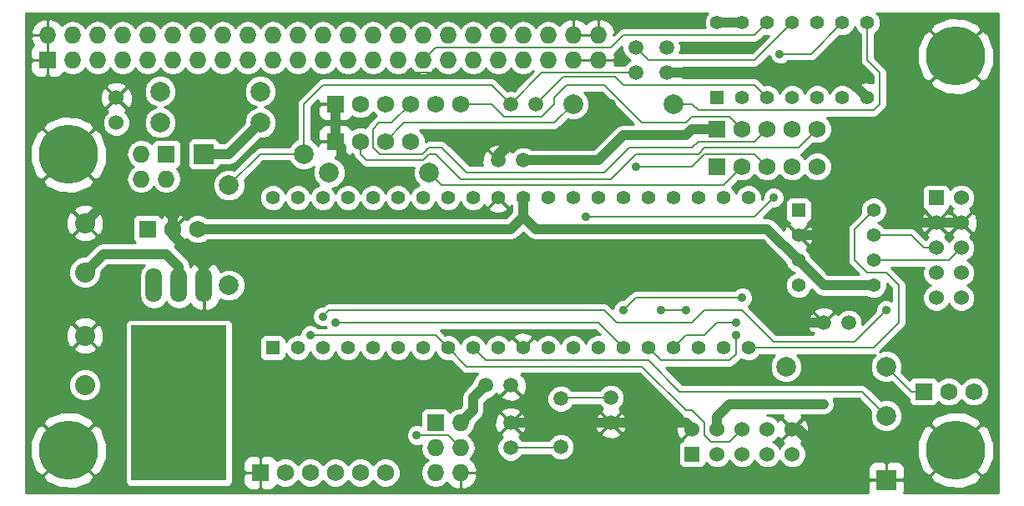
<source format=gbl>
%FSLAX46Y46*%
G04 Gerber Fmt 4.6, Leading zero omitted, Abs format (unit mm)*
G04 Created by KiCad (PCBNEW (2014-jul-16 BZR unknown)-product) date Sat 04 Oct 2014 10:12:47 PM PDT*
%MOMM*%
G01*
G04 APERTURE LIST*
%ADD10C,0.100000*%
%ADD11C,1.501140*%
%ADD12C,1.998980*%
%ADD13R,1.998980X1.998980*%
%ADD14C,1.524000*%
%ADD15C,6.000000*%
%ADD16R,1.727200X1.727200*%
%ADD17C,1.727200*%
%ADD18O,1.727200X1.727200*%
%ADD19C,2.032000*%
%ADD20R,1.524000X1.524000*%
%ADD21O,1.699260X3.500120*%
%ADD22R,9.652000X15.748000*%
%ADD23R,1.397000X1.397000*%
%ADD24C,1.397000*%
%ADD25C,0.889000*%
%ADD26C,0.203200*%
%ADD27C,1.016000*%
%ADD28C,0.254000*%
G04 APERTURE END LIST*
D10*
D11*
X149860000Y-144780000D03*
X149860000Y-142240000D03*
X160020000Y-139700000D03*
X160020000Y-142240000D03*
X151130000Y-115570000D03*
X148590000Y-115570000D03*
X147320000Y-138430000D03*
X149860000Y-138430000D03*
X184150000Y-132080000D03*
X181610000Y-132080000D03*
X152400000Y-109855000D03*
X149860000Y-109855000D03*
X165735000Y-104140000D03*
X165735000Y-106680000D03*
X162560000Y-106680000D03*
X162560000Y-104140000D03*
D12*
X128905000Y-114935000D03*
D13*
X118745000Y-114935000D03*
D14*
X109855000Y-111760000D03*
X109855000Y-109220000D03*
D15*
X105000000Y-115000000D03*
X195000000Y-105000000D03*
X105000000Y-145000000D03*
X195000000Y-145000000D03*
D16*
X191770000Y-139065000D03*
D17*
X194310000Y-139065000D03*
X196850000Y-139065000D03*
D16*
X114935000Y-114935000D03*
D18*
X114935000Y-117475000D03*
X112395000Y-114935000D03*
X112395000Y-117475000D03*
D19*
X106680000Y-126960000D03*
X106680000Y-121960000D03*
X106680000Y-138390000D03*
X106680000Y-133390000D03*
D20*
X193040000Y-119380000D03*
D14*
X195580000Y-119380000D03*
X193040000Y-121920000D03*
X195580000Y-121920000D03*
X193040000Y-124460000D03*
X195580000Y-124460000D03*
X193040000Y-127000000D03*
X195580000Y-127000000D03*
X193040000Y-129540000D03*
X195580000Y-129540000D03*
D16*
X132080000Y-109855000D03*
D17*
X134620000Y-109855000D03*
X137160000Y-109855000D03*
X139700000Y-109855000D03*
X142240000Y-109855000D03*
X144780000Y-109855000D03*
D16*
X124460000Y-147320000D03*
D17*
X127000000Y-147320000D03*
X129540000Y-147320000D03*
X132080000Y-147320000D03*
X134620000Y-147320000D03*
X137160000Y-147320000D03*
D16*
X142240000Y-142240000D03*
D18*
X144780000Y-142240000D03*
X142240000Y-144780000D03*
X144780000Y-144780000D03*
X142240000Y-147320000D03*
X144780000Y-147320000D03*
D16*
X132080000Y-113665000D03*
D17*
X134620000Y-113665000D03*
X137160000Y-113665000D03*
X139700000Y-113665000D03*
D20*
X168275000Y-145415000D03*
D14*
X168275000Y-142875000D03*
X170815000Y-145415000D03*
X170815000Y-142875000D03*
X173355000Y-145415000D03*
X173355000Y-142875000D03*
X175895000Y-145415000D03*
X175895000Y-142875000D03*
X178435000Y-145415000D03*
X178435000Y-142875000D03*
D16*
X102870000Y-105410000D03*
D18*
X102870000Y-102870000D03*
X105410000Y-105410000D03*
X105410000Y-102870000D03*
X107950000Y-105410000D03*
X107950000Y-102870000D03*
X110490000Y-105410000D03*
X110490000Y-102870000D03*
X113030000Y-105410000D03*
X113030000Y-102870000D03*
X115570000Y-105410000D03*
X115570000Y-102870000D03*
X118110000Y-105410000D03*
X118110000Y-102870000D03*
X120650000Y-105410000D03*
X120650000Y-102870000D03*
X123190000Y-105410000D03*
X123190000Y-102870000D03*
X125730000Y-105410000D03*
X125730000Y-102870000D03*
X128270000Y-105410000D03*
X128270000Y-102870000D03*
X130810000Y-105410000D03*
X130810000Y-102870000D03*
X133350000Y-105410000D03*
X133350000Y-102870000D03*
X135890000Y-105410000D03*
X135890000Y-102870000D03*
X138430000Y-105410000D03*
X138430000Y-102870000D03*
X140970000Y-105410000D03*
X140970000Y-102870000D03*
X143510000Y-105410000D03*
X143510000Y-102870000D03*
X146050000Y-105410000D03*
X146050000Y-102870000D03*
X148590000Y-105410000D03*
X148590000Y-102870000D03*
X151130000Y-105410000D03*
X151130000Y-102870000D03*
X153670000Y-105410000D03*
X153670000Y-102870000D03*
X156210000Y-105410000D03*
X156210000Y-102870000D03*
X158750000Y-105410000D03*
X158750000Y-102870000D03*
D21*
X116205000Y-128270000D03*
X118745000Y-128270000D03*
X113665000Y-128270000D03*
D22*
X116205000Y-140208000D03*
D12*
X177800000Y-136525000D03*
X187960000Y-136525000D03*
X121285000Y-118110000D03*
X121285000Y-128270000D03*
X114300000Y-108585000D03*
X124460000Y-108585000D03*
X114300000Y-111760000D03*
X124460000Y-111760000D03*
D13*
X187960000Y-148031200D03*
D12*
X187960000Y-141528800D03*
D23*
X170815000Y-109220000D03*
D24*
X173355000Y-109220000D03*
X175895000Y-109220000D03*
X178435000Y-109220000D03*
X180975000Y-109220000D03*
X183515000Y-109220000D03*
X186055000Y-109220000D03*
X186055000Y-101600000D03*
X183515000Y-101600000D03*
X180975000Y-101600000D03*
X178435000Y-101600000D03*
X175895000Y-101600000D03*
X173355000Y-101600000D03*
X170815000Y-101600000D03*
D23*
X179070000Y-120650000D03*
D24*
X179070000Y-123190000D03*
X179070000Y-125730000D03*
X179070000Y-128270000D03*
X186690000Y-128270000D03*
X186690000Y-125730000D03*
X186690000Y-123190000D03*
X186690000Y-120650000D03*
D23*
X125730000Y-134620000D03*
D24*
X128270000Y-134620000D03*
X130810000Y-134620000D03*
X133350000Y-134620000D03*
X135890000Y-134620000D03*
X138430000Y-134620000D03*
X140970000Y-134620000D03*
X143510000Y-134620000D03*
X146050000Y-134620000D03*
X148590000Y-134620000D03*
X151130000Y-134620000D03*
X153670000Y-134620000D03*
X156210000Y-134620000D03*
X158750000Y-134620000D03*
X161290000Y-134620000D03*
X163830000Y-134620000D03*
X166370000Y-134620000D03*
X168910000Y-134620000D03*
X171450000Y-134620000D03*
X173990000Y-134620000D03*
X173990000Y-119380000D03*
X171450000Y-119380000D03*
X168910000Y-119380000D03*
X166370000Y-119380000D03*
X163830000Y-119380000D03*
X161290000Y-119380000D03*
X158750000Y-119380000D03*
X156210000Y-119380000D03*
X153670000Y-119380000D03*
X151130000Y-119380000D03*
X148590000Y-119380000D03*
X146050000Y-119380000D03*
X143510000Y-119380000D03*
X140970000Y-119380000D03*
X138430000Y-119380000D03*
X135890000Y-119380000D03*
X133350000Y-119380000D03*
X130810000Y-119380000D03*
X128270000Y-119380000D03*
X125730000Y-119380000D03*
D11*
X154940000Y-144680940D03*
X154940000Y-139799060D03*
D16*
X170815000Y-112395000D03*
D17*
X173355000Y-112395000D03*
X175895000Y-112395000D03*
X178435000Y-112395000D03*
X180975000Y-112395000D03*
D12*
X141605000Y-116840000D03*
X131445000Y-116840000D03*
X156210000Y-109855000D03*
X166370000Y-109855000D03*
D16*
X170815000Y-116205000D03*
D17*
X173355000Y-116205000D03*
X175895000Y-116205000D03*
X178435000Y-116205000D03*
X180975000Y-116205000D03*
D16*
X113030000Y-122555000D03*
D17*
X115570000Y-122555000D03*
X118110000Y-122555000D03*
D25*
X139700000Y-106680000D03*
X142240000Y-106680000D03*
X172872400Y-106680000D03*
X172720000Y-104140000D03*
X177126900Y-106680000D03*
X124460000Y-118110000D03*
X121920000Y-120650000D03*
X136525000Y-116840000D03*
X160020000Y-109855000D03*
X186055000Y-118110000D03*
X171450000Y-127000000D03*
X163830000Y-127000000D03*
X160655000Y-127000000D03*
X167640000Y-127000000D03*
X133350000Y-127000000D03*
X129540000Y-127000000D03*
X148590000Y-127000000D03*
X154305000Y-127000000D03*
X181610000Y-140335000D03*
X129540000Y-133350000D03*
X140335000Y-143510000D03*
X167640000Y-130810000D03*
X165100000Y-130810000D03*
X161290000Y-130810000D03*
X177165000Y-104775000D03*
X173355000Y-129540000D03*
X132080000Y-132080000D03*
X172720000Y-133350000D03*
X172720000Y-132080000D03*
X176530000Y-119380000D03*
X157480000Y-121285000D03*
X162560000Y-116205000D03*
X130810000Y-131445000D03*
X187960000Y-130810000D03*
D26*
X149860000Y-144780000D02*
X154840940Y-144780000D01*
X154840940Y-144780000D02*
X154940000Y-144680940D01*
X142240000Y-106680000D02*
X139700000Y-106680000D01*
D27*
X118745000Y-126365000D02*
X115570000Y-123190000D01*
X115570000Y-123190000D02*
X115570000Y-122555000D01*
X115570000Y-121285000D02*
X114935000Y-120650000D01*
X107990000Y-120650000D02*
X106680000Y-121960000D01*
X114935000Y-120650000D02*
X107990000Y-120650000D01*
X121920000Y-120650000D02*
X116205000Y-120650000D01*
X124460000Y-118110000D02*
X121920000Y-120650000D01*
X115570000Y-121285000D02*
X115570000Y-122555000D01*
X116205000Y-120650000D02*
X115570000Y-121285000D01*
X132080000Y-113665000D02*
X132715000Y-114300000D01*
X132715000Y-114300000D02*
X132715000Y-114935000D01*
X134620000Y-116840000D02*
X136525000Y-116840000D01*
X132715000Y-114935000D02*
X134620000Y-116840000D01*
X132080000Y-109855000D02*
X132080000Y-113665000D01*
X148590000Y-115570000D02*
X148590000Y-114935000D01*
X148590000Y-114935000D02*
X149860000Y-113665000D01*
X156210000Y-113665000D02*
X160020000Y-109855000D01*
X149860000Y-113665000D02*
X156210000Y-113665000D01*
X179070000Y-123190000D02*
X180975000Y-123190000D01*
X180975000Y-123190000D02*
X186055000Y-118110000D01*
X191135000Y-121920000D02*
X193040000Y-121920000D01*
X186055000Y-118110000D02*
X187325000Y-118110000D01*
X187325000Y-118110000D02*
X191135000Y-121920000D01*
X181610000Y-132080000D02*
X179705000Y-132080000D01*
X167640000Y-127000000D02*
X163830000Y-127000000D01*
X160655000Y-127000000D02*
X154305000Y-127000000D01*
X163830000Y-127000000D02*
X160655000Y-127000000D01*
X171450000Y-127000000D02*
X167640000Y-127000000D01*
X174625000Y-127000000D02*
X171450000Y-127000000D01*
X179705000Y-132080000D02*
X174625000Y-127000000D01*
X129540000Y-127000000D02*
X126365000Y-127000000D01*
X126365000Y-127000000D02*
X125095000Y-125730000D01*
X125095000Y-125730000D02*
X119380000Y-125730000D01*
X119380000Y-125730000D02*
X118745000Y-126365000D01*
X118745000Y-126365000D02*
X118745000Y-128270000D01*
X129540000Y-127000000D02*
X133350000Y-127000000D01*
X133350000Y-127000000D02*
X148590000Y-127000000D01*
X154305000Y-127000000D02*
X148590000Y-127000000D01*
X160020000Y-142240000D02*
X160655000Y-142240000D01*
X149860000Y-142240000D02*
X160020000Y-142240000D01*
X195580000Y-121920000D02*
X193040000Y-121920000D01*
X180340000Y-144145000D02*
X179070000Y-142875000D01*
X180340000Y-146685000D02*
X180340000Y-144145000D01*
X179705000Y-147320000D02*
X180340000Y-146685000D01*
X179070000Y-142875000D02*
X178435000Y-142875000D01*
X183515000Y-106680000D02*
X177126900Y-106680000D01*
X177126900Y-106680000D02*
X172872400Y-106680000D01*
X172872400Y-106680000D02*
X165735000Y-106680000D01*
X186055000Y-109220000D02*
X183515000Y-106680000D01*
X165735000Y-142240000D02*
X160020000Y-142240000D01*
X167640000Y-142240000D02*
X165735000Y-142240000D01*
X168275000Y-142875000D02*
X167640000Y-142240000D01*
X167005000Y-147320000D02*
X165735000Y-146050000D01*
X165735000Y-146050000D02*
X165735000Y-142240000D01*
X179705000Y-147320000D02*
X167005000Y-147320000D01*
D26*
X160020000Y-139700000D02*
X155039060Y-139700000D01*
X155039060Y-139700000D02*
X154940000Y-139799060D01*
X128905000Y-114935000D02*
X124460000Y-114935000D01*
X124460000Y-114935000D02*
X121285000Y-118110000D01*
X128905000Y-114935000D02*
X128905000Y-109855000D01*
X128905000Y-109855000D02*
X130810000Y-107950000D01*
X146050000Y-134620000D02*
X147320000Y-135890000D01*
X185496200Y-139065000D02*
X187960000Y-141528800D01*
X167005000Y-139065000D02*
X185496200Y-139065000D01*
X163830000Y-135890000D02*
X167005000Y-139065000D01*
X147320000Y-135890000D02*
X163830000Y-135890000D01*
X153035000Y-106680000D02*
X149860000Y-109855000D01*
X162560000Y-106680000D02*
X153035000Y-106680000D01*
X147955000Y-107950000D02*
X130810000Y-107950000D01*
X149860000Y-109855000D02*
X147955000Y-107950000D01*
D27*
X175895000Y-122555000D02*
X152400000Y-122555000D01*
X179070000Y-125730000D02*
X175895000Y-122555000D01*
X144780000Y-142240000D02*
X146050000Y-140970000D01*
X146050000Y-139700000D02*
X147320000Y-138430000D01*
X146050000Y-140335000D02*
X146050000Y-139700000D01*
X146050000Y-140970000D02*
X146050000Y-140335000D01*
X151130000Y-121285000D02*
X152400000Y-122555000D01*
X118110000Y-122555000D02*
X149860000Y-122555000D01*
X151130000Y-121285000D02*
X151130000Y-119380000D01*
X149860000Y-122555000D02*
X151130000Y-121285000D01*
X170815000Y-142875000D02*
X170815000Y-141605000D01*
X172085000Y-140335000D02*
X181610000Y-140335000D01*
X170815000Y-141605000D02*
X172085000Y-140335000D01*
X186690000Y-128270000D02*
X181610000Y-128270000D01*
X181610000Y-128270000D02*
X179070000Y-125730000D01*
X170815000Y-101600000D02*
X173355000Y-101600000D01*
X158750000Y-115570000D02*
X161290000Y-113030000D01*
X161290000Y-113030000D02*
X167640000Y-113030000D01*
X167640000Y-113030000D02*
X168275000Y-112395000D01*
X168275000Y-112395000D02*
X170815000Y-112395000D01*
X151130000Y-115570000D02*
X158750000Y-115570000D01*
X121285000Y-114935000D02*
X124460000Y-111760000D01*
X118745000Y-114935000D02*
X121285000Y-114935000D01*
D26*
X191770000Y-139065000D02*
X190500000Y-139065000D01*
X190500000Y-139065000D02*
X187960000Y-136525000D01*
X168275000Y-140970000D02*
X167640000Y-140970000D01*
X167640000Y-140970000D02*
X163195000Y-136525000D01*
X143510000Y-134620000D02*
X142240000Y-133350000D01*
X142240000Y-133350000D02*
X129540000Y-133350000D01*
X173355000Y-142875000D02*
X172085000Y-144145000D01*
X145415000Y-136525000D02*
X143510000Y-134620000D01*
X172085000Y-144145000D02*
X170180000Y-144145000D01*
X169545000Y-143510000D02*
X169545000Y-142240000D01*
X169545000Y-142240000D02*
X168275000Y-140970000D01*
X163195000Y-136525000D02*
X145415000Y-136525000D01*
X170180000Y-144145000D02*
X169545000Y-143510000D01*
X144780000Y-144780000D02*
X143510000Y-143510000D01*
X143510000Y-143510000D02*
X140335000Y-143510000D01*
X167640000Y-130810000D02*
X165100000Y-130810000D01*
X162560000Y-129540000D02*
X161290000Y-130810000D01*
X173355000Y-129540000D02*
X162560000Y-129540000D01*
X180340000Y-104775000D02*
X177165000Y-104775000D01*
X180340000Y-104775000D02*
X183515000Y-101600000D01*
X158750000Y-132080000D02*
X132080000Y-132080000D01*
X161290000Y-134620000D02*
X158750000Y-132080000D01*
X172720000Y-135255000D02*
X172085000Y-135890000D01*
X165100000Y-135890000D02*
X172085000Y-135890000D01*
X163830000Y-134620000D02*
X165100000Y-135890000D01*
X172720000Y-135255000D02*
X172720000Y-133350000D01*
X172720000Y-132080000D02*
X170815000Y-132080000D01*
X170815000Y-132080000D02*
X169545000Y-133350000D01*
X167640000Y-133350000D02*
X169545000Y-133350000D01*
X166370000Y-134620000D02*
X167640000Y-133350000D01*
X176530000Y-119380000D02*
X174625000Y-121285000D01*
X174625000Y-121285000D02*
X157480000Y-121285000D01*
X179070000Y-114300000D02*
X169545000Y-114300000D01*
X162560000Y-114935000D02*
X160020000Y-117475000D01*
X160020000Y-117475000D02*
X144780000Y-117475000D01*
X144780000Y-117475000D02*
X142240000Y-114935000D01*
X142240000Y-114935000D02*
X141605000Y-114935000D01*
X141605000Y-114935000D02*
X140970000Y-115570000D01*
X180975000Y-112395000D02*
X179070000Y-114300000D01*
X168910000Y-114935000D02*
X162560000Y-114935000D01*
X169545000Y-114300000D02*
X168910000Y-114935000D01*
X134620000Y-114935000D02*
X135255000Y-115570000D01*
X135255000Y-115570000D02*
X140970000Y-115570000D01*
X134620000Y-113665000D02*
X134620000Y-114935000D01*
X156210000Y-109855000D02*
X154305000Y-111760000D01*
X139065000Y-111760000D02*
X137160000Y-113665000D01*
X154305000Y-111760000D02*
X139065000Y-111760000D01*
X175895000Y-116205000D02*
X174625000Y-114935000D01*
X169545000Y-114935000D02*
X168275000Y-116205000D01*
X168275000Y-116205000D02*
X162560000Y-116205000D01*
X174625000Y-114935000D02*
X169545000Y-114935000D01*
X174625000Y-102870000D02*
X175895000Y-101600000D01*
X161290000Y-102870000D02*
X174625000Y-102870000D01*
X160020000Y-104140000D02*
X161290000Y-102870000D01*
X142240000Y-104140000D02*
X160020000Y-104140000D01*
X140970000Y-105410000D02*
X142240000Y-104140000D01*
X195580000Y-124460000D02*
X194310000Y-125730000D01*
X194310000Y-125730000D02*
X186690000Y-125730000D01*
X193040000Y-124460000D02*
X191770000Y-124460000D01*
X190500000Y-123190000D02*
X186690000Y-123190000D01*
X191770000Y-124460000D02*
X190500000Y-123190000D01*
D27*
X116205000Y-128270000D02*
X116205000Y-126365000D01*
X108545000Y-125095000D02*
X106680000Y-126960000D01*
X114935000Y-125095000D02*
X108545000Y-125095000D01*
X116205000Y-126365000D02*
X114935000Y-125095000D01*
D26*
X161290000Y-107950000D02*
X174625000Y-107950000D01*
X174625000Y-107950000D02*
X175895000Y-109220000D01*
X160426402Y-107086402D02*
X155168598Y-107086402D01*
X155168598Y-107086402D02*
X152400000Y-109855000D01*
X161290000Y-107950000D02*
X160426402Y-107086402D01*
X163830000Y-105410000D02*
X174625000Y-105410000D01*
X174625000Y-105410000D02*
X178435000Y-101600000D01*
X162560000Y-104140000D02*
X163830000Y-105410000D01*
X187960000Y-130810000D02*
X184785000Y-133985000D01*
X176530000Y-133985000D02*
X173355000Y-130810000D01*
X184785000Y-133985000D02*
X176530000Y-133985000D01*
X169545000Y-130810000D02*
X173355000Y-130810000D01*
X168275000Y-132080000D02*
X169545000Y-130810000D01*
X160655000Y-132080000D02*
X168275000Y-132080000D01*
X159385000Y-130810000D02*
X160655000Y-132080000D01*
X131445000Y-130810000D02*
X159385000Y-130810000D01*
X130810000Y-131445000D02*
X131445000Y-130810000D01*
X154305000Y-109220000D02*
X154305000Y-109855000D01*
X147955000Y-109855000D02*
X144780000Y-109855000D01*
X149225000Y-111125000D02*
X147955000Y-109855000D01*
X153035000Y-111125000D02*
X149225000Y-111125000D01*
X154305000Y-109855000D02*
X153035000Y-111125000D01*
X172085000Y-111125000D02*
X168275000Y-111125000D01*
X168275000Y-111125000D02*
X167640000Y-111760000D01*
X173355000Y-112395000D02*
X172085000Y-111125000D01*
X163195000Y-111760000D02*
X159385000Y-107950000D01*
X159385000Y-107950000D02*
X155575000Y-107950000D01*
X155575000Y-107950000D02*
X154305000Y-109220000D01*
X167640000Y-111760000D02*
X163195000Y-111760000D01*
X174625000Y-113665000D02*
X168910000Y-113665000D01*
X168910000Y-113665000D02*
X168275000Y-114300000D01*
X168275000Y-114300000D02*
X161925000Y-114300000D01*
X161925000Y-114300000D02*
X159385000Y-116840000D01*
X159385000Y-116840000D02*
X145415000Y-116840000D01*
X175895000Y-112395000D02*
X174625000Y-113665000D01*
X137795000Y-111760000D02*
X136525000Y-111760000D01*
X136525000Y-111760000D02*
X135890000Y-112395000D01*
X142875000Y-114300000D02*
X145415000Y-116840000D01*
X135890000Y-114300000D02*
X135890000Y-112395000D01*
X136555130Y-114965130D02*
X135890000Y-114300000D01*
X140939870Y-114965130D02*
X136555130Y-114965130D01*
X141605000Y-114300000D02*
X140939870Y-114965130D01*
X142875000Y-114300000D02*
X141605000Y-114300000D01*
X139700000Y-109855000D02*
X137795000Y-111760000D01*
X171450000Y-118110000D02*
X142875000Y-118110000D01*
X142875000Y-118110000D02*
X141605000Y-116840000D01*
X173355000Y-116205000D02*
X171450000Y-118110000D01*
X186690000Y-110490000D02*
X187325000Y-109855000D01*
X187325000Y-109855000D02*
X187325000Y-106680000D01*
X187325000Y-106680000D02*
X186055000Y-105410000D01*
X186055000Y-105410000D02*
X186055000Y-101600000D01*
X168910000Y-110490000D02*
X186690000Y-110490000D01*
X166370000Y-109855000D02*
X167005000Y-110490000D01*
X168275000Y-109855000D02*
X168910000Y-110490000D01*
X166370000Y-109855000D02*
X168275000Y-109855000D01*
X186690000Y-134620000D02*
X189230000Y-132080000D01*
X189230000Y-132080000D02*
X189230000Y-128270000D01*
X189230000Y-128270000D02*
X187960000Y-127000000D01*
X187960000Y-127000000D02*
X186055000Y-127000000D01*
X186055000Y-127000000D02*
X184785000Y-125730000D01*
X184785000Y-125730000D02*
X184785000Y-122555000D01*
X184785000Y-122555000D02*
X186690000Y-120650000D01*
X173990000Y-134620000D02*
X186690000Y-134620000D01*
D28*
G36*
X136261242Y-111075864D02*
X136243115Y-111079470D01*
X136004145Y-111239145D01*
X135369145Y-111874145D01*
X135209470Y-112113115D01*
X135177501Y-112273834D01*
X134919398Y-112166661D01*
X134323218Y-112166141D01*
X133772220Y-112393808D01*
X133747314Y-112418669D01*
X133697258Y-112297822D01*
X133447178Y-112047742D01*
X133120433Y-111912400D01*
X132327650Y-111912400D01*
X132105400Y-112134650D01*
X132105400Y-113639600D01*
X132125400Y-113639600D01*
X132125400Y-113690400D01*
X132105400Y-113690400D01*
X132105400Y-113710400D01*
X132054600Y-113710400D01*
X132054600Y-113690400D01*
X132054600Y-113639600D01*
X132054600Y-112134650D01*
X132054600Y-111385350D01*
X132054600Y-109880400D01*
X130549650Y-109880400D01*
X130327400Y-110102650D01*
X130327400Y-110541767D01*
X130327400Y-110895433D01*
X130462742Y-111222178D01*
X130712822Y-111472258D01*
X131039567Y-111607600D01*
X131832350Y-111607600D01*
X132054600Y-111385350D01*
X132054600Y-112134650D01*
X131832350Y-111912400D01*
X131039567Y-111912400D01*
X130712822Y-112047742D01*
X130462742Y-112297822D01*
X130327400Y-112624567D01*
X130327400Y-112978233D01*
X130327400Y-113417350D01*
X130549650Y-113639600D01*
X132054600Y-113639600D01*
X132054600Y-113690400D01*
X130549650Y-113690400D01*
X130327400Y-113912650D01*
X130327400Y-114097321D01*
X130291462Y-114010345D01*
X129832073Y-113550154D01*
X129641600Y-113471062D01*
X129641600Y-110160110D01*
X130327400Y-109474310D01*
X130327400Y-109607350D01*
X130549650Y-109829600D01*
X132054600Y-109829600D01*
X132054600Y-109809600D01*
X132105400Y-109809600D01*
X132105400Y-109829600D01*
X132125400Y-109829600D01*
X132125400Y-109880400D01*
X132105400Y-109880400D01*
X132105400Y-111385350D01*
X132327650Y-111607600D01*
X133120433Y-111607600D01*
X133447178Y-111472258D01*
X133697258Y-111222178D01*
X133747123Y-111101790D01*
X133770003Y-111124710D01*
X134320602Y-111353339D01*
X134916782Y-111353859D01*
X135467780Y-111126192D01*
X135889710Y-110704997D01*
X135890095Y-110704069D01*
X136261242Y-111075864D01*
X136261242Y-111075864D01*
G37*
X136261242Y-111075864D02*
X136243115Y-111079470D01*
X136004145Y-111239145D01*
X135369145Y-111874145D01*
X135209470Y-112113115D01*
X135177501Y-112273834D01*
X134919398Y-112166661D01*
X134323218Y-112166141D01*
X133772220Y-112393808D01*
X133747314Y-112418669D01*
X133697258Y-112297822D01*
X133447178Y-112047742D01*
X133120433Y-111912400D01*
X132327650Y-111912400D01*
X132105400Y-112134650D01*
X132105400Y-113639600D01*
X132125400Y-113639600D01*
X132125400Y-113690400D01*
X132105400Y-113690400D01*
X132105400Y-113710400D01*
X132054600Y-113710400D01*
X132054600Y-113690400D01*
X132054600Y-113639600D01*
X132054600Y-112134650D01*
X132054600Y-111385350D01*
X132054600Y-109880400D01*
X130549650Y-109880400D01*
X130327400Y-110102650D01*
X130327400Y-110541767D01*
X130327400Y-110895433D01*
X130462742Y-111222178D01*
X130712822Y-111472258D01*
X131039567Y-111607600D01*
X131832350Y-111607600D01*
X132054600Y-111385350D01*
X132054600Y-112134650D01*
X131832350Y-111912400D01*
X131039567Y-111912400D01*
X130712822Y-112047742D01*
X130462742Y-112297822D01*
X130327400Y-112624567D01*
X130327400Y-112978233D01*
X130327400Y-113417350D01*
X130549650Y-113639600D01*
X132054600Y-113639600D01*
X132054600Y-113690400D01*
X130549650Y-113690400D01*
X130327400Y-113912650D01*
X130327400Y-114097321D01*
X130291462Y-114010345D01*
X129832073Y-113550154D01*
X129641600Y-113471062D01*
X129641600Y-110160110D01*
X130327400Y-109474310D01*
X130327400Y-109607350D01*
X130549650Y-109829600D01*
X132054600Y-109829600D01*
X132054600Y-109809600D01*
X132105400Y-109809600D01*
X132105400Y-109829600D01*
X132125400Y-109829600D01*
X132125400Y-109880400D01*
X132105400Y-109880400D01*
X132105400Y-111385350D01*
X132327650Y-111607600D01*
X133120433Y-111607600D01*
X133447178Y-111472258D01*
X133697258Y-111222178D01*
X133747123Y-111101790D01*
X133770003Y-111124710D01*
X134320602Y-111353339D01*
X134916782Y-111353859D01*
X135467780Y-111126192D01*
X135889710Y-110704997D01*
X135890095Y-110704069D01*
X136261242Y-111075864D01*
G36*
X140559891Y-118106604D02*
X140215620Y-118248854D01*
X139840173Y-118623647D01*
X139699906Y-118961446D01*
X139561146Y-118625620D01*
X139186353Y-118250173D01*
X138696413Y-118046732D01*
X138165914Y-118046269D01*
X137675620Y-118248854D01*
X137300173Y-118623647D01*
X137159906Y-118961446D01*
X137021146Y-118625620D01*
X136646353Y-118250173D01*
X136156413Y-118046732D01*
X135625914Y-118046269D01*
X135135620Y-118248854D01*
X134760173Y-118623647D01*
X134619906Y-118961446D01*
X134481146Y-118625620D01*
X134106353Y-118250173D01*
X133616413Y-118046732D01*
X133085914Y-118046269D01*
X132595620Y-118248854D01*
X132220173Y-118623647D01*
X132079906Y-118961446D01*
X131941146Y-118625620D01*
X131784176Y-118468376D01*
X132369655Y-118226462D01*
X132829846Y-117767073D01*
X133079206Y-117166547D01*
X133079774Y-116516306D01*
X132831462Y-115915345D01*
X132372073Y-115455154D01*
X132105402Y-115344422D01*
X132105402Y-115195352D01*
X132327650Y-115417600D01*
X133120433Y-115417600D01*
X133447178Y-115282258D01*
X133697258Y-115032178D01*
X133747123Y-114911790D01*
X133770003Y-114934710D01*
X133893546Y-114986009D01*
X133939470Y-115216885D01*
X134099145Y-115455855D01*
X134734145Y-116090855D01*
X134973115Y-116250530D01*
X134973116Y-116250530D01*
X135255000Y-116306600D01*
X140056686Y-116306600D01*
X139970794Y-116513453D01*
X139970226Y-117163694D01*
X140218538Y-117764655D01*
X140559891Y-118106604D01*
X140559891Y-118106604D01*
G37*
X140559891Y-118106604D02*
X140215620Y-118248854D01*
X139840173Y-118623647D01*
X139699906Y-118961446D01*
X139561146Y-118625620D01*
X139186353Y-118250173D01*
X138696413Y-118046732D01*
X138165914Y-118046269D01*
X137675620Y-118248854D01*
X137300173Y-118623647D01*
X137159906Y-118961446D01*
X137021146Y-118625620D01*
X136646353Y-118250173D01*
X136156413Y-118046732D01*
X135625914Y-118046269D01*
X135135620Y-118248854D01*
X134760173Y-118623647D01*
X134619906Y-118961446D01*
X134481146Y-118625620D01*
X134106353Y-118250173D01*
X133616413Y-118046732D01*
X133085914Y-118046269D01*
X132595620Y-118248854D01*
X132220173Y-118623647D01*
X132079906Y-118961446D01*
X131941146Y-118625620D01*
X131784176Y-118468376D01*
X132369655Y-118226462D01*
X132829846Y-117767073D01*
X133079206Y-117166547D01*
X133079774Y-116516306D01*
X132831462Y-115915345D01*
X132372073Y-115455154D01*
X132105402Y-115344422D01*
X132105402Y-115195352D01*
X132327650Y-115417600D01*
X133120433Y-115417600D01*
X133447178Y-115282258D01*
X133697258Y-115032178D01*
X133747123Y-114911790D01*
X133770003Y-114934710D01*
X133893546Y-114986009D01*
X133939470Y-115216885D01*
X134099145Y-115455855D01*
X134734145Y-116090855D01*
X134973115Y-116250530D01*
X134973116Y-116250530D01*
X135255000Y-116306600D01*
X140056686Y-116306600D01*
X139970794Y-116513453D01*
X139970226Y-117163694D01*
X140218538Y-117764655D01*
X140559891Y-118106604D01*
G36*
X158914933Y-133286643D02*
X158485914Y-133286269D01*
X157995620Y-133488854D01*
X157620173Y-133863647D01*
X157479906Y-134201446D01*
X157341146Y-133865620D01*
X156966353Y-133490173D01*
X156476413Y-133286732D01*
X155945914Y-133286269D01*
X155455620Y-133488854D01*
X155080173Y-133863647D01*
X154939906Y-134201446D01*
X154801146Y-133865620D01*
X154426353Y-133490173D01*
X153936413Y-133286732D01*
X153405914Y-133286269D01*
X152915620Y-133488854D01*
X152540173Y-133863647D01*
X152539851Y-133864420D01*
X152496644Y-133752729D01*
X152454244Y-133689276D01*
X152135166Y-133650755D01*
X152099245Y-133686676D01*
X152099245Y-133614834D01*
X152060724Y-133295756D01*
X151483110Y-133040385D01*
X150851739Y-133025496D01*
X150262729Y-133253356D01*
X150199276Y-133295756D01*
X150160755Y-133614834D01*
X151130000Y-134584079D01*
X152099245Y-133614834D01*
X152099245Y-133686676D01*
X151165921Y-134620000D01*
X151180063Y-134634142D01*
X151144142Y-134670063D01*
X151130000Y-134655921D01*
X151115857Y-134670063D01*
X151079936Y-134634142D01*
X151094079Y-134620000D01*
X150124834Y-133650755D01*
X149805756Y-133689276D01*
X149724356Y-133873390D01*
X149721146Y-133865620D01*
X149346353Y-133490173D01*
X148856413Y-133286732D01*
X148325914Y-133286269D01*
X147835620Y-133488854D01*
X147460173Y-133863647D01*
X147319906Y-134201446D01*
X147181146Y-133865620D01*
X146806353Y-133490173D01*
X146316413Y-133286732D01*
X145785914Y-133286269D01*
X145295620Y-133488854D01*
X144920173Y-133863647D01*
X144779906Y-134201446D01*
X144641146Y-133865620D01*
X144266353Y-133490173D01*
X143776413Y-133286732D01*
X143245914Y-133286269D01*
X143226146Y-133294436D01*
X142760855Y-132829145D01*
X142742080Y-132816600D01*
X158444889Y-132816600D01*
X158914933Y-133286643D01*
X158914933Y-133286643D01*
G37*
X158914933Y-133286643D02*
X158485914Y-133286269D01*
X157995620Y-133488854D01*
X157620173Y-133863647D01*
X157479906Y-134201446D01*
X157341146Y-133865620D01*
X156966353Y-133490173D01*
X156476413Y-133286732D01*
X155945914Y-133286269D01*
X155455620Y-133488854D01*
X155080173Y-133863647D01*
X154939906Y-134201446D01*
X154801146Y-133865620D01*
X154426353Y-133490173D01*
X153936413Y-133286732D01*
X153405914Y-133286269D01*
X152915620Y-133488854D01*
X152540173Y-133863647D01*
X152539851Y-133864420D01*
X152496644Y-133752729D01*
X152454244Y-133689276D01*
X152135166Y-133650755D01*
X152099245Y-133686676D01*
X152099245Y-133614834D01*
X152060724Y-133295756D01*
X151483110Y-133040385D01*
X150851739Y-133025496D01*
X150262729Y-133253356D01*
X150199276Y-133295756D01*
X150160755Y-133614834D01*
X151130000Y-134584079D01*
X152099245Y-133614834D01*
X152099245Y-133686676D01*
X151165921Y-134620000D01*
X151180063Y-134634142D01*
X151144142Y-134670063D01*
X151130000Y-134655921D01*
X151115857Y-134670063D01*
X151079936Y-134634142D01*
X151094079Y-134620000D01*
X150124834Y-133650755D01*
X149805756Y-133689276D01*
X149724356Y-133873390D01*
X149721146Y-133865620D01*
X149346353Y-133490173D01*
X148856413Y-133286732D01*
X148325914Y-133286269D01*
X147835620Y-133488854D01*
X147460173Y-133863647D01*
X147319906Y-134201446D01*
X147181146Y-133865620D01*
X146806353Y-133490173D01*
X146316413Y-133286732D01*
X145785914Y-133286269D01*
X145295620Y-133488854D01*
X144920173Y-133863647D01*
X144779906Y-134201446D01*
X144641146Y-133865620D01*
X144266353Y-133490173D01*
X143776413Y-133286732D01*
X143245914Y-133286269D01*
X143226146Y-133294436D01*
X142760855Y-132829145D01*
X142742080Y-132816600D01*
X158444889Y-132816600D01*
X158914933Y-133286643D01*
G36*
X162005381Y-105409974D02*
X161776163Y-105504686D01*
X161386056Y-105894113D01*
X161365590Y-105943400D01*
X160393837Y-105943400D01*
X160459928Y-105794395D01*
X160476867Y-105709226D01*
X160280139Y-105435400D01*
X158775400Y-105435400D01*
X158775400Y-105455400D01*
X158724600Y-105455400D01*
X158724600Y-105435400D01*
X157740139Y-105435400D01*
X157219861Y-105435400D01*
X156235400Y-105435400D01*
X156235400Y-105455400D01*
X156184600Y-105455400D01*
X156184600Y-105435400D01*
X156164600Y-105435400D01*
X156164600Y-105384600D01*
X156184600Y-105384600D01*
X156184600Y-105364600D01*
X156235400Y-105364600D01*
X156235400Y-105384600D01*
X157219861Y-105384600D01*
X157740139Y-105384600D01*
X158724600Y-105384600D01*
X158724600Y-105364600D01*
X158775400Y-105364600D01*
X158775400Y-105384600D01*
X160280139Y-105384600D01*
X160476867Y-105110774D01*
X160459928Y-105025605D01*
X160353631Y-104785954D01*
X160540855Y-104660855D01*
X161174527Y-104027182D01*
X161174190Y-104414398D01*
X161384686Y-104923837D01*
X161774113Y-105313944D01*
X162005381Y-105409974D01*
X162005381Y-105409974D01*
G37*
X162005381Y-105409974D02*
X161776163Y-105504686D01*
X161386056Y-105894113D01*
X161365590Y-105943400D01*
X160393837Y-105943400D01*
X160459928Y-105794395D01*
X160476867Y-105709226D01*
X160280139Y-105435400D01*
X158775400Y-105435400D01*
X158775400Y-105455400D01*
X158724600Y-105455400D01*
X158724600Y-105435400D01*
X157740139Y-105435400D01*
X157219861Y-105435400D01*
X156235400Y-105435400D01*
X156235400Y-105455400D01*
X156184600Y-105455400D01*
X156184600Y-105435400D01*
X156164600Y-105435400D01*
X156164600Y-105384600D01*
X156184600Y-105384600D01*
X156184600Y-105364600D01*
X156235400Y-105364600D01*
X156235400Y-105384600D01*
X157219861Y-105384600D01*
X157740139Y-105384600D01*
X158724600Y-105384600D01*
X158724600Y-105364600D01*
X158775400Y-105364600D01*
X158775400Y-105384600D01*
X160280139Y-105384600D01*
X160476867Y-105110774D01*
X160459928Y-105025605D01*
X160353631Y-104785954D01*
X160540855Y-104660855D01*
X161174527Y-104027182D01*
X161174190Y-104414398D01*
X161384686Y-104923837D01*
X161774113Y-105313944D01*
X162005381Y-105409974D01*
G36*
X162280290Y-111887000D02*
X161290000Y-111887000D01*
X160852593Y-111974006D01*
X160481777Y-112221777D01*
X158276554Y-114427000D01*
X151946777Y-114427000D01*
X151915887Y-114396056D01*
X151406816Y-114184671D01*
X150855602Y-114184190D01*
X150346163Y-114394686D01*
X150019574Y-114720704D01*
X150001915Y-114674987D01*
X149957200Y-114608067D01*
X149632712Y-114563209D01*
X149596791Y-114599130D01*
X149596791Y-114527288D01*
X149551933Y-114202800D01*
X148955506Y-113938756D01*
X148303433Y-113923054D01*
X147694987Y-114158085D01*
X147628067Y-114202800D01*
X147583209Y-114527288D01*
X148590000Y-115534079D01*
X149596791Y-114527288D01*
X149596791Y-114599130D01*
X148625921Y-115570000D01*
X148640063Y-115584142D01*
X148604142Y-115620063D01*
X148590000Y-115605921D01*
X148575857Y-115620063D01*
X148539936Y-115584142D01*
X148554079Y-115570000D01*
X147547288Y-114563209D01*
X147222800Y-114608067D01*
X146958756Y-115204494D01*
X146943054Y-115856567D01*
X147038400Y-116103400D01*
X145720110Y-116103400D01*
X143395855Y-113779145D01*
X143156885Y-113619470D01*
X142875000Y-113563400D01*
X141605000Y-113563400D01*
X141323115Y-113619470D01*
X141198567Y-113702690D01*
X141198859Y-113368218D01*
X140971192Y-112817220D01*
X140651130Y-112496600D01*
X154305000Y-112496600D01*
X154586885Y-112440530D01*
X154825855Y-112280855D01*
X155695534Y-111411175D01*
X155883453Y-111489206D01*
X156533694Y-111489774D01*
X157134655Y-111241462D01*
X157594846Y-110782073D01*
X157844206Y-110181547D01*
X157844774Y-109531306D01*
X157596462Y-108930345D01*
X157353141Y-108686600D01*
X159079890Y-108686600D01*
X162280290Y-111887000D01*
X162280290Y-111887000D01*
G37*
X162280290Y-111887000D02*
X161290000Y-111887000D01*
X160852593Y-111974006D01*
X160481777Y-112221777D01*
X158276554Y-114427000D01*
X151946777Y-114427000D01*
X151915887Y-114396056D01*
X151406816Y-114184671D01*
X150855602Y-114184190D01*
X150346163Y-114394686D01*
X150019574Y-114720704D01*
X150001915Y-114674987D01*
X149957200Y-114608067D01*
X149632712Y-114563209D01*
X149596791Y-114599130D01*
X149596791Y-114527288D01*
X149551933Y-114202800D01*
X148955506Y-113938756D01*
X148303433Y-113923054D01*
X147694987Y-114158085D01*
X147628067Y-114202800D01*
X147583209Y-114527288D01*
X148590000Y-115534079D01*
X149596791Y-114527288D01*
X149596791Y-114599130D01*
X148625921Y-115570000D01*
X148640063Y-115584142D01*
X148604142Y-115620063D01*
X148590000Y-115605921D01*
X148575857Y-115620063D01*
X148539936Y-115584142D01*
X148554079Y-115570000D01*
X147547288Y-114563209D01*
X147222800Y-114608067D01*
X146958756Y-115204494D01*
X146943054Y-115856567D01*
X147038400Y-116103400D01*
X145720110Y-116103400D01*
X143395855Y-113779145D01*
X143156885Y-113619470D01*
X142875000Y-113563400D01*
X141605000Y-113563400D01*
X141323115Y-113619470D01*
X141198567Y-113702690D01*
X141198859Y-113368218D01*
X140971192Y-112817220D01*
X140651130Y-112496600D01*
X154305000Y-112496600D01*
X154586885Y-112440530D01*
X154825855Y-112280855D01*
X155695534Y-111411175D01*
X155883453Y-111489206D01*
X156533694Y-111489774D01*
X157134655Y-111241462D01*
X157594846Y-110782073D01*
X157844206Y-110181547D01*
X157844774Y-109531306D01*
X157596462Y-108930345D01*
X157353141Y-108686600D01*
X159079890Y-108686600D01*
X162280290Y-111887000D01*
G36*
X165785063Y-106694142D02*
X165749142Y-106730063D01*
X165735000Y-106715921D01*
X165720857Y-106730063D01*
X165684936Y-106694142D01*
X165699079Y-106680000D01*
X165684936Y-106665857D01*
X165720857Y-106629936D01*
X165735000Y-106644079D01*
X165749142Y-106629936D01*
X165785063Y-106665857D01*
X165770921Y-106680000D01*
X165785063Y-106694142D01*
X165785063Y-106694142D01*
G37*
X165785063Y-106694142D02*
X165749142Y-106730063D01*
X165735000Y-106715921D01*
X165720857Y-106730063D01*
X165684936Y-106694142D01*
X165699079Y-106680000D01*
X165684936Y-106665857D01*
X165720857Y-106629936D01*
X165735000Y-106644079D01*
X165749142Y-106629936D01*
X165785063Y-106665857D01*
X165770921Y-106680000D01*
X165785063Y-106694142D01*
G36*
X170860400Y-116230400D02*
X170840400Y-116230400D01*
X170840400Y-116250400D01*
X170789600Y-116250400D01*
X170789600Y-116230400D01*
X170769600Y-116230400D01*
X170769600Y-116179600D01*
X170789600Y-116179600D01*
X170789600Y-116159600D01*
X170840400Y-116159600D01*
X170840400Y-116179600D01*
X170860400Y-116179600D01*
X170860400Y-116230400D01*
X170860400Y-116230400D01*
G37*
X170860400Y-116230400D02*
X170840400Y-116230400D01*
X170840400Y-116250400D01*
X170789600Y-116250400D01*
X170789600Y-116230400D01*
X170769600Y-116230400D01*
X170769600Y-116179600D01*
X170789600Y-116179600D01*
X170789600Y-116159600D01*
X170840400Y-116159600D01*
X170840400Y-116179600D01*
X170860400Y-116179600D01*
X170860400Y-116230400D01*
G36*
X176059645Y-102933644D02*
X174319890Y-104673400D01*
X167013785Y-104673400D01*
X167120329Y-104416816D01*
X167120810Y-103865602D01*
X167013792Y-103606600D01*
X174625000Y-103606600D01*
X174906885Y-103550530D01*
X175145855Y-103390855D01*
X175610819Y-102925890D01*
X175628587Y-102933268D01*
X176059645Y-102933644D01*
X176059645Y-102933644D01*
G37*
X176059645Y-102933644D02*
X174319890Y-104673400D01*
X167013785Y-104673400D01*
X167120329Y-104416816D01*
X167120810Y-103865602D01*
X167013792Y-103606600D01*
X174625000Y-103606600D01*
X174906885Y-103550530D01*
X175145855Y-103390855D01*
X175610819Y-102925890D01*
X175628587Y-102933268D01*
X176059645Y-102933644D01*
G36*
X186588400Y-107720093D02*
X186408110Y-107640385D01*
X185776739Y-107625496D01*
X185187729Y-107853356D01*
X185124276Y-107895756D01*
X185085755Y-108214834D01*
X186055000Y-109184079D01*
X186069142Y-109169936D01*
X186105063Y-109205857D01*
X186090921Y-109220000D01*
X186105063Y-109234142D01*
X186069142Y-109270063D01*
X186055000Y-109255921D01*
X186040857Y-109270063D01*
X186004936Y-109234142D01*
X186019079Y-109220000D01*
X185049834Y-108250755D01*
X184730756Y-108289276D01*
X184649356Y-108473390D01*
X184646146Y-108465620D01*
X184271353Y-108090173D01*
X183781413Y-107886732D01*
X183250914Y-107886269D01*
X182760620Y-108088854D01*
X182385173Y-108463647D01*
X182244906Y-108801446D01*
X182106146Y-108465620D01*
X181731353Y-108090173D01*
X181241413Y-107886732D01*
X180710914Y-107886269D01*
X180220620Y-108088854D01*
X179845173Y-108463647D01*
X179704906Y-108801446D01*
X179566146Y-108465620D01*
X179191353Y-108090173D01*
X178701413Y-107886732D01*
X178170914Y-107886269D01*
X177680620Y-108088854D01*
X177305173Y-108463647D01*
X177164906Y-108801446D01*
X177026146Y-108465620D01*
X176651353Y-108090173D01*
X176161413Y-107886732D01*
X175630914Y-107886269D01*
X175611146Y-107894436D01*
X175145855Y-107429145D01*
X174906885Y-107269470D01*
X174625000Y-107213400D01*
X167291915Y-107213400D01*
X167366244Y-107045506D01*
X167381946Y-106393433D01*
X167286599Y-106146600D01*
X174625000Y-106146600D01*
X174906885Y-106090530D01*
X175145855Y-105930855D01*
X176086076Y-104990633D01*
X176249311Y-105385689D01*
X176552714Y-105689622D01*
X176949332Y-105854313D01*
X177378784Y-105854687D01*
X177775689Y-105690689D01*
X177955090Y-105511600D01*
X180340000Y-105511600D01*
X180621885Y-105455530D01*
X180860855Y-105295855D01*
X183230819Y-102925890D01*
X183248587Y-102933268D01*
X183779086Y-102933731D01*
X184269380Y-102731146D01*
X184644827Y-102356353D01*
X184785093Y-102018553D01*
X184923854Y-102354380D01*
X185298647Y-102729827D01*
X185318400Y-102738029D01*
X185318400Y-105410000D01*
X185374470Y-105691885D01*
X185534145Y-105930855D01*
X186588400Y-106985110D01*
X186588400Y-107720093D01*
X186588400Y-107720093D01*
G37*
X186588400Y-107720093D02*
X186408110Y-107640385D01*
X185776739Y-107625496D01*
X185187729Y-107853356D01*
X185124276Y-107895756D01*
X185085755Y-108214834D01*
X186055000Y-109184079D01*
X186069142Y-109169936D01*
X186105063Y-109205857D01*
X186090921Y-109220000D01*
X186105063Y-109234142D01*
X186069142Y-109270063D01*
X186055000Y-109255921D01*
X186040857Y-109270063D01*
X186004936Y-109234142D01*
X186019079Y-109220000D01*
X185049834Y-108250755D01*
X184730756Y-108289276D01*
X184649356Y-108473390D01*
X184646146Y-108465620D01*
X184271353Y-108090173D01*
X183781413Y-107886732D01*
X183250914Y-107886269D01*
X182760620Y-108088854D01*
X182385173Y-108463647D01*
X182244906Y-108801446D01*
X182106146Y-108465620D01*
X181731353Y-108090173D01*
X181241413Y-107886732D01*
X180710914Y-107886269D01*
X180220620Y-108088854D01*
X179845173Y-108463647D01*
X179704906Y-108801446D01*
X179566146Y-108465620D01*
X179191353Y-108090173D01*
X178701413Y-107886732D01*
X178170914Y-107886269D01*
X177680620Y-108088854D01*
X177305173Y-108463647D01*
X177164906Y-108801446D01*
X177026146Y-108465620D01*
X176651353Y-108090173D01*
X176161413Y-107886732D01*
X175630914Y-107886269D01*
X175611146Y-107894436D01*
X175145855Y-107429145D01*
X174906885Y-107269470D01*
X174625000Y-107213400D01*
X167291915Y-107213400D01*
X167366244Y-107045506D01*
X167381946Y-106393433D01*
X167286599Y-106146600D01*
X174625000Y-106146600D01*
X174906885Y-106090530D01*
X175145855Y-105930855D01*
X176086076Y-104990633D01*
X176249311Y-105385689D01*
X176552714Y-105689622D01*
X176949332Y-105854313D01*
X177378784Y-105854687D01*
X177775689Y-105690689D01*
X177955090Y-105511600D01*
X180340000Y-105511600D01*
X180621885Y-105455530D01*
X180860855Y-105295855D01*
X183230819Y-102925890D01*
X183248587Y-102933268D01*
X183779086Y-102933731D01*
X184269380Y-102731146D01*
X184644827Y-102356353D01*
X184785093Y-102018553D01*
X184923854Y-102354380D01*
X185298647Y-102729827D01*
X185318400Y-102738029D01*
X185318400Y-105410000D01*
X185374470Y-105691885D01*
X185534145Y-105930855D01*
X186588400Y-106985110D01*
X186588400Y-107720093D01*
G36*
X199340000Y-149340000D02*
X198912318Y-149340000D01*
X198912318Y-144354633D01*
X198912318Y-104354633D01*
X198367539Y-102906579D01*
X198222770Y-102689917D01*
X197664558Y-102371363D01*
X197628637Y-102407284D01*
X197628637Y-102335442D01*
X197310083Y-101777230D01*
X195900937Y-101138518D01*
X194354633Y-101087682D01*
X192906579Y-101632461D01*
X192689917Y-101777230D01*
X192371363Y-102335442D01*
X195000000Y-104964079D01*
X197628637Y-102335442D01*
X197628637Y-102407284D01*
X195035921Y-105000000D01*
X197664558Y-107628637D01*
X198222770Y-107310083D01*
X198861482Y-105900937D01*
X198912318Y-104354633D01*
X198912318Y-144354633D01*
X198367539Y-142906579D01*
X198222770Y-142689917D01*
X197664558Y-142371363D01*
X197628637Y-142407284D01*
X197628637Y-142335442D01*
X197310083Y-141777230D01*
X195900937Y-141138518D01*
X194354633Y-141087682D01*
X192906579Y-141632461D01*
X192689917Y-141777230D01*
X192371363Y-142335442D01*
X195000000Y-144964079D01*
X197628637Y-142335442D01*
X197628637Y-142407284D01*
X195035921Y-145000000D01*
X197664558Y-147628637D01*
X198222770Y-147310083D01*
X198861482Y-145900937D01*
X198912318Y-144354633D01*
X198912318Y-149340000D01*
X197628637Y-149340000D01*
X197628637Y-147664558D01*
X195000000Y-145035921D01*
X194964079Y-145071842D01*
X194964079Y-145000000D01*
X192335442Y-142371363D01*
X191777230Y-142689917D01*
X191138518Y-144099063D01*
X191087682Y-145645367D01*
X191632461Y-147093421D01*
X191777230Y-147310083D01*
X192335442Y-147628637D01*
X194964079Y-145000000D01*
X194964079Y-145071842D01*
X192371363Y-147664558D01*
X192689917Y-148222770D01*
X194099063Y-148861482D01*
X195645367Y-148912318D01*
X197093421Y-148367539D01*
X197310083Y-148222770D01*
X197628637Y-147664558D01*
X197628637Y-149340000D01*
X189793616Y-149340000D01*
X189848490Y-149207523D01*
X189848490Y-148278850D01*
X189848490Y-147783550D01*
X189848490Y-146854877D01*
X189713148Y-146528132D01*
X189463068Y-146278052D01*
X189136323Y-146142710D01*
X188782657Y-146142710D01*
X188207650Y-146142710D01*
X187985400Y-146364960D01*
X187985400Y-148005800D01*
X189626240Y-148005800D01*
X189848490Y-147783550D01*
X189848490Y-148278850D01*
X189626240Y-148056600D01*
X187985400Y-148056600D01*
X187985400Y-148076600D01*
X187934600Y-148076600D01*
X187934600Y-148056600D01*
X187934600Y-148005800D01*
X187934600Y-146364960D01*
X187712350Y-146142710D01*
X187137343Y-146142710D01*
X186783677Y-146142710D01*
X186456932Y-146278052D01*
X186206852Y-146528132D01*
X186071510Y-146854877D01*
X186071510Y-147783550D01*
X186293760Y-148005800D01*
X187934600Y-148005800D01*
X187934600Y-148056600D01*
X186293760Y-148056600D01*
X186071510Y-148278850D01*
X186071510Y-149207523D01*
X186126383Y-149340000D01*
X180093457Y-149340000D01*
X180093457Y-142586609D01*
X179856852Y-141973898D01*
X179811629Y-141906216D01*
X179485954Y-141859967D01*
X178470921Y-142875000D01*
X179485954Y-143890033D01*
X179811629Y-143843784D01*
X180077577Y-143243226D01*
X180093457Y-142586609D01*
X180093457Y-149340000D01*
X161666946Y-149340000D01*
X161666946Y-141953433D01*
X161431915Y-141344987D01*
X161405810Y-141305918D01*
X161405810Y-139425602D01*
X161195314Y-138916163D01*
X160805887Y-138526056D01*
X160296816Y-138314671D01*
X159745602Y-138314190D01*
X159236163Y-138524686D01*
X158846056Y-138914113D01*
X158825590Y-138963400D01*
X156063581Y-138963400D01*
X155725887Y-138625116D01*
X155216816Y-138413731D01*
X154665602Y-138413250D01*
X154156163Y-138623746D01*
X153766056Y-139013173D01*
X153554671Y-139522244D01*
X153554190Y-140073458D01*
X153764686Y-140582897D01*
X154154113Y-140973004D01*
X154663184Y-141184389D01*
X155214398Y-141184870D01*
X155723837Y-140974374D01*
X156113944Y-140584947D01*
X156175543Y-140436600D01*
X158825168Y-140436600D01*
X158844686Y-140483837D01*
X159170704Y-140810425D01*
X159124987Y-140828085D01*
X159058067Y-140872800D01*
X159013209Y-141197288D01*
X160020000Y-142204079D01*
X161026791Y-141197288D01*
X160981933Y-140872800D01*
X160860298Y-140818951D01*
X161193944Y-140485887D01*
X161405329Y-139976816D01*
X161405810Y-139425602D01*
X161405810Y-141305918D01*
X161387200Y-141278067D01*
X161062712Y-141233209D01*
X160055921Y-142240000D01*
X161062712Y-143246791D01*
X161387200Y-143201933D01*
X161651244Y-142605506D01*
X161666946Y-141953433D01*
X161666946Y-149340000D01*
X161026791Y-149340000D01*
X161026791Y-143282712D01*
X160020000Y-142275921D01*
X159984079Y-142311842D01*
X159984079Y-142240000D01*
X158977288Y-141233209D01*
X158652800Y-141278067D01*
X158388756Y-141874494D01*
X158373054Y-142526567D01*
X158608085Y-143135013D01*
X158652800Y-143201933D01*
X158977288Y-143246791D01*
X159984079Y-142240000D01*
X159984079Y-142311842D01*
X159013209Y-143282712D01*
X159058067Y-143607200D01*
X159654494Y-143871244D01*
X160306567Y-143886946D01*
X160915013Y-143651915D01*
X160981933Y-143607200D01*
X161026791Y-143282712D01*
X161026791Y-149340000D01*
X156325810Y-149340000D01*
X156325810Y-144406542D01*
X156115314Y-143897103D01*
X155725887Y-143506996D01*
X155216816Y-143295611D01*
X154665602Y-143295130D01*
X154156163Y-143505626D01*
X153766056Y-143895053D01*
X153704456Y-144043400D01*
X151506946Y-144043400D01*
X151506946Y-141953433D01*
X151271915Y-141344987D01*
X151227200Y-141278067D01*
X150902712Y-141233209D01*
X150866791Y-141269130D01*
X150866791Y-141197288D01*
X150866791Y-139472712D01*
X149860000Y-138465921D01*
X148853209Y-139472712D01*
X148898067Y-139797200D01*
X149494494Y-140061244D01*
X150146567Y-140076946D01*
X150755013Y-139841915D01*
X150821933Y-139797200D01*
X150866791Y-139472712D01*
X150866791Y-141197288D01*
X150821933Y-140872800D01*
X150225506Y-140608756D01*
X149573433Y-140593054D01*
X148964987Y-140828085D01*
X148898067Y-140872800D01*
X148853209Y-141197288D01*
X149860000Y-142204079D01*
X150866791Y-141197288D01*
X150866791Y-141269130D01*
X149895921Y-142240000D01*
X150902712Y-143246791D01*
X151227200Y-143201933D01*
X151491244Y-142605506D01*
X151506946Y-141953433D01*
X151506946Y-144043400D01*
X151054831Y-144043400D01*
X151035314Y-143996163D01*
X150709295Y-143669574D01*
X150755013Y-143651915D01*
X150821933Y-143607200D01*
X150866791Y-143282712D01*
X149860000Y-142275921D01*
X149824079Y-142311842D01*
X149824079Y-142240000D01*
X148817288Y-141233209D01*
X148492800Y-141278067D01*
X148228756Y-141874494D01*
X148213054Y-142526567D01*
X148448085Y-143135013D01*
X148492800Y-143201933D01*
X148817288Y-143246791D01*
X149824079Y-142240000D01*
X149824079Y-142311842D01*
X148853209Y-143282712D01*
X148898067Y-143607200D01*
X149019701Y-143661048D01*
X148686056Y-143994113D01*
X148474671Y-144503184D01*
X148474190Y-145054398D01*
X148684686Y-145563837D01*
X149074113Y-145953944D01*
X149583184Y-146165329D01*
X150134398Y-146165810D01*
X150643837Y-145955314D01*
X151033944Y-145565887D01*
X151054409Y-145516600D01*
X153816418Y-145516600D01*
X154154113Y-145854884D01*
X154663184Y-146066269D01*
X155214398Y-146066750D01*
X155723837Y-145856254D01*
X156113944Y-145466827D01*
X156325329Y-144957756D01*
X156325810Y-144406542D01*
X156325810Y-149340000D01*
X146506869Y-149340000D01*
X146506869Y-147619226D01*
X146310168Y-147345400D01*
X144805400Y-147345400D01*
X144805400Y-148850139D01*
X145079226Y-149046867D01*
X145164395Y-149029928D01*
X145789496Y-148752666D01*
X146260910Y-148257293D01*
X146506869Y-147619226D01*
X146506869Y-149340000D01*
X138658859Y-149340000D01*
X138658859Y-147023218D01*
X138431192Y-146472220D01*
X138009997Y-146050290D01*
X137459398Y-145821661D01*
X136863218Y-145821141D01*
X136312220Y-146048808D01*
X135890290Y-146470003D01*
X135889904Y-146470930D01*
X135469997Y-146050290D01*
X134919398Y-145821661D01*
X134323218Y-145821141D01*
X133772220Y-146048808D01*
X133350290Y-146470003D01*
X133349904Y-146470930D01*
X132929997Y-146050290D01*
X132379398Y-145821661D01*
X131783218Y-145821141D01*
X131232220Y-146048808D01*
X130810290Y-146470003D01*
X130809904Y-146470930D01*
X130389997Y-146050290D01*
X129839398Y-145821661D01*
X129243218Y-145821141D01*
X128692220Y-146048808D01*
X128270290Y-146470003D01*
X128269904Y-146470930D01*
X127849997Y-146050290D01*
X127299398Y-145821661D01*
X126703218Y-145821141D01*
X126152220Y-146048808D01*
X126127314Y-146073669D01*
X126077258Y-145952822D01*
X125827178Y-145702742D01*
X125500433Y-145567400D01*
X124707650Y-145567400D01*
X124485400Y-145789650D01*
X124485400Y-147294600D01*
X124505400Y-147294600D01*
X124505400Y-147345400D01*
X124485400Y-147345400D01*
X124485400Y-148850350D01*
X124707650Y-149072600D01*
X125500433Y-149072600D01*
X125827178Y-148937258D01*
X126077258Y-148687178D01*
X126127123Y-148566790D01*
X126150003Y-148589710D01*
X126700602Y-148818339D01*
X127296782Y-148818859D01*
X127847780Y-148591192D01*
X128269710Y-148169997D01*
X128270095Y-148169069D01*
X128690003Y-148589710D01*
X129240602Y-148818339D01*
X129836782Y-148818859D01*
X130387780Y-148591192D01*
X130809710Y-148169997D01*
X130810095Y-148169069D01*
X131230003Y-148589710D01*
X131780602Y-148818339D01*
X132376782Y-148818859D01*
X132927780Y-148591192D01*
X133349710Y-148169997D01*
X133350095Y-148169069D01*
X133770003Y-148589710D01*
X134320602Y-148818339D01*
X134916782Y-148818859D01*
X135467780Y-148591192D01*
X135889710Y-148169997D01*
X135890095Y-148169069D01*
X136310003Y-148589710D01*
X136860602Y-148818339D01*
X137456782Y-148818859D01*
X138007780Y-148591192D01*
X138429710Y-148169997D01*
X138658339Y-147619398D01*
X138658859Y-147023218D01*
X138658859Y-149340000D01*
X124434600Y-149340000D01*
X124434600Y-148850350D01*
X124434600Y-147345400D01*
X124434600Y-147294600D01*
X124434600Y-145789650D01*
X124212350Y-145567400D01*
X123419567Y-145567400D01*
X123092822Y-145702742D01*
X122919774Y-145875790D01*
X122919774Y-127946306D01*
X122671462Y-127345345D01*
X122212073Y-126885154D01*
X121611547Y-126635794D01*
X120961306Y-126635226D01*
X120382985Y-126874183D01*
X120341565Y-126680759D01*
X119956437Y-126122213D01*
X119386879Y-125753566D01*
X119042040Y-125656503D01*
X118770400Y-125853403D01*
X118770400Y-128244600D01*
X118790400Y-128244600D01*
X118790400Y-128295400D01*
X118770400Y-128295400D01*
X118770400Y-130686597D01*
X119042040Y-130883497D01*
X119386879Y-130786434D01*
X119956437Y-130417787D01*
X120341565Y-129859241D01*
X120383096Y-129665297D01*
X120958453Y-129904206D01*
X121608694Y-129904774D01*
X122209655Y-129656462D01*
X122669846Y-129197073D01*
X122919206Y-128596547D01*
X122919774Y-127946306D01*
X122919774Y-145875790D01*
X122842742Y-145952822D01*
X122707400Y-146279567D01*
X122707400Y-146633233D01*
X122707400Y-147072350D01*
X122929650Y-147294600D01*
X124434600Y-147294600D01*
X124434600Y-147345400D01*
X122929650Y-147345400D01*
X122707400Y-147567650D01*
X122707400Y-148006767D01*
X122707400Y-148360433D01*
X122842742Y-148687178D01*
X123092822Y-148937258D01*
X123419567Y-149072600D01*
X124212350Y-149072600D01*
X124434600Y-148850350D01*
X124434600Y-149340000D01*
X121666000Y-149340000D01*
X121666000Y-148208310D01*
X121666000Y-147955691D01*
X121666000Y-132207691D01*
X121569327Y-131974302D01*
X121390699Y-131795673D01*
X121157310Y-131699000D01*
X120904691Y-131699000D01*
X118719600Y-131699000D01*
X118719600Y-130686597D01*
X118719600Y-128295400D01*
X118699600Y-128295400D01*
X118699600Y-128244600D01*
X118719600Y-128244600D01*
X118719600Y-125853403D01*
X118447960Y-125656503D01*
X118103121Y-125753566D01*
X117533563Y-126122213D01*
X117348000Y-126391332D01*
X117348000Y-126365000D01*
X117260994Y-125927593D01*
X117013223Y-125556777D01*
X115769597Y-124313151D01*
X115874597Y-124315783D01*
X116525233Y-124065187D01*
X116599679Y-124015444D01*
X116658293Y-123679214D01*
X115570000Y-122590921D01*
X115555857Y-122605063D01*
X115519936Y-122569142D01*
X115534079Y-122555000D01*
X115519936Y-122540857D01*
X115555857Y-122504936D01*
X115570000Y-122519079D01*
X116658293Y-121430786D01*
X116599679Y-121094556D01*
X116462959Y-121033868D01*
X116462959Y-117475000D01*
X116348885Y-116901511D01*
X116024029Y-116415330D01*
X116002976Y-116401263D01*
X116158298Y-116336927D01*
X116336927Y-116158299D01*
X116433600Y-115924910D01*
X116433600Y-115672291D01*
X116433600Y-113945091D01*
X116336927Y-113711702D01*
X116158299Y-113533073D01*
X115934774Y-113440485D01*
X115934774Y-111436306D01*
X115686462Y-110835345D01*
X115227073Y-110375154D01*
X114738567Y-110172309D01*
X115224655Y-109971462D01*
X115684846Y-109512073D01*
X115934206Y-108911547D01*
X115934774Y-108261306D01*
X115686462Y-107660345D01*
X115227073Y-107200154D01*
X114626547Y-106950794D01*
X113976306Y-106950226D01*
X113375345Y-107198538D01*
X112915154Y-107657927D01*
X112665794Y-108258453D01*
X112665226Y-108908694D01*
X112913538Y-109509655D01*
X113372927Y-109969846D01*
X113861432Y-110172690D01*
X113375345Y-110373538D01*
X112915154Y-110832927D01*
X112665794Y-111433453D01*
X112665226Y-112083694D01*
X112913538Y-112684655D01*
X113372927Y-113144846D01*
X113973453Y-113394206D01*
X114623694Y-113394774D01*
X115224655Y-113146462D01*
X115684846Y-112687073D01*
X115934206Y-112086547D01*
X115934774Y-111436306D01*
X115934774Y-113440485D01*
X115924910Y-113436400D01*
X115672291Y-113436400D01*
X113945091Y-113436400D01*
X113711702Y-113533073D01*
X113533073Y-113711701D01*
X113469356Y-113865526D01*
X112997848Y-113550474D01*
X112424359Y-113436400D01*
X112365641Y-113436400D01*
X111792152Y-113550474D01*
X111513457Y-113736692D01*
X111513457Y-108931609D01*
X111276852Y-108318898D01*
X111231629Y-108251216D01*
X110905954Y-108204967D01*
X110870033Y-108240888D01*
X110870033Y-108169046D01*
X110823784Y-107843371D01*
X110223226Y-107577423D01*
X109566609Y-107561543D01*
X108953898Y-107798148D01*
X108886216Y-107843371D01*
X108839967Y-108169046D01*
X109855000Y-109184079D01*
X110870033Y-108169046D01*
X110870033Y-108240888D01*
X109890921Y-109220000D01*
X110905954Y-110235033D01*
X111231629Y-110188784D01*
X111497577Y-109588226D01*
X111513457Y-108931609D01*
X111513457Y-113736692D01*
X111305971Y-113875330D01*
X111252242Y-113955741D01*
X111252242Y-111483339D01*
X111040010Y-110969697D01*
X110724802Y-110653938D01*
X110756102Y-110641852D01*
X110823784Y-110596629D01*
X110870033Y-110270954D01*
X109855000Y-109255921D01*
X109819079Y-109291842D01*
X109819079Y-109220000D01*
X108804046Y-108204967D01*
X108478371Y-108251216D01*
X108212423Y-108851774D01*
X108196543Y-109508391D01*
X108433148Y-110121102D01*
X108478371Y-110188784D01*
X108804046Y-110235033D01*
X109819079Y-109220000D01*
X109819079Y-109291842D01*
X108839967Y-110270954D01*
X108886216Y-110596629D01*
X108994835Y-110644729D01*
X108671371Y-110967630D01*
X108458243Y-111480900D01*
X108457758Y-112036661D01*
X108669990Y-112550303D01*
X109062630Y-112943629D01*
X109575900Y-113156757D01*
X110131661Y-113157242D01*
X110645303Y-112945010D01*
X111038629Y-112552370D01*
X111251757Y-112039100D01*
X111252242Y-111483339D01*
X111252242Y-113955741D01*
X110981115Y-114361511D01*
X110867041Y-114935000D01*
X110981115Y-115508489D01*
X111305971Y-115994670D01*
X111620751Y-116205000D01*
X111305971Y-116415330D01*
X110981115Y-116901511D01*
X110867041Y-117475000D01*
X110981115Y-118048489D01*
X111305971Y-118534670D01*
X111792152Y-118859526D01*
X112365641Y-118973600D01*
X112424359Y-118973600D01*
X112997848Y-118859526D01*
X113484029Y-118534670D01*
X113665000Y-118263827D01*
X113845971Y-118534670D01*
X114332152Y-118859526D01*
X114905641Y-118973600D01*
X114964359Y-118973600D01*
X115537848Y-118859526D01*
X116024029Y-118534670D01*
X116348885Y-118048489D01*
X116462959Y-117475000D01*
X116462959Y-121033868D01*
X115962412Y-120811685D01*
X115265403Y-120794217D01*
X114614767Y-121044813D01*
X114540321Y-121094556D01*
X114481707Y-121430783D01*
X114466788Y-121415864D01*
X114431927Y-121331702D01*
X114253299Y-121153073D01*
X114019910Y-121056400D01*
X113767291Y-121056400D01*
X112040091Y-121056400D01*
X111806702Y-121153073D01*
X111628073Y-121331701D01*
X111531400Y-121565090D01*
X111531400Y-121817709D01*
X111531400Y-123544909D01*
X111628073Y-123778298D01*
X111801774Y-123952000D01*
X108912318Y-123952000D01*
X108912318Y-114354633D01*
X108367539Y-112906579D01*
X108222770Y-112689917D01*
X107664558Y-112371363D01*
X107628637Y-112407284D01*
X107628637Y-112335442D01*
X107310083Y-111777230D01*
X105900937Y-111138518D01*
X104354633Y-111087682D01*
X102906579Y-111632461D01*
X102844600Y-111673874D01*
X102844600Y-106940350D01*
X102844600Y-105435400D01*
X102844600Y-105384600D01*
X102844600Y-104400168D01*
X102844600Y-103879650D01*
X102844600Y-102895400D01*
X102844600Y-102844600D01*
X102844600Y-101339832D01*
X102570774Y-101143131D01*
X101932707Y-101389090D01*
X101437334Y-101860504D01*
X101160072Y-102485605D01*
X101143133Y-102570774D01*
X101339861Y-102844600D01*
X102844600Y-102844600D01*
X102844600Y-102895400D01*
X101339861Y-102895400D01*
X101143133Y-103169226D01*
X101160072Y-103254395D01*
X101430799Y-103864764D01*
X101252742Y-104042822D01*
X101117400Y-104369567D01*
X101117400Y-104723233D01*
X101117400Y-105162350D01*
X101339650Y-105384600D01*
X102844600Y-105384600D01*
X102844600Y-105435400D01*
X101339650Y-105435400D01*
X101117400Y-105657650D01*
X101117400Y-106096767D01*
X101117400Y-106450433D01*
X101252742Y-106777178D01*
X101502822Y-107027258D01*
X101829567Y-107162600D01*
X102622350Y-107162600D01*
X102844600Y-106940350D01*
X102844600Y-111673874D01*
X102689917Y-111777230D01*
X102371363Y-112335442D01*
X105000000Y-114964079D01*
X107628637Y-112335442D01*
X107628637Y-112407284D01*
X105035921Y-115000000D01*
X107664558Y-117628637D01*
X108222770Y-117310083D01*
X108861482Y-115900937D01*
X108912318Y-114354633D01*
X108912318Y-123952000D01*
X108594270Y-123952000D01*
X108594270Y-121631093D01*
X108322688Y-120923570D01*
X108266166Y-120838979D01*
X107914101Y-120761820D01*
X107878180Y-120797741D01*
X107878180Y-120725899D01*
X107801021Y-120373834D01*
X107628637Y-120297080D01*
X107628637Y-117664558D01*
X105000000Y-115035921D01*
X104964079Y-115071842D01*
X104964079Y-115000000D01*
X102335442Y-112371363D01*
X101777230Y-112689917D01*
X101138518Y-114099063D01*
X101087682Y-115645367D01*
X101632461Y-117093421D01*
X101777230Y-117310083D01*
X102335442Y-117628637D01*
X104964079Y-115000000D01*
X104964079Y-115071842D01*
X102371363Y-117664558D01*
X102689917Y-118222770D01*
X104099063Y-118861482D01*
X105645367Y-118912318D01*
X107093421Y-118367539D01*
X107310083Y-118222770D01*
X107628637Y-117664558D01*
X107628637Y-120297080D01*
X107108689Y-120065577D01*
X106351093Y-120045730D01*
X105643570Y-120317312D01*
X105558979Y-120373834D01*
X105481820Y-120725899D01*
X106680000Y-121924079D01*
X107878180Y-120725899D01*
X107878180Y-120797741D01*
X106715921Y-121960000D01*
X107914101Y-123158180D01*
X108266166Y-123081021D01*
X108574423Y-122388689D01*
X108594270Y-121631093D01*
X108594270Y-123952000D01*
X108545000Y-123952000D01*
X108107593Y-124039006D01*
X107878180Y-124192294D01*
X107878180Y-123194101D01*
X106680000Y-121995921D01*
X106644079Y-122031842D01*
X106644079Y-121960000D01*
X105445899Y-120761820D01*
X105093834Y-120838979D01*
X104785577Y-121531311D01*
X104765730Y-122288907D01*
X105037312Y-122996430D01*
X105093834Y-123081021D01*
X105445899Y-123158180D01*
X106644079Y-121960000D01*
X106644079Y-122031842D01*
X105481820Y-123194101D01*
X105558979Y-123546166D01*
X106251311Y-123854423D01*
X107008907Y-123874270D01*
X107716430Y-123602688D01*
X107801021Y-123546166D01*
X107878180Y-123194101D01*
X107878180Y-124192294D01*
X107736777Y-124286777D01*
X106714524Y-125309029D01*
X106353037Y-125308714D01*
X105746005Y-125559534D01*
X105281166Y-126023563D01*
X105029287Y-126630155D01*
X105028714Y-127286963D01*
X105279534Y-127893995D01*
X105743563Y-128358834D01*
X106350155Y-128610713D01*
X107006963Y-128611286D01*
X107613995Y-128360466D01*
X108078834Y-127896437D01*
X108330713Y-127289845D01*
X108331030Y-126925415D01*
X109018446Y-126238000D01*
X112667667Y-126238000D01*
X112615208Y-126273052D01*
X112293381Y-126754701D01*
X112180370Y-127322844D01*
X112180370Y-129217156D01*
X112293381Y-129785299D01*
X112615208Y-130266948D01*
X113096857Y-130588775D01*
X113665000Y-130701786D01*
X114233143Y-130588775D01*
X114714792Y-130266948D01*
X114935000Y-129937382D01*
X115155208Y-130266948D01*
X115636857Y-130588775D01*
X116205000Y-130701786D01*
X116773143Y-130588775D01*
X117254792Y-130266948D01*
X117340800Y-130138226D01*
X117533563Y-130417787D01*
X118103121Y-130786434D01*
X118447960Y-130883497D01*
X118719600Y-130686597D01*
X118719600Y-131699000D01*
X111252691Y-131699000D01*
X111019302Y-131795673D01*
X110840673Y-131974301D01*
X110744000Y-132207690D01*
X110744000Y-132460309D01*
X110744000Y-148208309D01*
X110840673Y-148441698D01*
X111019301Y-148620327D01*
X111252690Y-148717000D01*
X111505309Y-148717000D01*
X121157309Y-148717000D01*
X121390698Y-148620327D01*
X121569327Y-148441699D01*
X121666000Y-148208310D01*
X121666000Y-149340000D01*
X108912318Y-149340000D01*
X108912318Y-144354633D01*
X108594270Y-143509243D01*
X108594270Y-133061093D01*
X108322688Y-132353570D01*
X108266166Y-132268979D01*
X107914101Y-132191820D01*
X107878180Y-132227741D01*
X107878180Y-132155899D01*
X107801021Y-131803834D01*
X107108689Y-131495577D01*
X106351093Y-131475730D01*
X105643570Y-131747312D01*
X105558979Y-131803834D01*
X105481820Y-132155899D01*
X106680000Y-133354079D01*
X107878180Y-132155899D01*
X107878180Y-132227741D01*
X106715921Y-133390000D01*
X107914101Y-134588180D01*
X108266166Y-134511021D01*
X108574423Y-133818689D01*
X108594270Y-133061093D01*
X108594270Y-143509243D01*
X108367539Y-142906579D01*
X108331286Y-142852322D01*
X108331286Y-138063037D01*
X108080466Y-137456005D01*
X107878180Y-137253365D01*
X107878180Y-134624101D01*
X106680000Y-133425921D01*
X106644079Y-133461842D01*
X106644079Y-133390000D01*
X105445899Y-132191820D01*
X105093834Y-132268979D01*
X104785577Y-132961311D01*
X104765730Y-133718907D01*
X105037312Y-134426430D01*
X105093834Y-134511021D01*
X105445899Y-134588180D01*
X106644079Y-133390000D01*
X106644079Y-133461842D01*
X105481820Y-134624101D01*
X105558979Y-134976166D01*
X106251311Y-135284423D01*
X107008907Y-135304270D01*
X107716430Y-135032688D01*
X107801021Y-134976166D01*
X107878180Y-134624101D01*
X107878180Y-137253365D01*
X107616437Y-136991166D01*
X107009845Y-136739287D01*
X106353037Y-136738714D01*
X105746005Y-136989534D01*
X105281166Y-137453563D01*
X105029287Y-138060155D01*
X105028714Y-138716963D01*
X105279534Y-139323995D01*
X105743563Y-139788834D01*
X106350155Y-140040713D01*
X107006963Y-140041286D01*
X107613995Y-139790466D01*
X108078834Y-139326437D01*
X108330713Y-138719845D01*
X108331286Y-138063037D01*
X108331286Y-142852322D01*
X108222770Y-142689917D01*
X107664558Y-142371363D01*
X107628637Y-142407284D01*
X107628637Y-142335442D01*
X107310083Y-141777230D01*
X105900937Y-141138518D01*
X104354633Y-141087682D01*
X102906579Y-141632461D01*
X102689917Y-141777230D01*
X102371363Y-142335442D01*
X105000000Y-144964079D01*
X107628637Y-142335442D01*
X107628637Y-142407284D01*
X105035921Y-145000000D01*
X107664558Y-147628637D01*
X108222770Y-147310083D01*
X108861482Y-145900937D01*
X108912318Y-144354633D01*
X108912318Y-149340000D01*
X107628637Y-149340000D01*
X107628637Y-147664558D01*
X105000000Y-145035921D01*
X104964079Y-145071842D01*
X104964079Y-145000000D01*
X102335442Y-142371363D01*
X101777230Y-142689917D01*
X101138518Y-144099063D01*
X101087682Y-145645367D01*
X101632461Y-147093421D01*
X101777230Y-147310083D01*
X102335442Y-147628637D01*
X104964079Y-145000000D01*
X104964079Y-145071842D01*
X102371363Y-147664558D01*
X102689917Y-148222770D01*
X104099063Y-148861482D01*
X105645367Y-148912318D01*
X107093421Y-148367539D01*
X107310083Y-148222770D01*
X107628637Y-147664558D01*
X107628637Y-149340000D01*
X100660000Y-149340000D01*
X100660000Y-100660000D01*
X169869140Y-100660000D01*
X169685173Y-100843647D01*
X169481732Y-101333587D01*
X169481269Y-101864086D01*
X169592547Y-102133400D01*
X161290000Y-102133400D01*
X161008115Y-102189470D01*
X160769145Y-102349145D01*
X160296594Y-102821695D01*
X160476867Y-102570774D01*
X160459928Y-102485605D01*
X160182666Y-101860504D01*
X159687293Y-101389090D01*
X159049226Y-101143131D01*
X158775400Y-101339832D01*
X158775400Y-102844600D01*
X158795400Y-102844600D01*
X158795400Y-102895400D01*
X158775400Y-102895400D01*
X158775400Y-102915400D01*
X158724600Y-102915400D01*
X158724600Y-102895400D01*
X158724600Y-102844600D01*
X158724600Y-101339832D01*
X158450774Y-101143131D01*
X157812707Y-101389090D01*
X157480000Y-101705705D01*
X157147293Y-101389090D01*
X156509226Y-101143131D01*
X156235400Y-101339832D01*
X156235400Y-102844600D01*
X157219861Y-102844600D01*
X157740139Y-102844600D01*
X158724600Y-102844600D01*
X158724600Y-102895400D01*
X157740139Y-102895400D01*
X157219861Y-102895400D01*
X156235400Y-102895400D01*
X156235400Y-102915400D01*
X156184600Y-102915400D01*
X156184600Y-102895400D01*
X156164600Y-102895400D01*
X156164600Y-102844600D01*
X156184600Y-102844600D01*
X156184600Y-101339832D01*
X155910774Y-101143131D01*
X155272707Y-101389090D01*
X154786638Y-101851649D01*
X154759029Y-101810330D01*
X154272848Y-101485474D01*
X153699359Y-101371400D01*
X153640641Y-101371400D01*
X153067152Y-101485474D01*
X152580971Y-101810330D01*
X152400000Y-102081172D01*
X152219029Y-101810330D01*
X151732848Y-101485474D01*
X151159359Y-101371400D01*
X151100641Y-101371400D01*
X150527152Y-101485474D01*
X150040971Y-101810330D01*
X149860000Y-102081172D01*
X149679029Y-101810330D01*
X149192848Y-101485474D01*
X148619359Y-101371400D01*
X148560641Y-101371400D01*
X147987152Y-101485474D01*
X147500971Y-101810330D01*
X147320000Y-102081172D01*
X147139029Y-101810330D01*
X146652848Y-101485474D01*
X146079359Y-101371400D01*
X146020641Y-101371400D01*
X145447152Y-101485474D01*
X144960971Y-101810330D01*
X144780000Y-102081172D01*
X144599029Y-101810330D01*
X144112848Y-101485474D01*
X143539359Y-101371400D01*
X143480641Y-101371400D01*
X142907152Y-101485474D01*
X142420971Y-101810330D01*
X142240000Y-102081172D01*
X142059029Y-101810330D01*
X141572848Y-101485474D01*
X140999359Y-101371400D01*
X140940641Y-101371400D01*
X140367152Y-101485474D01*
X139880971Y-101810330D01*
X139700000Y-102081172D01*
X139519029Y-101810330D01*
X139032848Y-101485474D01*
X138459359Y-101371400D01*
X138400641Y-101371400D01*
X137827152Y-101485474D01*
X137340971Y-101810330D01*
X137160000Y-102081172D01*
X136979029Y-101810330D01*
X136492848Y-101485474D01*
X135919359Y-101371400D01*
X135860641Y-101371400D01*
X135287152Y-101485474D01*
X134800971Y-101810330D01*
X134620000Y-102081172D01*
X134439029Y-101810330D01*
X133952848Y-101485474D01*
X133379359Y-101371400D01*
X133320641Y-101371400D01*
X132747152Y-101485474D01*
X132260971Y-101810330D01*
X132080000Y-102081172D01*
X131899029Y-101810330D01*
X131412848Y-101485474D01*
X130839359Y-101371400D01*
X130780641Y-101371400D01*
X130207152Y-101485474D01*
X129720971Y-101810330D01*
X129540000Y-102081172D01*
X129359029Y-101810330D01*
X128872848Y-101485474D01*
X128299359Y-101371400D01*
X128240641Y-101371400D01*
X127667152Y-101485474D01*
X127180971Y-101810330D01*
X127000000Y-102081172D01*
X126819029Y-101810330D01*
X126332848Y-101485474D01*
X125759359Y-101371400D01*
X125700641Y-101371400D01*
X125127152Y-101485474D01*
X124640971Y-101810330D01*
X124460000Y-102081172D01*
X124279029Y-101810330D01*
X123792848Y-101485474D01*
X123219359Y-101371400D01*
X123160641Y-101371400D01*
X122587152Y-101485474D01*
X122100971Y-101810330D01*
X121920000Y-102081172D01*
X121739029Y-101810330D01*
X121252848Y-101485474D01*
X120679359Y-101371400D01*
X120620641Y-101371400D01*
X120047152Y-101485474D01*
X119560971Y-101810330D01*
X119380000Y-102081172D01*
X119199029Y-101810330D01*
X118712848Y-101485474D01*
X118139359Y-101371400D01*
X118080641Y-101371400D01*
X117507152Y-101485474D01*
X117020971Y-101810330D01*
X116840000Y-102081172D01*
X116659029Y-101810330D01*
X116172848Y-101485474D01*
X115599359Y-101371400D01*
X115540641Y-101371400D01*
X114967152Y-101485474D01*
X114480971Y-101810330D01*
X114300000Y-102081172D01*
X114119029Y-101810330D01*
X113632848Y-101485474D01*
X113059359Y-101371400D01*
X113000641Y-101371400D01*
X112427152Y-101485474D01*
X111940971Y-101810330D01*
X111760000Y-102081172D01*
X111579029Y-101810330D01*
X111092848Y-101485474D01*
X110519359Y-101371400D01*
X110460641Y-101371400D01*
X109887152Y-101485474D01*
X109400971Y-101810330D01*
X109220000Y-102081172D01*
X109039029Y-101810330D01*
X108552848Y-101485474D01*
X107979359Y-101371400D01*
X107920641Y-101371400D01*
X107347152Y-101485474D01*
X106860971Y-101810330D01*
X106680000Y-102081172D01*
X106499029Y-101810330D01*
X106012848Y-101485474D01*
X105439359Y-101371400D01*
X105380641Y-101371400D01*
X104807152Y-101485474D01*
X104320971Y-101810330D01*
X104293361Y-101851649D01*
X103807293Y-101389090D01*
X103169226Y-101143131D01*
X102895400Y-101339832D01*
X102895400Y-102844600D01*
X102915400Y-102844600D01*
X102915400Y-102895400D01*
X102895400Y-102895400D01*
X102895400Y-103879650D01*
X102895400Y-104400168D01*
X102895400Y-105384600D01*
X102915400Y-105384600D01*
X102915400Y-105435400D01*
X102895400Y-105435400D01*
X102895400Y-106940350D01*
X103117650Y-107162600D01*
X103910433Y-107162600D01*
X104237178Y-107027258D01*
X104487258Y-106777178D01*
X104550974Y-106623353D01*
X104807152Y-106794526D01*
X105380641Y-106908600D01*
X105439359Y-106908600D01*
X106012848Y-106794526D01*
X106499029Y-106469670D01*
X106680000Y-106198827D01*
X106860971Y-106469670D01*
X107347152Y-106794526D01*
X107920641Y-106908600D01*
X107979359Y-106908600D01*
X108552848Y-106794526D01*
X109039029Y-106469670D01*
X109220000Y-106198827D01*
X109400971Y-106469670D01*
X109887152Y-106794526D01*
X110460641Y-106908600D01*
X110519359Y-106908600D01*
X111092848Y-106794526D01*
X111579029Y-106469670D01*
X111760000Y-106198827D01*
X111940971Y-106469670D01*
X112427152Y-106794526D01*
X113000641Y-106908600D01*
X113059359Y-106908600D01*
X113632848Y-106794526D01*
X114119029Y-106469670D01*
X114300000Y-106198827D01*
X114480971Y-106469670D01*
X114967152Y-106794526D01*
X115540641Y-106908600D01*
X115599359Y-106908600D01*
X116172848Y-106794526D01*
X116659029Y-106469670D01*
X116840000Y-106198827D01*
X117020971Y-106469670D01*
X117507152Y-106794526D01*
X118080641Y-106908600D01*
X118139359Y-106908600D01*
X118712848Y-106794526D01*
X119199029Y-106469670D01*
X119380000Y-106198827D01*
X119560971Y-106469670D01*
X120047152Y-106794526D01*
X120620641Y-106908600D01*
X120679359Y-106908600D01*
X121252848Y-106794526D01*
X121739029Y-106469670D01*
X121920000Y-106198827D01*
X122100971Y-106469670D01*
X122587152Y-106794526D01*
X123160641Y-106908600D01*
X123219359Y-106908600D01*
X123792848Y-106794526D01*
X124279029Y-106469670D01*
X124460000Y-106198827D01*
X124640971Y-106469670D01*
X125127152Y-106794526D01*
X125700641Y-106908600D01*
X125759359Y-106908600D01*
X126332848Y-106794526D01*
X126819029Y-106469670D01*
X127000000Y-106198827D01*
X127180971Y-106469670D01*
X127667152Y-106794526D01*
X128240641Y-106908600D01*
X128299359Y-106908600D01*
X128872848Y-106794526D01*
X129359029Y-106469670D01*
X129540000Y-106198827D01*
X129720971Y-106469670D01*
X130207152Y-106794526D01*
X130780641Y-106908600D01*
X130839359Y-106908600D01*
X131412848Y-106794526D01*
X131899029Y-106469670D01*
X132080000Y-106198827D01*
X132260971Y-106469670D01*
X132747152Y-106794526D01*
X133320641Y-106908600D01*
X133379359Y-106908600D01*
X133952848Y-106794526D01*
X134439029Y-106469670D01*
X134620000Y-106198827D01*
X134800971Y-106469670D01*
X135287152Y-106794526D01*
X135860641Y-106908600D01*
X135919359Y-106908600D01*
X136492848Y-106794526D01*
X136979029Y-106469670D01*
X137160000Y-106198827D01*
X137340971Y-106469670D01*
X137827152Y-106794526D01*
X138400641Y-106908600D01*
X138459359Y-106908600D01*
X139032848Y-106794526D01*
X139519029Y-106469670D01*
X139700000Y-106198827D01*
X139880971Y-106469670D01*
X140367152Y-106794526D01*
X140940641Y-106908600D01*
X140999359Y-106908600D01*
X141572848Y-106794526D01*
X142059029Y-106469670D01*
X142240000Y-106198827D01*
X142420971Y-106469670D01*
X142907152Y-106794526D01*
X143480641Y-106908600D01*
X143539359Y-106908600D01*
X144112848Y-106794526D01*
X144599029Y-106469670D01*
X144780000Y-106198827D01*
X144960971Y-106469670D01*
X145447152Y-106794526D01*
X146020641Y-106908600D01*
X146079359Y-106908600D01*
X146652848Y-106794526D01*
X147139029Y-106469670D01*
X147320000Y-106198827D01*
X147500971Y-106469670D01*
X147987152Y-106794526D01*
X148560641Y-106908600D01*
X148619359Y-106908600D01*
X149192848Y-106794526D01*
X149679029Y-106469670D01*
X149860000Y-106198827D01*
X150040971Y-106469670D01*
X150527152Y-106794526D01*
X151100641Y-106908600D01*
X151159359Y-106908600D01*
X151732848Y-106794526D01*
X152172591Y-106500698D01*
X150184018Y-108489271D01*
X150136816Y-108469671D01*
X149585602Y-108469190D01*
X149536279Y-108489569D01*
X148475855Y-107429145D01*
X148236885Y-107269470D01*
X147955000Y-107213400D01*
X130810000Y-107213400D01*
X130528115Y-107269470D01*
X130289145Y-107429145D01*
X128384145Y-109334145D01*
X128224470Y-109573115D01*
X128168400Y-109855000D01*
X128168400Y-113470835D01*
X127980345Y-113548538D01*
X127520154Y-114007927D01*
X127441062Y-114198400D01*
X126094774Y-114198400D01*
X126094774Y-111436306D01*
X125846462Y-110835345D01*
X125387073Y-110375154D01*
X124898567Y-110172309D01*
X125384655Y-109971462D01*
X125844846Y-109512073D01*
X126094206Y-108911547D01*
X126094774Y-108261306D01*
X125846462Y-107660345D01*
X125387073Y-107200154D01*
X124786547Y-106950794D01*
X124136306Y-106950226D01*
X123535345Y-107198538D01*
X123075154Y-107657927D01*
X122825794Y-108258453D01*
X122825226Y-108908694D01*
X123073538Y-109509655D01*
X123532927Y-109969846D01*
X124021432Y-110172690D01*
X123535345Y-110373538D01*
X123075154Y-110832927D01*
X122825794Y-111433453D01*
X122825492Y-111778061D01*
X120811554Y-113792000D01*
X120372365Y-113792000D01*
X120282817Y-113575812D01*
X120104189Y-113397183D01*
X119870800Y-113300510D01*
X119618181Y-113300510D01*
X117619201Y-113300510D01*
X117385812Y-113397183D01*
X117207183Y-113575811D01*
X117110510Y-113809200D01*
X117110510Y-114061819D01*
X117110510Y-116060799D01*
X117207183Y-116294188D01*
X117385811Y-116472817D01*
X117619200Y-116569490D01*
X117871819Y-116569490D01*
X119870799Y-116569490D01*
X120104188Y-116472817D01*
X120282817Y-116294189D01*
X120372365Y-116078000D01*
X121285000Y-116078000D01*
X121722407Y-115990994D01*
X122093223Y-115743223D01*
X124441970Y-113394475D01*
X124783694Y-113394774D01*
X125384655Y-113146462D01*
X125844846Y-112687073D01*
X126094206Y-112086547D01*
X126094774Y-111436306D01*
X126094774Y-114198400D01*
X124460000Y-114198400D01*
X124178115Y-114254470D01*
X123939145Y-114414145D01*
X121799465Y-116553824D01*
X121611547Y-116475794D01*
X120961306Y-116475226D01*
X120360345Y-116723538D01*
X119900154Y-117182927D01*
X119650794Y-117783453D01*
X119650226Y-118433694D01*
X119898538Y-119034655D01*
X120357927Y-119494846D01*
X120958453Y-119744206D01*
X121608694Y-119744774D01*
X122209655Y-119496462D01*
X122669846Y-119037073D01*
X122919206Y-118436547D01*
X122919774Y-117786306D01*
X122841015Y-117595694D01*
X124765109Y-115671600D01*
X127440835Y-115671600D01*
X127518538Y-115859655D01*
X127977927Y-116319846D01*
X128578453Y-116569206D01*
X129228694Y-116569774D01*
X129829655Y-116321462D01*
X129933603Y-116217694D01*
X129810794Y-116513453D01*
X129810226Y-117163694D01*
X130058538Y-117764655D01*
X130399891Y-118106604D01*
X130055620Y-118248854D01*
X129680173Y-118623647D01*
X129539906Y-118961446D01*
X129401146Y-118625620D01*
X129026353Y-118250173D01*
X128536413Y-118046732D01*
X128005914Y-118046269D01*
X127515620Y-118248854D01*
X127140173Y-118623647D01*
X126999906Y-118961446D01*
X126861146Y-118625620D01*
X126486353Y-118250173D01*
X125996413Y-118046732D01*
X125465914Y-118046269D01*
X124975620Y-118248854D01*
X124600173Y-118623647D01*
X124396732Y-119113587D01*
X124396269Y-119644086D01*
X124598854Y-120134380D01*
X124973647Y-120509827D01*
X125463587Y-120713268D01*
X125994086Y-120713731D01*
X126484380Y-120511146D01*
X126859827Y-120136353D01*
X127000093Y-119798553D01*
X127138854Y-120134380D01*
X127513647Y-120509827D01*
X128003587Y-120713268D01*
X128534086Y-120713731D01*
X129024380Y-120511146D01*
X129399827Y-120136353D01*
X129540093Y-119798553D01*
X129678854Y-120134380D01*
X130053647Y-120509827D01*
X130543587Y-120713268D01*
X131074086Y-120713731D01*
X131564380Y-120511146D01*
X131939827Y-120136353D01*
X132080093Y-119798553D01*
X132218854Y-120134380D01*
X132593647Y-120509827D01*
X133083587Y-120713268D01*
X133614086Y-120713731D01*
X134104380Y-120511146D01*
X134479827Y-120136353D01*
X134620093Y-119798553D01*
X134758854Y-120134380D01*
X135133647Y-120509827D01*
X135623587Y-120713268D01*
X136154086Y-120713731D01*
X136644380Y-120511146D01*
X137019827Y-120136353D01*
X137160093Y-119798553D01*
X137298854Y-120134380D01*
X137673647Y-120509827D01*
X138163587Y-120713268D01*
X138694086Y-120713731D01*
X139184380Y-120511146D01*
X139559827Y-120136353D01*
X139700093Y-119798553D01*
X139838854Y-120134380D01*
X140213647Y-120509827D01*
X140703587Y-120713268D01*
X141234086Y-120713731D01*
X141724380Y-120511146D01*
X142099827Y-120136353D01*
X142240093Y-119798553D01*
X142378854Y-120134380D01*
X142753647Y-120509827D01*
X143243587Y-120713268D01*
X143774086Y-120713731D01*
X144264380Y-120511146D01*
X144639827Y-120136353D01*
X144780093Y-119798553D01*
X144918854Y-120134380D01*
X145293647Y-120509827D01*
X145783587Y-120713268D01*
X146314086Y-120713731D01*
X146804380Y-120511146D01*
X147179827Y-120136353D01*
X147180148Y-120135579D01*
X147223356Y-120247271D01*
X147265756Y-120310724D01*
X147584834Y-120349245D01*
X148554079Y-119380000D01*
X148539936Y-119365857D01*
X148575857Y-119329936D01*
X148590000Y-119344079D01*
X148604142Y-119329936D01*
X148640063Y-119365857D01*
X148625921Y-119380000D01*
X149595166Y-120349245D01*
X149914244Y-120310724D01*
X149987000Y-120146159D01*
X149987000Y-120811554D01*
X149559245Y-121239308D01*
X149559245Y-120385166D01*
X148590000Y-119415921D01*
X147620755Y-120385166D01*
X147659276Y-120704244D01*
X148236890Y-120959615D01*
X148868261Y-120974504D01*
X149457271Y-120746644D01*
X149520724Y-120704244D01*
X149559245Y-120385166D01*
X149559245Y-121239308D01*
X149386553Y-121412000D01*
X119086486Y-121412000D01*
X118959997Y-121285290D01*
X118409398Y-121056661D01*
X117813218Y-121056141D01*
X117262220Y-121283808D01*
X117021795Y-121523813D01*
X116694214Y-121466707D01*
X116658293Y-121502628D01*
X115605921Y-122555000D01*
X116694214Y-123643293D01*
X117021880Y-123586171D01*
X117260003Y-123824710D01*
X117810602Y-124053339D01*
X118406782Y-124053859D01*
X118957780Y-123826192D01*
X119086195Y-123698000D01*
X149860000Y-123698000D01*
X150297407Y-123610994D01*
X150668223Y-123363223D01*
X151130000Y-122901446D01*
X151591777Y-123363223D01*
X151962593Y-123610994D01*
X152400000Y-123698000D01*
X175421554Y-123698000D01*
X177749386Y-126025832D01*
X177938854Y-126484380D01*
X178313647Y-126859827D01*
X178651446Y-127000093D01*
X178315620Y-127138854D01*
X177940173Y-127513647D01*
X177736732Y-128003587D01*
X177736269Y-128534086D01*
X177938854Y-129024380D01*
X178313647Y-129399827D01*
X178803587Y-129603268D01*
X179334086Y-129603731D01*
X179824380Y-129401146D01*
X180199827Y-129026353D01*
X180361222Y-128637668D01*
X180801777Y-129078223D01*
X181172593Y-129325994D01*
X181610000Y-129413000D01*
X185965371Y-129413000D01*
X186423587Y-129603268D01*
X186954086Y-129603731D01*
X187444380Y-129401146D01*
X187819827Y-129026353D01*
X188023268Y-128536413D01*
X188023644Y-128105354D01*
X188493400Y-128575110D01*
X188493400Y-129862621D01*
X188175668Y-129730687D01*
X187746216Y-129730313D01*
X187349311Y-129894311D01*
X187045378Y-130197714D01*
X186880687Y-130594332D01*
X186880466Y-130847823D01*
X185535472Y-132192817D01*
X185535810Y-131805602D01*
X185325314Y-131296163D01*
X184935887Y-130906056D01*
X184426816Y-130694671D01*
X183875602Y-130694190D01*
X183366163Y-130904686D01*
X183039574Y-131230704D01*
X183021915Y-131184987D01*
X182977200Y-131118067D01*
X182652712Y-131073209D01*
X182616791Y-131109130D01*
X182616791Y-131037288D01*
X182571933Y-130712800D01*
X181975506Y-130448756D01*
X181323433Y-130433054D01*
X180714987Y-130668085D01*
X180648067Y-130712800D01*
X180603209Y-131037288D01*
X181610000Y-132044079D01*
X182616791Y-131037288D01*
X182616791Y-131109130D01*
X181645921Y-132080000D01*
X181660063Y-132094142D01*
X181624142Y-132130063D01*
X181610000Y-132115921D01*
X181595857Y-132130063D01*
X181574079Y-132108285D01*
X181559936Y-132094142D01*
X181574079Y-132080000D01*
X180567288Y-131073209D01*
X180242800Y-131118067D01*
X179978756Y-131714494D01*
X179963054Y-132366567D01*
X180198085Y-132975013D01*
X180242800Y-133041933D01*
X180567285Y-133086790D01*
X180411733Y-133242343D01*
X180417790Y-133248400D01*
X176835110Y-133248400D01*
X174004077Y-130417367D01*
X174269622Y-130152286D01*
X174434313Y-129755668D01*
X174434687Y-129326216D01*
X174270689Y-128929311D01*
X173967286Y-128625378D01*
X173570668Y-128460687D01*
X173141216Y-128460313D01*
X172744311Y-128624311D01*
X172564909Y-128803400D01*
X162560000Y-128803400D01*
X162278115Y-128859470D01*
X162039145Y-129019145D01*
X161327757Y-129730532D01*
X161076216Y-129730313D01*
X160679311Y-129894311D01*
X160375378Y-130197714D01*
X160210791Y-130594081D01*
X159905855Y-130289145D01*
X159666885Y-130129470D01*
X159385000Y-130073400D01*
X131445000Y-130073400D01*
X131163115Y-130129470D01*
X130924145Y-130289145D01*
X130847757Y-130365532D01*
X130596216Y-130365313D01*
X130199311Y-130529311D01*
X129895378Y-130832714D01*
X129730687Y-131229332D01*
X129730313Y-131658784D01*
X129894311Y-132055689D01*
X130197714Y-132359622D01*
X130594332Y-132524313D01*
X131023784Y-132524687D01*
X131085229Y-132499298D01*
X131132375Y-132613400D01*
X130329997Y-132613400D01*
X130152286Y-132435378D01*
X129755668Y-132270687D01*
X129326216Y-132270313D01*
X128929311Y-132434311D01*
X128625378Y-132737714D01*
X128460687Y-133134332D01*
X128460554Y-133286665D01*
X128005914Y-133286269D01*
X127515620Y-133488854D01*
X127140173Y-133863647D01*
X127063500Y-134048295D01*
X127063500Y-133795191D01*
X126966827Y-133561802D01*
X126788199Y-133383173D01*
X126554810Y-133286500D01*
X126302191Y-133286500D01*
X124905191Y-133286500D01*
X124671802Y-133383173D01*
X124493173Y-133561801D01*
X124396500Y-133795190D01*
X124396500Y-134047809D01*
X124396500Y-135444809D01*
X124493173Y-135678198D01*
X124671801Y-135856827D01*
X124905190Y-135953500D01*
X125157809Y-135953500D01*
X126554809Y-135953500D01*
X126788198Y-135856827D01*
X126966827Y-135678199D01*
X127063500Y-135444810D01*
X127063500Y-135192191D01*
X127063500Y-135192009D01*
X127138854Y-135374380D01*
X127513647Y-135749827D01*
X128003587Y-135953268D01*
X128534086Y-135953731D01*
X129024380Y-135751146D01*
X129399827Y-135376353D01*
X129540093Y-135038553D01*
X129678854Y-135374380D01*
X130053647Y-135749827D01*
X130543587Y-135953268D01*
X131074086Y-135953731D01*
X131564380Y-135751146D01*
X131939827Y-135376353D01*
X132080093Y-135038553D01*
X132218854Y-135374380D01*
X132593647Y-135749827D01*
X133083587Y-135953268D01*
X133614086Y-135953731D01*
X134104380Y-135751146D01*
X134479827Y-135376353D01*
X134620093Y-135038553D01*
X134758854Y-135374380D01*
X135133647Y-135749827D01*
X135623587Y-135953268D01*
X136154086Y-135953731D01*
X136644380Y-135751146D01*
X137019827Y-135376353D01*
X137160093Y-135038553D01*
X137298854Y-135374380D01*
X137673647Y-135749827D01*
X138163587Y-135953268D01*
X138694086Y-135953731D01*
X139184380Y-135751146D01*
X139559827Y-135376353D01*
X139700093Y-135038553D01*
X139838854Y-135374380D01*
X140213647Y-135749827D01*
X140703587Y-135953268D01*
X141234086Y-135953731D01*
X141724380Y-135751146D01*
X142099827Y-135376353D01*
X142240093Y-135038553D01*
X142378854Y-135374380D01*
X142753647Y-135749827D01*
X143243587Y-135953268D01*
X143774086Y-135953731D01*
X143793853Y-135945563D01*
X144894145Y-137045855D01*
X145133115Y-137205530D01*
X145133116Y-137205530D01*
X145415000Y-137261600D01*
X146529236Y-137261600D01*
X146146056Y-137644113D01*
X145934671Y-138153184D01*
X145934631Y-138198922D01*
X145241777Y-138891777D01*
X144994006Y-139262593D01*
X144907000Y-139700000D01*
X144907000Y-140335000D01*
X144907000Y-140496554D01*
X144669541Y-140734012D01*
X144206511Y-140826115D01*
X143720330Y-141150971D01*
X143706263Y-141172023D01*
X143641927Y-141016702D01*
X143463299Y-140838073D01*
X143229910Y-140741400D01*
X142977291Y-140741400D01*
X141250091Y-140741400D01*
X141016702Y-140838073D01*
X140838073Y-141016701D01*
X140741400Y-141250090D01*
X140741400Y-141502709D01*
X140741400Y-142509886D01*
X140550668Y-142430687D01*
X140121216Y-142430313D01*
X139724311Y-142594311D01*
X139420378Y-142897714D01*
X139255687Y-143294332D01*
X139255313Y-143723784D01*
X139419311Y-144120689D01*
X139722714Y-144424622D01*
X140119332Y-144589313D01*
X140548784Y-144589687D01*
X140793531Y-144488559D01*
X140741400Y-144750641D01*
X140741400Y-144809359D01*
X140855474Y-145382848D01*
X141180330Y-145869029D01*
X141451172Y-146050000D01*
X141180330Y-146230971D01*
X140855474Y-146717152D01*
X140741400Y-147290641D01*
X140741400Y-147349359D01*
X140855474Y-147922848D01*
X141180330Y-148409029D01*
X141666511Y-148733885D01*
X142240000Y-148847959D01*
X142813489Y-148733885D01*
X143299670Y-148409029D01*
X143358995Y-148320242D01*
X143770504Y-148752666D01*
X144395605Y-149029928D01*
X144480774Y-149046867D01*
X144754600Y-148850139D01*
X144754600Y-147345400D01*
X144734600Y-147345400D01*
X144734600Y-147294600D01*
X144754600Y-147294600D01*
X144754600Y-147274600D01*
X144805400Y-147274600D01*
X144805400Y-147294600D01*
X146310168Y-147294600D01*
X146506869Y-147020774D01*
X146260910Y-146382707D01*
X145798350Y-145896638D01*
X145839670Y-145869029D01*
X146164526Y-145382848D01*
X146278600Y-144809359D01*
X146278600Y-144750641D01*
X146164526Y-144177152D01*
X145839670Y-143690971D01*
X145568827Y-143510000D01*
X145839670Y-143329029D01*
X146164526Y-142842848D01*
X146256628Y-142379817D01*
X146858223Y-141778223D01*
X147105994Y-141407407D01*
X147193000Y-140970000D01*
X147193000Y-140335000D01*
X147193000Y-140173446D01*
X147550674Y-139815771D01*
X147594398Y-139815810D01*
X148103837Y-139605314D01*
X148430425Y-139279295D01*
X148448085Y-139325013D01*
X148492800Y-139391933D01*
X148817288Y-139436791D01*
X149824079Y-138430000D01*
X149809936Y-138415857D01*
X149845857Y-138379936D01*
X149860000Y-138394079D01*
X149874142Y-138379936D01*
X149910063Y-138415857D01*
X149895921Y-138430000D01*
X150902712Y-139436791D01*
X151227200Y-139391933D01*
X151491244Y-138795506D01*
X151506946Y-138143433D01*
X151271915Y-137534987D01*
X151227200Y-137468067D01*
X150902714Y-137423209D01*
X151058267Y-137267657D01*
X151052210Y-137261600D01*
X162889890Y-137261600D01*
X167119145Y-141490855D01*
X167290978Y-141605670D01*
X167259967Y-141824046D01*
X168275000Y-142839079D01*
X168289142Y-142824936D01*
X168325063Y-142860857D01*
X168310921Y-142875000D01*
X168325063Y-142889142D01*
X168289142Y-142925063D01*
X168275000Y-142910921D01*
X168239079Y-142946842D01*
X168239079Y-142875000D01*
X167224046Y-141859967D01*
X166898371Y-141906216D01*
X166632423Y-142506774D01*
X166616543Y-143163391D01*
X166853148Y-143776102D01*
X166898371Y-143843784D01*
X167224046Y-143890033D01*
X168239079Y-142875000D01*
X168239079Y-142946842D01*
X167259967Y-143925954D01*
X167279352Y-144062461D01*
X167153302Y-144114673D01*
X166974673Y-144293301D01*
X166878000Y-144526690D01*
X166878000Y-144779309D01*
X166878000Y-146303309D01*
X166974673Y-146536698D01*
X167153301Y-146715327D01*
X167386690Y-146812000D01*
X167639309Y-146812000D01*
X169163309Y-146812000D01*
X169396698Y-146715327D01*
X169575327Y-146536699D01*
X169672000Y-146303310D01*
X169672000Y-146247386D01*
X170022630Y-146598629D01*
X170535900Y-146811757D01*
X171091661Y-146812242D01*
X171605303Y-146600010D01*
X171998629Y-146207370D01*
X172084949Y-145999487D01*
X172169990Y-146205303D01*
X172562630Y-146598629D01*
X173075900Y-146811757D01*
X173631661Y-146812242D01*
X174145303Y-146600010D01*
X174538629Y-146207370D01*
X174624949Y-145999487D01*
X174709990Y-146205303D01*
X175102630Y-146598629D01*
X175615900Y-146811757D01*
X176171661Y-146812242D01*
X176685303Y-146600010D01*
X177078629Y-146207370D01*
X177164949Y-145999487D01*
X177249990Y-146205303D01*
X177642630Y-146598629D01*
X178155900Y-146811757D01*
X178711661Y-146812242D01*
X179225303Y-146600010D01*
X179618629Y-146207370D01*
X179831757Y-145694100D01*
X179832242Y-145138339D01*
X179620010Y-144624697D01*
X179304802Y-144308938D01*
X179336102Y-144296852D01*
X179403784Y-144251629D01*
X179450033Y-143925954D01*
X178435000Y-142910921D01*
X177419967Y-143925954D01*
X177466216Y-144251629D01*
X177574835Y-144299729D01*
X177251371Y-144622630D01*
X177165050Y-144830512D01*
X177080010Y-144624697D01*
X176687370Y-144231371D01*
X176479487Y-144145050D01*
X176685303Y-144060010D01*
X177001061Y-143744802D01*
X177013148Y-143776102D01*
X177058371Y-143843784D01*
X177384046Y-143890033D01*
X178399079Y-142875000D01*
X177384046Y-141859967D01*
X177058371Y-141906216D01*
X177010270Y-142014835D01*
X176687370Y-141691371D01*
X176174100Y-141478243D01*
X175895646Y-141478000D01*
X177496703Y-141478000D01*
X177466216Y-141498371D01*
X177419967Y-141824046D01*
X178435000Y-142839079D01*
X179450033Y-141824046D01*
X179403784Y-141498371D01*
X179357782Y-141478000D01*
X181610000Y-141478000D01*
X182047407Y-141390994D01*
X182418223Y-141143223D01*
X182665994Y-140772407D01*
X182753000Y-140335000D01*
X182665994Y-139897593D01*
X182601853Y-139801600D01*
X185191090Y-139801600D01*
X186403824Y-141014334D01*
X186325794Y-141202253D01*
X186325226Y-141852494D01*
X186573538Y-142453455D01*
X187032927Y-142913646D01*
X187633453Y-143163006D01*
X188283694Y-143163574D01*
X188884655Y-142915262D01*
X189344846Y-142455873D01*
X189594206Y-141855347D01*
X189594774Y-141205106D01*
X189346462Y-140604145D01*
X188887073Y-140143954D01*
X188286547Y-139894594D01*
X187636306Y-139894026D01*
X187445694Y-139972784D01*
X186017055Y-138544145D01*
X185778085Y-138384470D01*
X185496200Y-138328400D01*
X167310109Y-138328400D01*
X165608310Y-136626600D01*
X172085000Y-136626600D01*
X172366885Y-136570530D01*
X172605855Y-136410855D01*
X173240855Y-135775855D01*
X173252903Y-135757823D01*
X173723587Y-135953268D01*
X174254086Y-135953731D01*
X174744380Y-135751146D01*
X175119827Y-135376353D01*
X175128029Y-135356600D01*
X176656902Y-135356600D01*
X176415154Y-135597927D01*
X176165794Y-136198453D01*
X176165226Y-136848694D01*
X176413538Y-137449655D01*
X176872927Y-137909846D01*
X177473453Y-138159206D01*
X178123694Y-138159774D01*
X178724655Y-137911462D01*
X179184846Y-137452073D01*
X179434206Y-136851547D01*
X179434774Y-136201306D01*
X179186462Y-135600345D01*
X178943141Y-135356600D01*
X186690000Y-135356600D01*
X186848480Y-135325076D01*
X186575154Y-135597927D01*
X186325794Y-136198453D01*
X186325226Y-136848694D01*
X186573538Y-137449655D01*
X187032927Y-137909846D01*
X187633453Y-138159206D01*
X188283694Y-138159774D01*
X188474305Y-138081015D01*
X189979145Y-139585855D01*
X190218115Y-139745530D01*
X190271400Y-139756128D01*
X190271400Y-140054909D01*
X190368073Y-140288298D01*
X190546701Y-140466927D01*
X190780090Y-140563600D01*
X191032709Y-140563600D01*
X192759909Y-140563600D01*
X192993298Y-140466927D01*
X193171927Y-140288299D01*
X193242820Y-140117148D01*
X193460003Y-140334710D01*
X194010602Y-140563339D01*
X194606782Y-140563859D01*
X195157780Y-140336192D01*
X195579710Y-139914997D01*
X195580095Y-139914069D01*
X196000003Y-140334710D01*
X196550602Y-140563339D01*
X197146782Y-140563859D01*
X197697780Y-140336192D01*
X198119710Y-139914997D01*
X198348339Y-139364398D01*
X198348859Y-138768218D01*
X198121192Y-138217220D01*
X197699997Y-137795290D01*
X197628637Y-137765658D01*
X197628637Y-107664558D01*
X195000000Y-105035921D01*
X194964079Y-105071842D01*
X194964079Y-105000000D01*
X192335442Y-102371363D01*
X191777230Y-102689917D01*
X191138518Y-104099063D01*
X191087682Y-105645367D01*
X191632461Y-107093421D01*
X191777230Y-107310083D01*
X192335442Y-107628637D01*
X194964079Y-105000000D01*
X194964079Y-105071842D01*
X192371363Y-107664558D01*
X192689917Y-108222770D01*
X194099063Y-108861482D01*
X195645367Y-108912318D01*
X197093421Y-108367539D01*
X197310083Y-108222770D01*
X197628637Y-107664558D01*
X197628637Y-137765658D01*
X197238457Y-137603641D01*
X197238457Y-121631609D01*
X197001852Y-121018898D01*
X196977242Y-120982065D01*
X196977242Y-119103339D01*
X196765010Y-118589697D01*
X196372370Y-118196371D01*
X195859100Y-117983243D01*
X195303339Y-117982758D01*
X194789697Y-118194990D01*
X194437000Y-118547071D01*
X194437000Y-118491691D01*
X194340327Y-118258302D01*
X194161699Y-118079673D01*
X193928310Y-117983000D01*
X193675691Y-117983000D01*
X192151691Y-117983000D01*
X191918302Y-118079673D01*
X191739673Y-118258301D01*
X191643000Y-118491690D01*
X191643000Y-118744309D01*
X191643000Y-120268309D01*
X191739673Y-120501698D01*
X191918301Y-120680327D01*
X192044352Y-120732539D01*
X192024967Y-120869046D01*
X193040000Y-121884079D01*
X194055033Y-120869046D01*
X194035647Y-120732538D01*
X194161698Y-120680327D01*
X194340327Y-120501699D01*
X194437000Y-120268310D01*
X194437000Y-120212386D01*
X194710197Y-120486061D01*
X194678898Y-120498148D01*
X194611216Y-120543371D01*
X194564967Y-120869046D01*
X195580000Y-121884079D01*
X196595033Y-120869046D01*
X196548784Y-120543371D01*
X196440164Y-120495270D01*
X196763629Y-120172370D01*
X196976757Y-119659100D01*
X196977242Y-119103339D01*
X196977242Y-120982065D01*
X196956629Y-120951216D01*
X196630954Y-120904967D01*
X195615921Y-121920000D01*
X196630954Y-122935033D01*
X196956629Y-122888784D01*
X197222577Y-122288226D01*
X197238457Y-121631609D01*
X197238457Y-137603641D01*
X197149398Y-137566661D01*
X196553218Y-137566141D01*
X196002220Y-137793808D01*
X195580290Y-138215003D01*
X195579904Y-138215930D01*
X195159997Y-137795290D01*
X194609398Y-137566661D01*
X194013218Y-137566141D01*
X193462220Y-137793808D01*
X193242812Y-138012833D01*
X193171927Y-137841702D01*
X192993299Y-137663073D01*
X192759910Y-137566400D01*
X192507291Y-137566400D01*
X190780091Y-137566400D01*
X190546702Y-137663073D01*
X190368073Y-137841701D01*
X190353527Y-137876817D01*
X189516175Y-137039465D01*
X189594206Y-136851547D01*
X189594774Y-136201306D01*
X189346462Y-135600345D01*
X188887073Y-135140154D01*
X188286547Y-134890794D01*
X187636306Y-134890226D01*
X187338385Y-135013324D01*
X189750855Y-132600855D01*
X189910530Y-132361885D01*
X189966600Y-132080000D01*
X189966600Y-128270000D01*
X189910530Y-127988115D01*
X189750855Y-127749145D01*
X188480855Y-126479145D01*
X188462080Y-126466600D01*
X191748837Y-126466600D01*
X191643243Y-126720900D01*
X191642758Y-127276661D01*
X191854990Y-127790303D01*
X192247630Y-128183629D01*
X192455512Y-128269949D01*
X192249697Y-128354990D01*
X191856371Y-128747630D01*
X191643243Y-129260900D01*
X191642758Y-129816661D01*
X191854990Y-130330303D01*
X192247630Y-130723629D01*
X192760900Y-130936757D01*
X193316661Y-130937242D01*
X193830303Y-130725010D01*
X194223629Y-130332370D01*
X194309949Y-130124487D01*
X194394990Y-130330303D01*
X194787630Y-130723629D01*
X195300900Y-130936757D01*
X195856661Y-130937242D01*
X196370303Y-130725010D01*
X196763629Y-130332370D01*
X196976757Y-129819100D01*
X196977242Y-129263339D01*
X196765010Y-128749697D01*
X196372370Y-128356371D01*
X196164487Y-128270050D01*
X196370303Y-128185010D01*
X196763629Y-127792370D01*
X196976757Y-127279100D01*
X196977242Y-126723339D01*
X196765010Y-126209697D01*
X196372370Y-125816371D01*
X196164487Y-125730050D01*
X196370303Y-125645010D01*
X196763629Y-125252370D01*
X196976757Y-124739100D01*
X196977242Y-124183339D01*
X196765010Y-123669697D01*
X196449802Y-123353938D01*
X196481102Y-123341852D01*
X196548784Y-123296629D01*
X196595033Y-122970954D01*
X195580000Y-121955921D01*
X195544079Y-121991842D01*
X195544079Y-121920000D01*
X194529046Y-120904967D01*
X194310000Y-120936073D01*
X194090954Y-120904967D01*
X193075921Y-121920000D01*
X194090954Y-122935033D01*
X194310000Y-122903926D01*
X194529046Y-122935033D01*
X195544079Y-121920000D01*
X195544079Y-121991842D01*
X194564967Y-122970954D01*
X194611216Y-123296629D01*
X194719835Y-123344729D01*
X194396371Y-123667630D01*
X194310050Y-123875512D01*
X194225010Y-123669697D01*
X193909802Y-123353938D01*
X193941102Y-123341852D01*
X194008784Y-123296629D01*
X194055033Y-122970954D01*
X193040000Y-121955921D01*
X193004079Y-121991842D01*
X193004079Y-121920000D01*
X191989046Y-120904967D01*
X191663371Y-120951216D01*
X191397423Y-121551774D01*
X191381543Y-122208391D01*
X191618148Y-122821102D01*
X191663371Y-122888784D01*
X191989046Y-122935033D01*
X193004079Y-121920000D01*
X193004079Y-121991842D01*
X192024967Y-122970954D01*
X192071216Y-123296629D01*
X192179835Y-123344729D01*
X191937926Y-123586216D01*
X191020855Y-122669145D01*
X190781885Y-122509470D01*
X190500000Y-122453400D01*
X187828492Y-122453400D01*
X187821146Y-122435620D01*
X187446353Y-122060173D01*
X187108553Y-121919906D01*
X187444380Y-121781146D01*
X187819827Y-121406353D01*
X188023268Y-120916413D01*
X188023731Y-120385914D01*
X187821146Y-119895620D01*
X187446353Y-119520173D01*
X186956413Y-119316732D01*
X186425914Y-119316269D01*
X185935620Y-119518854D01*
X185560173Y-119893647D01*
X185356732Y-120383587D01*
X185356269Y-120914086D01*
X185364436Y-120933853D01*
X184264145Y-122034145D01*
X184104470Y-122273115D01*
X184048400Y-122555000D01*
X184048400Y-125730000D01*
X184104470Y-126011885D01*
X184264145Y-126250855D01*
X185140290Y-127127000D01*
X182083446Y-127127000D01*
X180664504Y-125708058D01*
X180664504Y-122911739D01*
X180436644Y-122322729D01*
X180403500Y-122273127D01*
X180403500Y-121474810D01*
X180403500Y-121222191D01*
X180403500Y-119825191D01*
X180306827Y-119591802D01*
X180128199Y-119413173D01*
X179894810Y-119316500D01*
X179642191Y-119316500D01*
X178245191Y-119316500D01*
X178011802Y-119413173D01*
X177833173Y-119591801D01*
X177736500Y-119825190D01*
X177736500Y-120077809D01*
X177736500Y-121474809D01*
X177833173Y-121708198D01*
X178011801Y-121886827D01*
X178130782Y-121936110D01*
X178100755Y-122184834D01*
X179070000Y-123154079D01*
X180039245Y-122184834D01*
X180009217Y-121936110D01*
X180128198Y-121886827D01*
X180306827Y-121708199D01*
X180403500Y-121474810D01*
X180403500Y-122273127D01*
X180394244Y-122259276D01*
X180075166Y-122220755D01*
X179105921Y-123190000D01*
X180075166Y-124159245D01*
X180394244Y-124120724D01*
X180649615Y-123543110D01*
X180664504Y-122911739D01*
X180664504Y-125708058D01*
X180390613Y-125434167D01*
X180201146Y-124975620D01*
X179826353Y-124600173D01*
X179825579Y-124599851D01*
X179937271Y-124556644D01*
X180000724Y-124514244D01*
X180039245Y-124195166D01*
X179070000Y-123225921D01*
X179055857Y-123240063D01*
X179019936Y-123204142D01*
X179034079Y-123190000D01*
X178064834Y-122220755D01*
X177745756Y-122259276D01*
X177583261Y-122626815D01*
X176703223Y-121746777D01*
X176332407Y-121499006D01*
X175895000Y-121412000D01*
X175539710Y-121412000D01*
X176492242Y-120459467D01*
X176743784Y-120459687D01*
X177140689Y-120295689D01*
X177444622Y-119992286D01*
X177609313Y-119595668D01*
X177609687Y-119166216D01*
X177445689Y-118769311D01*
X177142286Y-118465378D01*
X176745668Y-118300687D01*
X176316216Y-118300313D01*
X175919311Y-118464311D01*
X175615378Y-118767714D01*
X175450687Y-119164332D01*
X175450466Y-119417823D01*
X175323356Y-119544933D01*
X175323731Y-119115914D01*
X175121146Y-118625620D01*
X174746353Y-118250173D01*
X174256413Y-118046732D01*
X173725914Y-118046269D01*
X173235620Y-118248854D01*
X172860173Y-118623647D01*
X172719906Y-118961446D01*
X172581146Y-118625620D01*
X172278881Y-118322828D01*
X172944503Y-117657206D01*
X173055602Y-117703339D01*
X173651782Y-117703859D01*
X174202780Y-117476192D01*
X174624710Y-117054997D01*
X174625095Y-117054069D01*
X175045003Y-117474710D01*
X175595602Y-117703339D01*
X176191782Y-117703859D01*
X176742780Y-117476192D01*
X177164710Y-117054997D01*
X177165095Y-117054069D01*
X177585003Y-117474710D01*
X178135602Y-117703339D01*
X178731782Y-117703859D01*
X179282780Y-117476192D01*
X179704710Y-117054997D01*
X179705095Y-117054069D01*
X180125003Y-117474710D01*
X180675602Y-117703339D01*
X181271782Y-117703859D01*
X181822780Y-117476192D01*
X182244710Y-117054997D01*
X182473339Y-116504398D01*
X182473859Y-115908218D01*
X182246192Y-115357220D01*
X181824997Y-114935290D01*
X181274398Y-114706661D01*
X180678218Y-114706141D01*
X180127220Y-114933808D01*
X179705290Y-115355003D01*
X179704904Y-115355930D01*
X179333757Y-114984135D01*
X179351885Y-114980530D01*
X179590855Y-114820855D01*
X180564503Y-113847206D01*
X180675602Y-113893339D01*
X181271782Y-113893859D01*
X181822780Y-113666192D01*
X182244710Y-113244997D01*
X182473339Y-112694398D01*
X182473859Y-112098218D01*
X182246192Y-111547220D01*
X181926130Y-111226600D01*
X186690000Y-111226600D01*
X186971885Y-111170530D01*
X187210855Y-111010855D01*
X187845855Y-110375855D01*
X188005530Y-110136885D01*
X188005530Y-110136884D01*
X188061600Y-109855000D01*
X188061600Y-106680000D01*
X188005530Y-106398115D01*
X187845855Y-106159145D01*
X186791600Y-105104890D01*
X186791600Y-102738492D01*
X186809380Y-102731146D01*
X187184827Y-102356353D01*
X187388268Y-101866413D01*
X187388731Y-101335914D01*
X187186146Y-100845620D01*
X187000849Y-100660000D01*
X199340000Y-100660000D01*
X199340000Y-149340000D01*
X199340000Y-149340000D01*
G37*
X199340000Y-149340000D02*
X198912318Y-149340000D01*
X198912318Y-144354633D01*
X198912318Y-104354633D01*
X198367539Y-102906579D01*
X198222770Y-102689917D01*
X197664558Y-102371363D01*
X197628637Y-102407284D01*
X197628637Y-102335442D01*
X197310083Y-101777230D01*
X195900937Y-101138518D01*
X194354633Y-101087682D01*
X192906579Y-101632461D01*
X192689917Y-101777230D01*
X192371363Y-102335442D01*
X195000000Y-104964079D01*
X197628637Y-102335442D01*
X197628637Y-102407284D01*
X195035921Y-105000000D01*
X197664558Y-107628637D01*
X198222770Y-107310083D01*
X198861482Y-105900937D01*
X198912318Y-104354633D01*
X198912318Y-144354633D01*
X198367539Y-142906579D01*
X198222770Y-142689917D01*
X197664558Y-142371363D01*
X197628637Y-142407284D01*
X197628637Y-142335442D01*
X197310083Y-141777230D01*
X195900937Y-141138518D01*
X194354633Y-141087682D01*
X192906579Y-141632461D01*
X192689917Y-141777230D01*
X192371363Y-142335442D01*
X195000000Y-144964079D01*
X197628637Y-142335442D01*
X197628637Y-142407284D01*
X195035921Y-145000000D01*
X197664558Y-147628637D01*
X198222770Y-147310083D01*
X198861482Y-145900937D01*
X198912318Y-144354633D01*
X198912318Y-149340000D01*
X197628637Y-149340000D01*
X197628637Y-147664558D01*
X195000000Y-145035921D01*
X194964079Y-145071842D01*
X194964079Y-145000000D01*
X192335442Y-142371363D01*
X191777230Y-142689917D01*
X191138518Y-144099063D01*
X191087682Y-145645367D01*
X191632461Y-147093421D01*
X191777230Y-147310083D01*
X192335442Y-147628637D01*
X194964079Y-145000000D01*
X194964079Y-145071842D01*
X192371363Y-147664558D01*
X192689917Y-148222770D01*
X194099063Y-148861482D01*
X195645367Y-148912318D01*
X197093421Y-148367539D01*
X197310083Y-148222770D01*
X197628637Y-147664558D01*
X197628637Y-149340000D01*
X189793616Y-149340000D01*
X189848490Y-149207523D01*
X189848490Y-148278850D01*
X189848490Y-147783550D01*
X189848490Y-146854877D01*
X189713148Y-146528132D01*
X189463068Y-146278052D01*
X189136323Y-146142710D01*
X188782657Y-146142710D01*
X188207650Y-146142710D01*
X187985400Y-146364960D01*
X187985400Y-148005800D01*
X189626240Y-148005800D01*
X189848490Y-147783550D01*
X189848490Y-148278850D01*
X189626240Y-148056600D01*
X187985400Y-148056600D01*
X187985400Y-148076600D01*
X187934600Y-148076600D01*
X187934600Y-148056600D01*
X187934600Y-148005800D01*
X187934600Y-146364960D01*
X187712350Y-146142710D01*
X187137343Y-146142710D01*
X186783677Y-146142710D01*
X186456932Y-146278052D01*
X186206852Y-146528132D01*
X186071510Y-146854877D01*
X186071510Y-147783550D01*
X186293760Y-148005800D01*
X187934600Y-148005800D01*
X187934600Y-148056600D01*
X186293760Y-148056600D01*
X186071510Y-148278850D01*
X186071510Y-149207523D01*
X186126383Y-149340000D01*
X180093457Y-149340000D01*
X180093457Y-142586609D01*
X179856852Y-141973898D01*
X179811629Y-141906216D01*
X179485954Y-141859967D01*
X178470921Y-142875000D01*
X179485954Y-143890033D01*
X179811629Y-143843784D01*
X180077577Y-143243226D01*
X180093457Y-142586609D01*
X180093457Y-149340000D01*
X161666946Y-149340000D01*
X161666946Y-141953433D01*
X161431915Y-141344987D01*
X161405810Y-141305918D01*
X161405810Y-139425602D01*
X161195314Y-138916163D01*
X160805887Y-138526056D01*
X160296816Y-138314671D01*
X159745602Y-138314190D01*
X159236163Y-138524686D01*
X158846056Y-138914113D01*
X158825590Y-138963400D01*
X156063581Y-138963400D01*
X155725887Y-138625116D01*
X155216816Y-138413731D01*
X154665602Y-138413250D01*
X154156163Y-138623746D01*
X153766056Y-139013173D01*
X153554671Y-139522244D01*
X153554190Y-140073458D01*
X153764686Y-140582897D01*
X154154113Y-140973004D01*
X154663184Y-141184389D01*
X155214398Y-141184870D01*
X155723837Y-140974374D01*
X156113944Y-140584947D01*
X156175543Y-140436600D01*
X158825168Y-140436600D01*
X158844686Y-140483837D01*
X159170704Y-140810425D01*
X159124987Y-140828085D01*
X159058067Y-140872800D01*
X159013209Y-141197288D01*
X160020000Y-142204079D01*
X161026791Y-141197288D01*
X160981933Y-140872800D01*
X160860298Y-140818951D01*
X161193944Y-140485887D01*
X161405329Y-139976816D01*
X161405810Y-139425602D01*
X161405810Y-141305918D01*
X161387200Y-141278067D01*
X161062712Y-141233209D01*
X160055921Y-142240000D01*
X161062712Y-143246791D01*
X161387200Y-143201933D01*
X161651244Y-142605506D01*
X161666946Y-141953433D01*
X161666946Y-149340000D01*
X161026791Y-149340000D01*
X161026791Y-143282712D01*
X160020000Y-142275921D01*
X159984079Y-142311842D01*
X159984079Y-142240000D01*
X158977288Y-141233209D01*
X158652800Y-141278067D01*
X158388756Y-141874494D01*
X158373054Y-142526567D01*
X158608085Y-143135013D01*
X158652800Y-143201933D01*
X158977288Y-143246791D01*
X159984079Y-142240000D01*
X159984079Y-142311842D01*
X159013209Y-143282712D01*
X159058067Y-143607200D01*
X159654494Y-143871244D01*
X160306567Y-143886946D01*
X160915013Y-143651915D01*
X160981933Y-143607200D01*
X161026791Y-143282712D01*
X161026791Y-149340000D01*
X156325810Y-149340000D01*
X156325810Y-144406542D01*
X156115314Y-143897103D01*
X155725887Y-143506996D01*
X155216816Y-143295611D01*
X154665602Y-143295130D01*
X154156163Y-143505626D01*
X153766056Y-143895053D01*
X153704456Y-144043400D01*
X151506946Y-144043400D01*
X151506946Y-141953433D01*
X151271915Y-141344987D01*
X151227200Y-141278067D01*
X150902712Y-141233209D01*
X150866791Y-141269130D01*
X150866791Y-141197288D01*
X150866791Y-139472712D01*
X149860000Y-138465921D01*
X148853209Y-139472712D01*
X148898067Y-139797200D01*
X149494494Y-140061244D01*
X150146567Y-140076946D01*
X150755013Y-139841915D01*
X150821933Y-139797200D01*
X150866791Y-139472712D01*
X150866791Y-141197288D01*
X150821933Y-140872800D01*
X150225506Y-140608756D01*
X149573433Y-140593054D01*
X148964987Y-140828085D01*
X148898067Y-140872800D01*
X148853209Y-141197288D01*
X149860000Y-142204079D01*
X150866791Y-141197288D01*
X150866791Y-141269130D01*
X149895921Y-142240000D01*
X150902712Y-143246791D01*
X151227200Y-143201933D01*
X151491244Y-142605506D01*
X151506946Y-141953433D01*
X151506946Y-144043400D01*
X151054831Y-144043400D01*
X151035314Y-143996163D01*
X150709295Y-143669574D01*
X150755013Y-143651915D01*
X150821933Y-143607200D01*
X150866791Y-143282712D01*
X149860000Y-142275921D01*
X149824079Y-142311842D01*
X149824079Y-142240000D01*
X148817288Y-141233209D01*
X148492800Y-141278067D01*
X148228756Y-141874494D01*
X148213054Y-142526567D01*
X148448085Y-143135013D01*
X148492800Y-143201933D01*
X148817288Y-143246791D01*
X149824079Y-142240000D01*
X149824079Y-142311842D01*
X148853209Y-143282712D01*
X148898067Y-143607200D01*
X149019701Y-143661048D01*
X148686056Y-143994113D01*
X148474671Y-144503184D01*
X148474190Y-145054398D01*
X148684686Y-145563837D01*
X149074113Y-145953944D01*
X149583184Y-146165329D01*
X150134398Y-146165810D01*
X150643837Y-145955314D01*
X151033944Y-145565887D01*
X151054409Y-145516600D01*
X153816418Y-145516600D01*
X154154113Y-145854884D01*
X154663184Y-146066269D01*
X155214398Y-146066750D01*
X155723837Y-145856254D01*
X156113944Y-145466827D01*
X156325329Y-144957756D01*
X156325810Y-144406542D01*
X156325810Y-149340000D01*
X146506869Y-149340000D01*
X146506869Y-147619226D01*
X146310168Y-147345400D01*
X144805400Y-147345400D01*
X144805400Y-148850139D01*
X145079226Y-149046867D01*
X145164395Y-149029928D01*
X145789496Y-148752666D01*
X146260910Y-148257293D01*
X146506869Y-147619226D01*
X146506869Y-149340000D01*
X138658859Y-149340000D01*
X138658859Y-147023218D01*
X138431192Y-146472220D01*
X138009997Y-146050290D01*
X137459398Y-145821661D01*
X136863218Y-145821141D01*
X136312220Y-146048808D01*
X135890290Y-146470003D01*
X135889904Y-146470930D01*
X135469997Y-146050290D01*
X134919398Y-145821661D01*
X134323218Y-145821141D01*
X133772220Y-146048808D01*
X133350290Y-146470003D01*
X133349904Y-146470930D01*
X132929997Y-146050290D01*
X132379398Y-145821661D01*
X131783218Y-145821141D01*
X131232220Y-146048808D01*
X130810290Y-146470003D01*
X130809904Y-146470930D01*
X130389997Y-146050290D01*
X129839398Y-145821661D01*
X129243218Y-145821141D01*
X128692220Y-146048808D01*
X128270290Y-146470003D01*
X128269904Y-146470930D01*
X127849997Y-146050290D01*
X127299398Y-145821661D01*
X126703218Y-145821141D01*
X126152220Y-146048808D01*
X126127314Y-146073669D01*
X126077258Y-145952822D01*
X125827178Y-145702742D01*
X125500433Y-145567400D01*
X124707650Y-145567400D01*
X124485400Y-145789650D01*
X124485400Y-147294600D01*
X124505400Y-147294600D01*
X124505400Y-147345400D01*
X124485400Y-147345400D01*
X124485400Y-148850350D01*
X124707650Y-149072600D01*
X125500433Y-149072600D01*
X125827178Y-148937258D01*
X126077258Y-148687178D01*
X126127123Y-148566790D01*
X126150003Y-148589710D01*
X126700602Y-148818339D01*
X127296782Y-148818859D01*
X127847780Y-148591192D01*
X128269710Y-148169997D01*
X128270095Y-148169069D01*
X128690003Y-148589710D01*
X129240602Y-148818339D01*
X129836782Y-148818859D01*
X130387780Y-148591192D01*
X130809710Y-148169997D01*
X130810095Y-148169069D01*
X131230003Y-148589710D01*
X131780602Y-148818339D01*
X132376782Y-148818859D01*
X132927780Y-148591192D01*
X133349710Y-148169997D01*
X133350095Y-148169069D01*
X133770003Y-148589710D01*
X134320602Y-148818339D01*
X134916782Y-148818859D01*
X135467780Y-148591192D01*
X135889710Y-148169997D01*
X135890095Y-148169069D01*
X136310003Y-148589710D01*
X136860602Y-148818339D01*
X137456782Y-148818859D01*
X138007780Y-148591192D01*
X138429710Y-148169997D01*
X138658339Y-147619398D01*
X138658859Y-147023218D01*
X138658859Y-149340000D01*
X124434600Y-149340000D01*
X124434600Y-148850350D01*
X124434600Y-147345400D01*
X124434600Y-147294600D01*
X124434600Y-145789650D01*
X124212350Y-145567400D01*
X123419567Y-145567400D01*
X123092822Y-145702742D01*
X122919774Y-145875790D01*
X122919774Y-127946306D01*
X122671462Y-127345345D01*
X122212073Y-126885154D01*
X121611547Y-126635794D01*
X120961306Y-126635226D01*
X120382985Y-126874183D01*
X120341565Y-126680759D01*
X119956437Y-126122213D01*
X119386879Y-125753566D01*
X119042040Y-125656503D01*
X118770400Y-125853403D01*
X118770400Y-128244600D01*
X118790400Y-128244600D01*
X118790400Y-128295400D01*
X118770400Y-128295400D01*
X118770400Y-130686597D01*
X119042040Y-130883497D01*
X119386879Y-130786434D01*
X119956437Y-130417787D01*
X120341565Y-129859241D01*
X120383096Y-129665297D01*
X120958453Y-129904206D01*
X121608694Y-129904774D01*
X122209655Y-129656462D01*
X122669846Y-129197073D01*
X122919206Y-128596547D01*
X122919774Y-127946306D01*
X122919774Y-145875790D01*
X122842742Y-145952822D01*
X122707400Y-146279567D01*
X122707400Y-146633233D01*
X122707400Y-147072350D01*
X122929650Y-147294600D01*
X124434600Y-147294600D01*
X124434600Y-147345400D01*
X122929650Y-147345400D01*
X122707400Y-147567650D01*
X122707400Y-148006767D01*
X122707400Y-148360433D01*
X122842742Y-148687178D01*
X123092822Y-148937258D01*
X123419567Y-149072600D01*
X124212350Y-149072600D01*
X124434600Y-148850350D01*
X124434600Y-149340000D01*
X121666000Y-149340000D01*
X121666000Y-148208310D01*
X121666000Y-147955691D01*
X121666000Y-132207691D01*
X121569327Y-131974302D01*
X121390699Y-131795673D01*
X121157310Y-131699000D01*
X120904691Y-131699000D01*
X118719600Y-131699000D01*
X118719600Y-130686597D01*
X118719600Y-128295400D01*
X118699600Y-128295400D01*
X118699600Y-128244600D01*
X118719600Y-128244600D01*
X118719600Y-125853403D01*
X118447960Y-125656503D01*
X118103121Y-125753566D01*
X117533563Y-126122213D01*
X117348000Y-126391332D01*
X117348000Y-126365000D01*
X117260994Y-125927593D01*
X117013223Y-125556777D01*
X115769597Y-124313151D01*
X115874597Y-124315783D01*
X116525233Y-124065187D01*
X116599679Y-124015444D01*
X116658293Y-123679214D01*
X115570000Y-122590921D01*
X115555857Y-122605063D01*
X115519936Y-122569142D01*
X115534079Y-122555000D01*
X115519936Y-122540857D01*
X115555857Y-122504936D01*
X115570000Y-122519079D01*
X116658293Y-121430786D01*
X116599679Y-121094556D01*
X116462959Y-121033868D01*
X116462959Y-117475000D01*
X116348885Y-116901511D01*
X116024029Y-116415330D01*
X116002976Y-116401263D01*
X116158298Y-116336927D01*
X116336927Y-116158299D01*
X116433600Y-115924910D01*
X116433600Y-115672291D01*
X116433600Y-113945091D01*
X116336927Y-113711702D01*
X116158299Y-113533073D01*
X115934774Y-113440485D01*
X115934774Y-111436306D01*
X115686462Y-110835345D01*
X115227073Y-110375154D01*
X114738567Y-110172309D01*
X115224655Y-109971462D01*
X115684846Y-109512073D01*
X115934206Y-108911547D01*
X115934774Y-108261306D01*
X115686462Y-107660345D01*
X115227073Y-107200154D01*
X114626547Y-106950794D01*
X113976306Y-106950226D01*
X113375345Y-107198538D01*
X112915154Y-107657927D01*
X112665794Y-108258453D01*
X112665226Y-108908694D01*
X112913538Y-109509655D01*
X113372927Y-109969846D01*
X113861432Y-110172690D01*
X113375345Y-110373538D01*
X112915154Y-110832927D01*
X112665794Y-111433453D01*
X112665226Y-112083694D01*
X112913538Y-112684655D01*
X113372927Y-113144846D01*
X113973453Y-113394206D01*
X114623694Y-113394774D01*
X115224655Y-113146462D01*
X115684846Y-112687073D01*
X115934206Y-112086547D01*
X115934774Y-111436306D01*
X115934774Y-113440485D01*
X115924910Y-113436400D01*
X115672291Y-113436400D01*
X113945091Y-113436400D01*
X113711702Y-113533073D01*
X113533073Y-113711701D01*
X113469356Y-113865526D01*
X112997848Y-113550474D01*
X112424359Y-113436400D01*
X112365641Y-113436400D01*
X111792152Y-113550474D01*
X111513457Y-113736692D01*
X111513457Y-108931609D01*
X111276852Y-108318898D01*
X111231629Y-108251216D01*
X110905954Y-108204967D01*
X110870033Y-108240888D01*
X110870033Y-108169046D01*
X110823784Y-107843371D01*
X110223226Y-107577423D01*
X109566609Y-107561543D01*
X108953898Y-107798148D01*
X108886216Y-107843371D01*
X108839967Y-108169046D01*
X109855000Y-109184079D01*
X110870033Y-108169046D01*
X110870033Y-108240888D01*
X109890921Y-109220000D01*
X110905954Y-110235033D01*
X111231629Y-110188784D01*
X111497577Y-109588226D01*
X111513457Y-108931609D01*
X111513457Y-113736692D01*
X111305971Y-113875330D01*
X111252242Y-113955741D01*
X111252242Y-111483339D01*
X111040010Y-110969697D01*
X110724802Y-110653938D01*
X110756102Y-110641852D01*
X110823784Y-110596629D01*
X110870033Y-110270954D01*
X109855000Y-109255921D01*
X109819079Y-109291842D01*
X109819079Y-109220000D01*
X108804046Y-108204967D01*
X108478371Y-108251216D01*
X108212423Y-108851774D01*
X108196543Y-109508391D01*
X108433148Y-110121102D01*
X108478371Y-110188784D01*
X108804046Y-110235033D01*
X109819079Y-109220000D01*
X109819079Y-109291842D01*
X108839967Y-110270954D01*
X108886216Y-110596629D01*
X108994835Y-110644729D01*
X108671371Y-110967630D01*
X108458243Y-111480900D01*
X108457758Y-112036661D01*
X108669990Y-112550303D01*
X109062630Y-112943629D01*
X109575900Y-113156757D01*
X110131661Y-113157242D01*
X110645303Y-112945010D01*
X111038629Y-112552370D01*
X111251757Y-112039100D01*
X111252242Y-111483339D01*
X111252242Y-113955741D01*
X110981115Y-114361511D01*
X110867041Y-114935000D01*
X110981115Y-115508489D01*
X111305971Y-115994670D01*
X111620751Y-116205000D01*
X111305971Y-116415330D01*
X110981115Y-116901511D01*
X110867041Y-117475000D01*
X110981115Y-118048489D01*
X111305971Y-118534670D01*
X111792152Y-118859526D01*
X112365641Y-118973600D01*
X112424359Y-118973600D01*
X112997848Y-118859526D01*
X113484029Y-118534670D01*
X113665000Y-118263827D01*
X113845971Y-118534670D01*
X114332152Y-118859526D01*
X114905641Y-118973600D01*
X114964359Y-118973600D01*
X115537848Y-118859526D01*
X116024029Y-118534670D01*
X116348885Y-118048489D01*
X116462959Y-117475000D01*
X116462959Y-121033868D01*
X115962412Y-120811685D01*
X115265403Y-120794217D01*
X114614767Y-121044813D01*
X114540321Y-121094556D01*
X114481707Y-121430783D01*
X114466788Y-121415864D01*
X114431927Y-121331702D01*
X114253299Y-121153073D01*
X114019910Y-121056400D01*
X113767291Y-121056400D01*
X112040091Y-121056400D01*
X111806702Y-121153073D01*
X111628073Y-121331701D01*
X111531400Y-121565090D01*
X111531400Y-121817709D01*
X111531400Y-123544909D01*
X111628073Y-123778298D01*
X111801774Y-123952000D01*
X108912318Y-123952000D01*
X108912318Y-114354633D01*
X108367539Y-112906579D01*
X108222770Y-112689917D01*
X107664558Y-112371363D01*
X107628637Y-112407284D01*
X107628637Y-112335442D01*
X107310083Y-111777230D01*
X105900937Y-111138518D01*
X104354633Y-111087682D01*
X102906579Y-111632461D01*
X102844600Y-111673874D01*
X102844600Y-106940350D01*
X102844600Y-105435400D01*
X102844600Y-105384600D01*
X102844600Y-104400168D01*
X102844600Y-103879650D01*
X102844600Y-102895400D01*
X102844600Y-102844600D01*
X102844600Y-101339832D01*
X102570774Y-101143131D01*
X101932707Y-101389090D01*
X101437334Y-101860504D01*
X101160072Y-102485605D01*
X101143133Y-102570774D01*
X101339861Y-102844600D01*
X102844600Y-102844600D01*
X102844600Y-102895400D01*
X101339861Y-102895400D01*
X101143133Y-103169226D01*
X101160072Y-103254395D01*
X101430799Y-103864764D01*
X101252742Y-104042822D01*
X101117400Y-104369567D01*
X101117400Y-104723233D01*
X101117400Y-105162350D01*
X101339650Y-105384600D01*
X102844600Y-105384600D01*
X102844600Y-105435400D01*
X101339650Y-105435400D01*
X101117400Y-105657650D01*
X101117400Y-106096767D01*
X101117400Y-106450433D01*
X101252742Y-106777178D01*
X101502822Y-107027258D01*
X101829567Y-107162600D01*
X102622350Y-107162600D01*
X102844600Y-106940350D01*
X102844600Y-111673874D01*
X102689917Y-111777230D01*
X102371363Y-112335442D01*
X105000000Y-114964079D01*
X107628637Y-112335442D01*
X107628637Y-112407284D01*
X105035921Y-115000000D01*
X107664558Y-117628637D01*
X108222770Y-117310083D01*
X108861482Y-115900937D01*
X108912318Y-114354633D01*
X108912318Y-123952000D01*
X108594270Y-123952000D01*
X108594270Y-121631093D01*
X108322688Y-120923570D01*
X108266166Y-120838979D01*
X107914101Y-120761820D01*
X107878180Y-120797741D01*
X107878180Y-120725899D01*
X107801021Y-120373834D01*
X107628637Y-120297080D01*
X107628637Y-117664558D01*
X105000000Y-115035921D01*
X104964079Y-115071842D01*
X104964079Y-115000000D01*
X102335442Y-112371363D01*
X101777230Y-112689917D01*
X101138518Y-114099063D01*
X101087682Y-115645367D01*
X101632461Y-117093421D01*
X101777230Y-117310083D01*
X102335442Y-117628637D01*
X104964079Y-115000000D01*
X104964079Y-115071842D01*
X102371363Y-117664558D01*
X102689917Y-118222770D01*
X104099063Y-118861482D01*
X105645367Y-118912318D01*
X107093421Y-118367539D01*
X107310083Y-118222770D01*
X107628637Y-117664558D01*
X107628637Y-120297080D01*
X107108689Y-120065577D01*
X106351093Y-120045730D01*
X105643570Y-120317312D01*
X105558979Y-120373834D01*
X105481820Y-120725899D01*
X106680000Y-121924079D01*
X107878180Y-120725899D01*
X107878180Y-120797741D01*
X106715921Y-121960000D01*
X107914101Y-123158180D01*
X108266166Y-123081021D01*
X108574423Y-122388689D01*
X108594270Y-121631093D01*
X108594270Y-123952000D01*
X108545000Y-123952000D01*
X108107593Y-124039006D01*
X107878180Y-124192294D01*
X107878180Y-123194101D01*
X106680000Y-121995921D01*
X106644079Y-122031842D01*
X106644079Y-121960000D01*
X105445899Y-120761820D01*
X105093834Y-120838979D01*
X104785577Y-121531311D01*
X104765730Y-122288907D01*
X105037312Y-122996430D01*
X105093834Y-123081021D01*
X105445899Y-123158180D01*
X106644079Y-121960000D01*
X106644079Y-122031842D01*
X105481820Y-123194101D01*
X105558979Y-123546166D01*
X106251311Y-123854423D01*
X107008907Y-123874270D01*
X107716430Y-123602688D01*
X107801021Y-123546166D01*
X107878180Y-123194101D01*
X107878180Y-124192294D01*
X107736777Y-124286777D01*
X106714524Y-125309029D01*
X106353037Y-125308714D01*
X105746005Y-125559534D01*
X105281166Y-126023563D01*
X105029287Y-126630155D01*
X105028714Y-127286963D01*
X105279534Y-127893995D01*
X105743563Y-128358834D01*
X106350155Y-128610713D01*
X107006963Y-128611286D01*
X107613995Y-128360466D01*
X108078834Y-127896437D01*
X108330713Y-127289845D01*
X108331030Y-126925415D01*
X109018446Y-126238000D01*
X112667667Y-126238000D01*
X112615208Y-126273052D01*
X112293381Y-126754701D01*
X112180370Y-127322844D01*
X112180370Y-129217156D01*
X112293381Y-129785299D01*
X112615208Y-130266948D01*
X113096857Y-130588775D01*
X113665000Y-130701786D01*
X114233143Y-130588775D01*
X114714792Y-130266948D01*
X114935000Y-129937382D01*
X115155208Y-130266948D01*
X115636857Y-130588775D01*
X116205000Y-130701786D01*
X116773143Y-130588775D01*
X117254792Y-130266948D01*
X117340800Y-130138226D01*
X117533563Y-130417787D01*
X118103121Y-130786434D01*
X118447960Y-130883497D01*
X118719600Y-130686597D01*
X118719600Y-131699000D01*
X111252691Y-131699000D01*
X111019302Y-131795673D01*
X110840673Y-131974301D01*
X110744000Y-132207690D01*
X110744000Y-132460309D01*
X110744000Y-148208309D01*
X110840673Y-148441698D01*
X111019301Y-148620327D01*
X111252690Y-148717000D01*
X111505309Y-148717000D01*
X121157309Y-148717000D01*
X121390698Y-148620327D01*
X121569327Y-148441699D01*
X121666000Y-148208310D01*
X121666000Y-149340000D01*
X108912318Y-149340000D01*
X108912318Y-144354633D01*
X108594270Y-143509243D01*
X108594270Y-133061093D01*
X108322688Y-132353570D01*
X108266166Y-132268979D01*
X107914101Y-132191820D01*
X107878180Y-132227741D01*
X107878180Y-132155899D01*
X107801021Y-131803834D01*
X107108689Y-131495577D01*
X106351093Y-131475730D01*
X105643570Y-131747312D01*
X105558979Y-131803834D01*
X105481820Y-132155899D01*
X106680000Y-133354079D01*
X107878180Y-132155899D01*
X107878180Y-132227741D01*
X106715921Y-133390000D01*
X107914101Y-134588180D01*
X108266166Y-134511021D01*
X108574423Y-133818689D01*
X108594270Y-133061093D01*
X108594270Y-143509243D01*
X108367539Y-142906579D01*
X108331286Y-142852322D01*
X108331286Y-138063037D01*
X108080466Y-137456005D01*
X107878180Y-137253365D01*
X107878180Y-134624101D01*
X106680000Y-133425921D01*
X106644079Y-133461842D01*
X106644079Y-133390000D01*
X105445899Y-132191820D01*
X105093834Y-132268979D01*
X104785577Y-132961311D01*
X104765730Y-133718907D01*
X105037312Y-134426430D01*
X105093834Y-134511021D01*
X105445899Y-134588180D01*
X106644079Y-133390000D01*
X106644079Y-133461842D01*
X105481820Y-134624101D01*
X105558979Y-134976166D01*
X106251311Y-135284423D01*
X107008907Y-135304270D01*
X107716430Y-135032688D01*
X107801021Y-134976166D01*
X107878180Y-134624101D01*
X107878180Y-137253365D01*
X107616437Y-136991166D01*
X107009845Y-136739287D01*
X106353037Y-136738714D01*
X105746005Y-136989534D01*
X105281166Y-137453563D01*
X105029287Y-138060155D01*
X105028714Y-138716963D01*
X105279534Y-139323995D01*
X105743563Y-139788834D01*
X106350155Y-140040713D01*
X107006963Y-140041286D01*
X107613995Y-139790466D01*
X108078834Y-139326437D01*
X108330713Y-138719845D01*
X108331286Y-138063037D01*
X108331286Y-142852322D01*
X108222770Y-142689917D01*
X107664558Y-142371363D01*
X107628637Y-142407284D01*
X107628637Y-142335442D01*
X107310083Y-141777230D01*
X105900937Y-141138518D01*
X104354633Y-141087682D01*
X102906579Y-141632461D01*
X102689917Y-141777230D01*
X102371363Y-142335442D01*
X105000000Y-144964079D01*
X107628637Y-142335442D01*
X107628637Y-142407284D01*
X105035921Y-145000000D01*
X107664558Y-147628637D01*
X108222770Y-147310083D01*
X108861482Y-145900937D01*
X108912318Y-144354633D01*
X108912318Y-149340000D01*
X107628637Y-149340000D01*
X107628637Y-147664558D01*
X105000000Y-145035921D01*
X104964079Y-145071842D01*
X104964079Y-145000000D01*
X102335442Y-142371363D01*
X101777230Y-142689917D01*
X101138518Y-144099063D01*
X101087682Y-145645367D01*
X101632461Y-147093421D01*
X101777230Y-147310083D01*
X102335442Y-147628637D01*
X104964079Y-145000000D01*
X104964079Y-145071842D01*
X102371363Y-147664558D01*
X102689917Y-148222770D01*
X104099063Y-148861482D01*
X105645367Y-148912318D01*
X107093421Y-148367539D01*
X107310083Y-148222770D01*
X107628637Y-147664558D01*
X107628637Y-149340000D01*
X100660000Y-149340000D01*
X100660000Y-100660000D01*
X169869140Y-100660000D01*
X169685173Y-100843647D01*
X169481732Y-101333587D01*
X169481269Y-101864086D01*
X169592547Y-102133400D01*
X161290000Y-102133400D01*
X161008115Y-102189470D01*
X160769145Y-102349145D01*
X160296594Y-102821695D01*
X160476867Y-102570774D01*
X160459928Y-102485605D01*
X160182666Y-101860504D01*
X159687293Y-101389090D01*
X159049226Y-101143131D01*
X158775400Y-101339832D01*
X158775400Y-102844600D01*
X158795400Y-102844600D01*
X158795400Y-102895400D01*
X158775400Y-102895400D01*
X158775400Y-102915400D01*
X158724600Y-102915400D01*
X158724600Y-102895400D01*
X158724600Y-102844600D01*
X158724600Y-101339832D01*
X158450774Y-101143131D01*
X157812707Y-101389090D01*
X157480000Y-101705705D01*
X157147293Y-101389090D01*
X156509226Y-101143131D01*
X156235400Y-101339832D01*
X156235400Y-102844600D01*
X157219861Y-102844600D01*
X157740139Y-102844600D01*
X158724600Y-102844600D01*
X158724600Y-102895400D01*
X157740139Y-102895400D01*
X157219861Y-102895400D01*
X156235400Y-102895400D01*
X156235400Y-102915400D01*
X156184600Y-102915400D01*
X156184600Y-102895400D01*
X156164600Y-102895400D01*
X156164600Y-102844600D01*
X156184600Y-102844600D01*
X156184600Y-101339832D01*
X155910774Y-101143131D01*
X155272707Y-101389090D01*
X154786638Y-101851649D01*
X154759029Y-101810330D01*
X154272848Y-101485474D01*
X153699359Y-101371400D01*
X153640641Y-101371400D01*
X153067152Y-101485474D01*
X152580971Y-101810330D01*
X152400000Y-102081172D01*
X152219029Y-101810330D01*
X151732848Y-101485474D01*
X151159359Y-101371400D01*
X151100641Y-101371400D01*
X150527152Y-101485474D01*
X150040971Y-101810330D01*
X149860000Y-102081172D01*
X149679029Y-101810330D01*
X149192848Y-101485474D01*
X148619359Y-101371400D01*
X148560641Y-101371400D01*
X147987152Y-101485474D01*
X147500971Y-101810330D01*
X147320000Y-102081172D01*
X147139029Y-101810330D01*
X146652848Y-101485474D01*
X146079359Y-101371400D01*
X146020641Y-101371400D01*
X145447152Y-101485474D01*
X144960971Y-101810330D01*
X144780000Y-102081172D01*
X144599029Y-101810330D01*
X144112848Y-101485474D01*
X143539359Y-101371400D01*
X143480641Y-101371400D01*
X142907152Y-101485474D01*
X142420971Y-101810330D01*
X142240000Y-102081172D01*
X142059029Y-101810330D01*
X141572848Y-101485474D01*
X140999359Y-101371400D01*
X140940641Y-101371400D01*
X140367152Y-101485474D01*
X139880971Y-101810330D01*
X139700000Y-102081172D01*
X139519029Y-101810330D01*
X139032848Y-101485474D01*
X138459359Y-101371400D01*
X138400641Y-101371400D01*
X137827152Y-101485474D01*
X137340971Y-101810330D01*
X137160000Y-102081172D01*
X136979029Y-101810330D01*
X136492848Y-101485474D01*
X135919359Y-101371400D01*
X135860641Y-101371400D01*
X135287152Y-101485474D01*
X134800971Y-101810330D01*
X134620000Y-102081172D01*
X134439029Y-101810330D01*
X133952848Y-101485474D01*
X133379359Y-101371400D01*
X133320641Y-101371400D01*
X132747152Y-101485474D01*
X132260971Y-101810330D01*
X132080000Y-102081172D01*
X131899029Y-101810330D01*
X131412848Y-101485474D01*
X130839359Y-101371400D01*
X130780641Y-101371400D01*
X130207152Y-101485474D01*
X129720971Y-101810330D01*
X129540000Y-102081172D01*
X129359029Y-101810330D01*
X128872848Y-101485474D01*
X128299359Y-101371400D01*
X128240641Y-101371400D01*
X127667152Y-101485474D01*
X127180971Y-101810330D01*
X127000000Y-102081172D01*
X126819029Y-101810330D01*
X126332848Y-101485474D01*
X125759359Y-101371400D01*
X125700641Y-101371400D01*
X125127152Y-101485474D01*
X124640971Y-101810330D01*
X124460000Y-102081172D01*
X124279029Y-101810330D01*
X123792848Y-101485474D01*
X123219359Y-101371400D01*
X123160641Y-101371400D01*
X122587152Y-101485474D01*
X122100971Y-101810330D01*
X121920000Y-102081172D01*
X121739029Y-101810330D01*
X121252848Y-101485474D01*
X120679359Y-101371400D01*
X120620641Y-101371400D01*
X120047152Y-101485474D01*
X119560971Y-101810330D01*
X119380000Y-102081172D01*
X119199029Y-101810330D01*
X118712848Y-101485474D01*
X118139359Y-101371400D01*
X118080641Y-101371400D01*
X117507152Y-101485474D01*
X117020971Y-101810330D01*
X116840000Y-102081172D01*
X116659029Y-101810330D01*
X116172848Y-101485474D01*
X115599359Y-101371400D01*
X115540641Y-101371400D01*
X114967152Y-101485474D01*
X114480971Y-101810330D01*
X114300000Y-102081172D01*
X114119029Y-101810330D01*
X113632848Y-101485474D01*
X113059359Y-101371400D01*
X113000641Y-101371400D01*
X112427152Y-101485474D01*
X111940971Y-101810330D01*
X111760000Y-102081172D01*
X111579029Y-101810330D01*
X111092848Y-101485474D01*
X110519359Y-101371400D01*
X110460641Y-101371400D01*
X109887152Y-101485474D01*
X109400971Y-101810330D01*
X109220000Y-102081172D01*
X109039029Y-101810330D01*
X108552848Y-101485474D01*
X107979359Y-101371400D01*
X107920641Y-101371400D01*
X107347152Y-101485474D01*
X106860971Y-101810330D01*
X106680000Y-102081172D01*
X106499029Y-101810330D01*
X106012848Y-101485474D01*
X105439359Y-101371400D01*
X105380641Y-101371400D01*
X104807152Y-101485474D01*
X104320971Y-101810330D01*
X104293361Y-101851649D01*
X103807293Y-101389090D01*
X103169226Y-101143131D01*
X102895400Y-101339832D01*
X102895400Y-102844600D01*
X102915400Y-102844600D01*
X102915400Y-102895400D01*
X102895400Y-102895400D01*
X102895400Y-103879650D01*
X102895400Y-104400168D01*
X102895400Y-105384600D01*
X102915400Y-105384600D01*
X102915400Y-105435400D01*
X102895400Y-105435400D01*
X102895400Y-106940350D01*
X103117650Y-107162600D01*
X103910433Y-107162600D01*
X104237178Y-107027258D01*
X104487258Y-106777178D01*
X104550974Y-106623353D01*
X104807152Y-106794526D01*
X105380641Y-106908600D01*
X105439359Y-106908600D01*
X106012848Y-106794526D01*
X106499029Y-106469670D01*
X106680000Y-106198827D01*
X106860971Y-106469670D01*
X107347152Y-106794526D01*
X107920641Y-106908600D01*
X107979359Y-106908600D01*
X108552848Y-106794526D01*
X109039029Y-106469670D01*
X109220000Y-106198827D01*
X109400971Y-106469670D01*
X109887152Y-106794526D01*
X110460641Y-106908600D01*
X110519359Y-106908600D01*
X111092848Y-106794526D01*
X111579029Y-106469670D01*
X111760000Y-106198827D01*
X111940971Y-106469670D01*
X112427152Y-106794526D01*
X113000641Y-106908600D01*
X113059359Y-106908600D01*
X113632848Y-106794526D01*
X114119029Y-106469670D01*
X114300000Y-106198827D01*
X114480971Y-106469670D01*
X114967152Y-106794526D01*
X115540641Y-106908600D01*
X115599359Y-106908600D01*
X116172848Y-106794526D01*
X116659029Y-106469670D01*
X116840000Y-106198827D01*
X117020971Y-106469670D01*
X117507152Y-106794526D01*
X118080641Y-106908600D01*
X118139359Y-106908600D01*
X118712848Y-106794526D01*
X119199029Y-106469670D01*
X119380000Y-106198827D01*
X119560971Y-106469670D01*
X120047152Y-106794526D01*
X120620641Y-106908600D01*
X120679359Y-106908600D01*
X121252848Y-106794526D01*
X121739029Y-106469670D01*
X121920000Y-106198827D01*
X122100971Y-106469670D01*
X122587152Y-106794526D01*
X123160641Y-106908600D01*
X123219359Y-106908600D01*
X123792848Y-106794526D01*
X124279029Y-106469670D01*
X124460000Y-106198827D01*
X124640971Y-106469670D01*
X125127152Y-106794526D01*
X125700641Y-106908600D01*
X125759359Y-106908600D01*
X126332848Y-106794526D01*
X126819029Y-106469670D01*
X127000000Y-106198827D01*
X127180971Y-106469670D01*
X127667152Y-106794526D01*
X128240641Y-106908600D01*
X128299359Y-106908600D01*
X128872848Y-106794526D01*
X129359029Y-106469670D01*
X129540000Y-106198827D01*
X129720971Y-106469670D01*
X130207152Y-106794526D01*
X130780641Y-106908600D01*
X130839359Y-106908600D01*
X131412848Y-106794526D01*
X131899029Y-106469670D01*
X132080000Y-106198827D01*
X132260971Y-106469670D01*
X132747152Y-106794526D01*
X133320641Y-106908600D01*
X133379359Y-106908600D01*
X133952848Y-106794526D01*
X134439029Y-106469670D01*
X134620000Y-106198827D01*
X134800971Y-106469670D01*
X135287152Y-106794526D01*
X135860641Y-106908600D01*
X135919359Y-106908600D01*
X136492848Y-106794526D01*
X136979029Y-106469670D01*
X137160000Y-106198827D01*
X137340971Y-106469670D01*
X137827152Y-106794526D01*
X138400641Y-106908600D01*
X138459359Y-106908600D01*
X139032848Y-106794526D01*
X139519029Y-106469670D01*
X139700000Y-106198827D01*
X139880971Y-106469670D01*
X140367152Y-106794526D01*
X140940641Y-106908600D01*
X140999359Y-106908600D01*
X141572848Y-106794526D01*
X142059029Y-106469670D01*
X142240000Y-106198827D01*
X142420971Y-106469670D01*
X142907152Y-106794526D01*
X143480641Y-106908600D01*
X143539359Y-106908600D01*
X144112848Y-106794526D01*
X144599029Y-106469670D01*
X144780000Y-106198827D01*
X144960971Y-106469670D01*
X145447152Y-106794526D01*
X146020641Y-106908600D01*
X146079359Y-106908600D01*
X146652848Y-106794526D01*
X147139029Y-106469670D01*
X147320000Y-106198827D01*
X147500971Y-106469670D01*
X147987152Y-106794526D01*
X148560641Y-106908600D01*
X148619359Y-106908600D01*
X149192848Y-106794526D01*
X149679029Y-106469670D01*
X149860000Y-106198827D01*
X150040971Y-106469670D01*
X150527152Y-106794526D01*
X151100641Y-106908600D01*
X151159359Y-106908600D01*
X151732848Y-106794526D01*
X152172591Y-106500698D01*
X150184018Y-108489271D01*
X150136816Y-108469671D01*
X149585602Y-108469190D01*
X149536279Y-108489569D01*
X148475855Y-107429145D01*
X148236885Y-107269470D01*
X147955000Y-107213400D01*
X130810000Y-107213400D01*
X130528115Y-107269470D01*
X130289145Y-107429145D01*
X128384145Y-109334145D01*
X128224470Y-109573115D01*
X128168400Y-109855000D01*
X128168400Y-113470835D01*
X127980345Y-113548538D01*
X127520154Y-114007927D01*
X127441062Y-114198400D01*
X126094774Y-114198400D01*
X126094774Y-111436306D01*
X125846462Y-110835345D01*
X125387073Y-110375154D01*
X124898567Y-110172309D01*
X125384655Y-109971462D01*
X125844846Y-109512073D01*
X126094206Y-108911547D01*
X126094774Y-108261306D01*
X125846462Y-107660345D01*
X125387073Y-107200154D01*
X124786547Y-106950794D01*
X124136306Y-106950226D01*
X123535345Y-107198538D01*
X123075154Y-107657927D01*
X122825794Y-108258453D01*
X122825226Y-108908694D01*
X123073538Y-109509655D01*
X123532927Y-109969846D01*
X124021432Y-110172690D01*
X123535345Y-110373538D01*
X123075154Y-110832927D01*
X122825794Y-111433453D01*
X122825492Y-111778061D01*
X120811554Y-113792000D01*
X120372365Y-113792000D01*
X120282817Y-113575812D01*
X120104189Y-113397183D01*
X119870800Y-113300510D01*
X119618181Y-113300510D01*
X117619201Y-113300510D01*
X117385812Y-113397183D01*
X117207183Y-113575811D01*
X117110510Y-113809200D01*
X117110510Y-114061819D01*
X117110510Y-116060799D01*
X117207183Y-116294188D01*
X117385811Y-116472817D01*
X117619200Y-116569490D01*
X117871819Y-116569490D01*
X119870799Y-116569490D01*
X120104188Y-116472817D01*
X120282817Y-116294189D01*
X120372365Y-116078000D01*
X121285000Y-116078000D01*
X121722407Y-115990994D01*
X122093223Y-115743223D01*
X124441970Y-113394475D01*
X124783694Y-113394774D01*
X125384655Y-113146462D01*
X125844846Y-112687073D01*
X126094206Y-112086547D01*
X126094774Y-111436306D01*
X126094774Y-114198400D01*
X124460000Y-114198400D01*
X124178115Y-114254470D01*
X123939145Y-114414145D01*
X121799465Y-116553824D01*
X121611547Y-116475794D01*
X120961306Y-116475226D01*
X120360345Y-116723538D01*
X119900154Y-117182927D01*
X119650794Y-117783453D01*
X119650226Y-118433694D01*
X119898538Y-119034655D01*
X120357927Y-119494846D01*
X120958453Y-119744206D01*
X121608694Y-119744774D01*
X122209655Y-119496462D01*
X122669846Y-119037073D01*
X122919206Y-118436547D01*
X122919774Y-117786306D01*
X122841015Y-117595694D01*
X124765109Y-115671600D01*
X127440835Y-115671600D01*
X127518538Y-115859655D01*
X127977927Y-116319846D01*
X128578453Y-116569206D01*
X129228694Y-116569774D01*
X129829655Y-116321462D01*
X129933603Y-116217694D01*
X129810794Y-116513453D01*
X129810226Y-117163694D01*
X130058538Y-117764655D01*
X130399891Y-118106604D01*
X130055620Y-118248854D01*
X129680173Y-118623647D01*
X129539906Y-118961446D01*
X129401146Y-118625620D01*
X129026353Y-118250173D01*
X128536413Y-118046732D01*
X128005914Y-118046269D01*
X127515620Y-118248854D01*
X127140173Y-118623647D01*
X126999906Y-118961446D01*
X126861146Y-118625620D01*
X126486353Y-118250173D01*
X125996413Y-118046732D01*
X125465914Y-118046269D01*
X124975620Y-118248854D01*
X124600173Y-118623647D01*
X124396732Y-119113587D01*
X124396269Y-119644086D01*
X124598854Y-120134380D01*
X124973647Y-120509827D01*
X125463587Y-120713268D01*
X125994086Y-120713731D01*
X126484380Y-120511146D01*
X126859827Y-120136353D01*
X127000093Y-119798553D01*
X127138854Y-120134380D01*
X127513647Y-120509827D01*
X128003587Y-120713268D01*
X128534086Y-120713731D01*
X129024380Y-120511146D01*
X129399827Y-120136353D01*
X129540093Y-119798553D01*
X129678854Y-120134380D01*
X130053647Y-120509827D01*
X130543587Y-120713268D01*
X131074086Y-120713731D01*
X131564380Y-120511146D01*
X131939827Y-120136353D01*
X132080093Y-119798553D01*
X132218854Y-120134380D01*
X132593647Y-120509827D01*
X133083587Y-120713268D01*
X133614086Y-120713731D01*
X134104380Y-120511146D01*
X134479827Y-120136353D01*
X134620093Y-119798553D01*
X134758854Y-120134380D01*
X135133647Y-120509827D01*
X135623587Y-120713268D01*
X136154086Y-120713731D01*
X136644380Y-120511146D01*
X137019827Y-120136353D01*
X137160093Y-119798553D01*
X137298854Y-120134380D01*
X137673647Y-120509827D01*
X138163587Y-120713268D01*
X138694086Y-120713731D01*
X139184380Y-120511146D01*
X139559827Y-120136353D01*
X139700093Y-119798553D01*
X139838854Y-120134380D01*
X140213647Y-120509827D01*
X140703587Y-120713268D01*
X141234086Y-120713731D01*
X141724380Y-120511146D01*
X142099827Y-120136353D01*
X142240093Y-119798553D01*
X142378854Y-120134380D01*
X142753647Y-120509827D01*
X143243587Y-120713268D01*
X143774086Y-120713731D01*
X144264380Y-120511146D01*
X144639827Y-120136353D01*
X144780093Y-119798553D01*
X144918854Y-120134380D01*
X145293647Y-120509827D01*
X145783587Y-120713268D01*
X146314086Y-120713731D01*
X146804380Y-120511146D01*
X147179827Y-120136353D01*
X147180148Y-120135579D01*
X147223356Y-120247271D01*
X147265756Y-120310724D01*
X147584834Y-120349245D01*
X148554079Y-119380000D01*
X148539936Y-119365857D01*
X148575857Y-119329936D01*
X148590000Y-119344079D01*
X148604142Y-119329936D01*
X148640063Y-119365857D01*
X148625921Y-119380000D01*
X149595166Y-120349245D01*
X149914244Y-120310724D01*
X149987000Y-120146159D01*
X149987000Y-120811554D01*
X149559245Y-121239308D01*
X149559245Y-120385166D01*
X148590000Y-119415921D01*
X147620755Y-120385166D01*
X147659276Y-120704244D01*
X148236890Y-120959615D01*
X148868261Y-120974504D01*
X149457271Y-120746644D01*
X149520724Y-120704244D01*
X149559245Y-120385166D01*
X149559245Y-121239308D01*
X149386553Y-121412000D01*
X119086486Y-121412000D01*
X118959997Y-121285290D01*
X118409398Y-121056661D01*
X117813218Y-121056141D01*
X117262220Y-121283808D01*
X117021795Y-121523813D01*
X116694214Y-121466707D01*
X116658293Y-121502628D01*
X115605921Y-122555000D01*
X116694214Y-123643293D01*
X117021880Y-123586171D01*
X117260003Y-123824710D01*
X117810602Y-124053339D01*
X118406782Y-124053859D01*
X118957780Y-123826192D01*
X119086195Y-123698000D01*
X149860000Y-123698000D01*
X150297407Y-123610994D01*
X150668223Y-123363223D01*
X151130000Y-122901446D01*
X151591777Y-123363223D01*
X151962593Y-123610994D01*
X152400000Y-123698000D01*
X175421554Y-123698000D01*
X177749386Y-126025832D01*
X177938854Y-126484380D01*
X178313647Y-126859827D01*
X178651446Y-127000093D01*
X178315620Y-127138854D01*
X177940173Y-127513647D01*
X177736732Y-128003587D01*
X177736269Y-128534086D01*
X177938854Y-129024380D01*
X178313647Y-129399827D01*
X178803587Y-129603268D01*
X179334086Y-129603731D01*
X179824380Y-129401146D01*
X180199827Y-129026353D01*
X180361222Y-128637668D01*
X180801777Y-129078223D01*
X181172593Y-129325994D01*
X181610000Y-129413000D01*
X185965371Y-129413000D01*
X186423587Y-129603268D01*
X186954086Y-129603731D01*
X187444380Y-129401146D01*
X187819827Y-129026353D01*
X188023268Y-128536413D01*
X188023644Y-128105354D01*
X188493400Y-128575110D01*
X188493400Y-129862621D01*
X188175668Y-129730687D01*
X187746216Y-129730313D01*
X187349311Y-129894311D01*
X187045378Y-130197714D01*
X186880687Y-130594332D01*
X186880466Y-130847823D01*
X185535472Y-132192817D01*
X185535810Y-131805602D01*
X185325314Y-131296163D01*
X184935887Y-130906056D01*
X184426816Y-130694671D01*
X183875602Y-130694190D01*
X183366163Y-130904686D01*
X183039574Y-131230704D01*
X183021915Y-131184987D01*
X182977200Y-131118067D01*
X182652712Y-131073209D01*
X182616791Y-131109130D01*
X182616791Y-131037288D01*
X182571933Y-130712800D01*
X181975506Y-130448756D01*
X181323433Y-130433054D01*
X180714987Y-130668085D01*
X180648067Y-130712800D01*
X180603209Y-131037288D01*
X181610000Y-132044079D01*
X182616791Y-131037288D01*
X182616791Y-131109130D01*
X181645921Y-132080000D01*
X181660063Y-132094142D01*
X181624142Y-132130063D01*
X181610000Y-132115921D01*
X181595857Y-132130063D01*
X181574079Y-132108285D01*
X181559936Y-132094142D01*
X181574079Y-132080000D01*
X180567288Y-131073209D01*
X180242800Y-131118067D01*
X179978756Y-131714494D01*
X179963054Y-132366567D01*
X180198085Y-132975013D01*
X180242800Y-133041933D01*
X180567285Y-133086790D01*
X180411733Y-133242343D01*
X180417790Y-133248400D01*
X176835110Y-133248400D01*
X174004077Y-130417367D01*
X174269622Y-130152286D01*
X174434313Y-129755668D01*
X174434687Y-129326216D01*
X174270689Y-128929311D01*
X173967286Y-128625378D01*
X173570668Y-128460687D01*
X173141216Y-128460313D01*
X172744311Y-128624311D01*
X172564909Y-128803400D01*
X162560000Y-128803400D01*
X162278115Y-128859470D01*
X162039145Y-129019145D01*
X161327757Y-129730532D01*
X161076216Y-129730313D01*
X160679311Y-129894311D01*
X160375378Y-130197714D01*
X160210791Y-130594081D01*
X159905855Y-130289145D01*
X159666885Y-130129470D01*
X159385000Y-130073400D01*
X131445000Y-130073400D01*
X131163115Y-130129470D01*
X130924145Y-130289145D01*
X130847757Y-130365532D01*
X130596216Y-130365313D01*
X130199311Y-130529311D01*
X129895378Y-130832714D01*
X129730687Y-131229332D01*
X129730313Y-131658784D01*
X129894311Y-132055689D01*
X130197714Y-132359622D01*
X130594332Y-132524313D01*
X131023784Y-132524687D01*
X131085229Y-132499298D01*
X131132375Y-132613400D01*
X130329997Y-132613400D01*
X130152286Y-132435378D01*
X129755668Y-132270687D01*
X129326216Y-132270313D01*
X128929311Y-132434311D01*
X128625378Y-132737714D01*
X128460687Y-133134332D01*
X128460554Y-133286665D01*
X128005914Y-133286269D01*
X127515620Y-133488854D01*
X127140173Y-133863647D01*
X127063500Y-134048295D01*
X127063500Y-133795191D01*
X126966827Y-133561802D01*
X126788199Y-133383173D01*
X126554810Y-133286500D01*
X126302191Y-133286500D01*
X124905191Y-133286500D01*
X124671802Y-133383173D01*
X124493173Y-133561801D01*
X124396500Y-133795190D01*
X124396500Y-134047809D01*
X124396500Y-135444809D01*
X124493173Y-135678198D01*
X124671801Y-135856827D01*
X124905190Y-135953500D01*
X125157809Y-135953500D01*
X126554809Y-135953500D01*
X126788198Y-135856827D01*
X126966827Y-135678199D01*
X127063500Y-135444810D01*
X127063500Y-135192191D01*
X127063500Y-135192009D01*
X127138854Y-135374380D01*
X127513647Y-135749827D01*
X128003587Y-135953268D01*
X128534086Y-135953731D01*
X129024380Y-135751146D01*
X129399827Y-135376353D01*
X129540093Y-135038553D01*
X129678854Y-135374380D01*
X130053647Y-135749827D01*
X130543587Y-135953268D01*
X131074086Y-135953731D01*
X131564380Y-135751146D01*
X131939827Y-135376353D01*
X132080093Y-135038553D01*
X132218854Y-135374380D01*
X132593647Y-135749827D01*
X133083587Y-135953268D01*
X133614086Y-135953731D01*
X134104380Y-135751146D01*
X134479827Y-135376353D01*
X134620093Y-135038553D01*
X134758854Y-135374380D01*
X135133647Y-135749827D01*
X135623587Y-135953268D01*
X136154086Y-135953731D01*
X136644380Y-135751146D01*
X137019827Y-135376353D01*
X137160093Y-135038553D01*
X137298854Y-135374380D01*
X137673647Y-135749827D01*
X138163587Y-135953268D01*
X138694086Y-135953731D01*
X139184380Y-135751146D01*
X139559827Y-135376353D01*
X139700093Y-135038553D01*
X139838854Y-135374380D01*
X140213647Y-135749827D01*
X140703587Y-135953268D01*
X141234086Y-135953731D01*
X141724380Y-135751146D01*
X142099827Y-135376353D01*
X142240093Y-135038553D01*
X142378854Y-135374380D01*
X142753647Y-135749827D01*
X143243587Y-135953268D01*
X143774086Y-135953731D01*
X143793853Y-135945563D01*
X144894145Y-137045855D01*
X145133115Y-137205530D01*
X145133116Y-137205530D01*
X145415000Y-137261600D01*
X146529236Y-137261600D01*
X146146056Y-137644113D01*
X145934671Y-138153184D01*
X145934631Y-138198922D01*
X145241777Y-138891777D01*
X144994006Y-139262593D01*
X144907000Y-139700000D01*
X144907000Y-140335000D01*
X144907000Y-140496554D01*
X144669541Y-140734012D01*
X144206511Y-140826115D01*
X143720330Y-141150971D01*
X143706263Y-141172023D01*
X143641927Y-141016702D01*
X143463299Y-140838073D01*
X143229910Y-140741400D01*
X142977291Y-140741400D01*
X141250091Y-140741400D01*
X141016702Y-140838073D01*
X140838073Y-141016701D01*
X140741400Y-141250090D01*
X140741400Y-141502709D01*
X140741400Y-142509886D01*
X140550668Y-142430687D01*
X140121216Y-142430313D01*
X139724311Y-142594311D01*
X139420378Y-142897714D01*
X139255687Y-143294332D01*
X139255313Y-143723784D01*
X139419311Y-144120689D01*
X139722714Y-144424622D01*
X140119332Y-144589313D01*
X140548784Y-144589687D01*
X140793531Y-144488559D01*
X140741400Y-144750641D01*
X140741400Y-144809359D01*
X140855474Y-145382848D01*
X141180330Y-145869029D01*
X141451172Y-146050000D01*
X141180330Y-146230971D01*
X140855474Y-146717152D01*
X140741400Y-147290641D01*
X140741400Y-147349359D01*
X140855474Y-147922848D01*
X141180330Y-148409029D01*
X141666511Y-148733885D01*
X142240000Y-148847959D01*
X142813489Y-148733885D01*
X143299670Y-148409029D01*
X143358995Y-148320242D01*
X143770504Y-148752666D01*
X144395605Y-149029928D01*
X144480774Y-149046867D01*
X144754600Y-148850139D01*
X144754600Y-147345400D01*
X144734600Y-147345400D01*
X144734600Y-147294600D01*
X144754600Y-147294600D01*
X144754600Y-147274600D01*
X144805400Y-147274600D01*
X144805400Y-147294600D01*
X146310168Y-147294600D01*
X146506869Y-147020774D01*
X146260910Y-146382707D01*
X145798350Y-145896638D01*
X145839670Y-145869029D01*
X146164526Y-145382848D01*
X146278600Y-144809359D01*
X146278600Y-144750641D01*
X146164526Y-144177152D01*
X145839670Y-143690971D01*
X145568827Y-143510000D01*
X145839670Y-143329029D01*
X146164526Y-142842848D01*
X146256628Y-142379817D01*
X146858223Y-141778223D01*
X147105994Y-141407407D01*
X147193000Y-140970000D01*
X147193000Y-140335000D01*
X147193000Y-140173446D01*
X147550674Y-139815771D01*
X147594398Y-139815810D01*
X148103837Y-139605314D01*
X148430425Y-139279295D01*
X148448085Y-139325013D01*
X148492800Y-139391933D01*
X148817288Y-139436791D01*
X149824079Y-138430000D01*
X149809936Y-138415857D01*
X149845857Y-138379936D01*
X149860000Y-138394079D01*
X149874142Y-138379936D01*
X149910063Y-138415857D01*
X149895921Y-138430000D01*
X150902712Y-139436791D01*
X151227200Y-139391933D01*
X151491244Y-138795506D01*
X151506946Y-138143433D01*
X151271915Y-137534987D01*
X151227200Y-137468067D01*
X150902714Y-137423209D01*
X151058267Y-137267657D01*
X151052210Y-137261600D01*
X162889890Y-137261600D01*
X167119145Y-141490855D01*
X167290978Y-141605670D01*
X167259967Y-141824046D01*
X168275000Y-142839079D01*
X168289142Y-142824936D01*
X168325063Y-142860857D01*
X168310921Y-142875000D01*
X168325063Y-142889142D01*
X168289142Y-142925063D01*
X168275000Y-142910921D01*
X168239079Y-142946842D01*
X168239079Y-142875000D01*
X167224046Y-141859967D01*
X166898371Y-141906216D01*
X166632423Y-142506774D01*
X166616543Y-143163391D01*
X166853148Y-143776102D01*
X166898371Y-143843784D01*
X167224046Y-143890033D01*
X168239079Y-142875000D01*
X168239079Y-142946842D01*
X167259967Y-143925954D01*
X167279352Y-144062461D01*
X167153302Y-144114673D01*
X166974673Y-144293301D01*
X166878000Y-144526690D01*
X166878000Y-144779309D01*
X166878000Y-146303309D01*
X166974673Y-146536698D01*
X167153301Y-146715327D01*
X167386690Y-146812000D01*
X167639309Y-146812000D01*
X169163309Y-146812000D01*
X169396698Y-146715327D01*
X169575327Y-146536699D01*
X169672000Y-146303310D01*
X169672000Y-146247386D01*
X170022630Y-146598629D01*
X170535900Y-146811757D01*
X171091661Y-146812242D01*
X171605303Y-146600010D01*
X171998629Y-146207370D01*
X172084949Y-145999487D01*
X172169990Y-146205303D01*
X172562630Y-146598629D01*
X173075900Y-146811757D01*
X173631661Y-146812242D01*
X174145303Y-146600010D01*
X174538629Y-146207370D01*
X174624949Y-145999487D01*
X174709990Y-146205303D01*
X175102630Y-146598629D01*
X175615900Y-146811757D01*
X176171661Y-146812242D01*
X176685303Y-146600010D01*
X177078629Y-146207370D01*
X177164949Y-145999487D01*
X177249990Y-146205303D01*
X177642630Y-146598629D01*
X178155900Y-146811757D01*
X178711661Y-146812242D01*
X179225303Y-146600010D01*
X179618629Y-146207370D01*
X179831757Y-145694100D01*
X179832242Y-145138339D01*
X179620010Y-144624697D01*
X179304802Y-144308938D01*
X179336102Y-144296852D01*
X179403784Y-144251629D01*
X179450033Y-143925954D01*
X178435000Y-142910921D01*
X177419967Y-143925954D01*
X177466216Y-144251629D01*
X177574835Y-144299729D01*
X177251371Y-144622630D01*
X177165050Y-144830512D01*
X177080010Y-144624697D01*
X176687370Y-144231371D01*
X176479487Y-144145050D01*
X176685303Y-144060010D01*
X177001061Y-143744802D01*
X177013148Y-143776102D01*
X177058371Y-143843784D01*
X177384046Y-143890033D01*
X178399079Y-142875000D01*
X177384046Y-141859967D01*
X177058371Y-141906216D01*
X177010270Y-142014835D01*
X176687370Y-141691371D01*
X176174100Y-141478243D01*
X175895646Y-141478000D01*
X177496703Y-141478000D01*
X177466216Y-141498371D01*
X177419967Y-141824046D01*
X178435000Y-142839079D01*
X179450033Y-141824046D01*
X179403784Y-141498371D01*
X179357782Y-141478000D01*
X181610000Y-141478000D01*
X182047407Y-141390994D01*
X182418223Y-141143223D01*
X182665994Y-140772407D01*
X182753000Y-140335000D01*
X182665994Y-139897593D01*
X182601853Y-139801600D01*
X185191090Y-139801600D01*
X186403824Y-141014334D01*
X186325794Y-141202253D01*
X186325226Y-141852494D01*
X186573538Y-142453455D01*
X187032927Y-142913646D01*
X187633453Y-143163006D01*
X188283694Y-143163574D01*
X188884655Y-142915262D01*
X189344846Y-142455873D01*
X189594206Y-141855347D01*
X189594774Y-141205106D01*
X189346462Y-140604145D01*
X188887073Y-140143954D01*
X188286547Y-139894594D01*
X187636306Y-139894026D01*
X187445694Y-139972784D01*
X186017055Y-138544145D01*
X185778085Y-138384470D01*
X185496200Y-138328400D01*
X167310109Y-138328400D01*
X165608310Y-136626600D01*
X172085000Y-136626600D01*
X172366885Y-136570530D01*
X172605855Y-136410855D01*
X173240855Y-135775855D01*
X173252903Y-135757823D01*
X173723587Y-135953268D01*
X174254086Y-135953731D01*
X174744380Y-135751146D01*
X175119827Y-135376353D01*
X175128029Y-135356600D01*
X176656902Y-135356600D01*
X176415154Y-135597927D01*
X176165794Y-136198453D01*
X176165226Y-136848694D01*
X176413538Y-137449655D01*
X176872927Y-137909846D01*
X177473453Y-138159206D01*
X178123694Y-138159774D01*
X178724655Y-137911462D01*
X179184846Y-137452073D01*
X179434206Y-136851547D01*
X179434774Y-136201306D01*
X179186462Y-135600345D01*
X178943141Y-135356600D01*
X186690000Y-135356600D01*
X186848480Y-135325076D01*
X186575154Y-135597927D01*
X186325794Y-136198453D01*
X186325226Y-136848694D01*
X186573538Y-137449655D01*
X187032927Y-137909846D01*
X187633453Y-138159206D01*
X188283694Y-138159774D01*
X188474305Y-138081015D01*
X189979145Y-139585855D01*
X190218115Y-139745530D01*
X190271400Y-139756128D01*
X190271400Y-140054909D01*
X190368073Y-140288298D01*
X190546701Y-140466927D01*
X190780090Y-140563600D01*
X191032709Y-140563600D01*
X192759909Y-140563600D01*
X192993298Y-140466927D01*
X193171927Y-140288299D01*
X193242820Y-140117148D01*
X193460003Y-140334710D01*
X194010602Y-140563339D01*
X194606782Y-140563859D01*
X195157780Y-140336192D01*
X195579710Y-139914997D01*
X195580095Y-139914069D01*
X196000003Y-140334710D01*
X196550602Y-140563339D01*
X197146782Y-140563859D01*
X197697780Y-140336192D01*
X198119710Y-139914997D01*
X198348339Y-139364398D01*
X198348859Y-138768218D01*
X198121192Y-138217220D01*
X197699997Y-137795290D01*
X197628637Y-137765658D01*
X197628637Y-107664558D01*
X195000000Y-105035921D01*
X194964079Y-105071842D01*
X194964079Y-105000000D01*
X192335442Y-102371363D01*
X191777230Y-102689917D01*
X191138518Y-104099063D01*
X191087682Y-105645367D01*
X191632461Y-107093421D01*
X191777230Y-107310083D01*
X192335442Y-107628637D01*
X194964079Y-105000000D01*
X194964079Y-105071842D01*
X192371363Y-107664558D01*
X192689917Y-108222770D01*
X194099063Y-108861482D01*
X195645367Y-108912318D01*
X197093421Y-108367539D01*
X197310083Y-108222770D01*
X197628637Y-107664558D01*
X197628637Y-137765658D01*
X197238457Y-137603641D01*
X197238457Y-121631609D01*
X197001852Y-121018898D01*
X196977242Y-120982065D01*
X196977242Y-119103339D01*
X196765010Y-118589697D01*
X196372370Y-118196371D01*
X195859100Y-117983243D01*
X195303339Y-117982758D01*
X194789697Y-118194990D01*
X194437000Y-118547071D01*
X194437000Y-118491691D01*
X194340327Y-118258302D01*
X194161699Y-118079673D01*
X193928310Y-117983000D01*
X193675691Y-117983000D01*
X192151691Y-117983000D01*
X191918302Y-118079673D01*
X191739673Y-118258301D01*
X191643000Y-118491690D01*
X191643000Y-118744309D01*
X191643000Y-120268309D01*
X191739673Y-120501698D01*
X191918301Y-120680327D01*
X192044352Y-120732539D01*
X192024967Y-120869046D01*
X193040000Y-121884079D01*
X194055033Y-120869046D01*
X194035647Y-120732538D01*
X194161698Y-120680327D01*
X194340327Y-120501699D01*
X194437000Y-120268310D01*
X194437000Y-120212386D01*
X194710197Y-120486061D01*
X194678898Y-120498148D01*
X194611216Y-120543371D01*
X194564967Y-120869046D01*
X195580000Y-121884079D01*
X196595033Y-120869046D01*
X196548784Y-120543371D01*
X196440164Y-120495270D01*
X196763629Y-120172370D01*
X196976757Y-119659100D01*
X196977242Y-119103339D01*
X196977242Y-120982065D01*
X196956629Y-120951216D01*
X196630954Y-120904967D01*
X195615921Y-121920000D01*
X196630954Y-122935033D01*
X196956629Y-122888784D01*
X197222577Y-122288226D01*
X197238457Y-121631609D01*
X197238457Y-137603641D01*
X197149398Y-137566661D01*
X196553218Y-137566141D01*
X196002220Y-137793808D01*
X195580290Y-138215003D01*
X195579904Y-138215930D01*
X195159997Y-137795290D01*
X194609398Y-137566661D01*
X194013218Y-137566141D01*
X193462220Y-137793808D01*
X193242812Y-138012833D01*
X193171927Y-137841702D01*
X192993299Y-137663073D01*
X192759910Y-137566400D01*
X192507291Y-137566400D01*
X190780091Y-137566400D01*
X190546702Y-137663073D01*
X190368073Y-137841701D01*
X190353527Y-137876817D01*
X189516175Y-137039465D01*
X189594206Y-136851547D01*
X189594774Y-136201306D01*
X189346462Y-135600345D01*
X188887073Y-135140154D01*
X188286547Y-134890794D01*
X187636306Y-134890226D01*
X187338385Y-135013324D01*
X189750855Y-132600855D01*
X189910530Y-132361885D01*
X189966600Y-132080000D01*
X189966600Y-128270000D01*
X189910530Y-127988115D01*
X189750855Y-127749145D01*
X188480855Y-126479145D01*
X188462080Y-126466600D01*
X191748837Y-126466600D01*
X191643243Y-126720900D01*
X191642758Y-127276661D01*
X191854990Y-127790303D01*
X192247630Y-128183629D01*
X192455512Y-128269949D01*
X192249697Y-128354990D01*
X191856371Y-128747630D01*
X191643243Y-129260900D01*
X191642758Y-129816661D01*
X191854990Y-130330303D01*
X192247630Y-130723629D01*
X192760900Y-130936757D01*
X193316661Y-130937242D01*
X193830303Y-130725010D01*
X194223629Y-130332370D01*
X194309949Y-130124487D01*
X194394990Y-130330303D01*
X194787630Y-130723629D01*
X195300900Y-130936757D01*
X195856661Y-130937242D01*
X196370303Y-130725010D01*
X196763629Y-130332370D01*
X196976757Y-129819100D01*
X196977242Y-129263339D01*
X196765010Y-128749697D01*
X196372370Y-128356371D01*
X196164487Y-128270050D01*
X196370303Y-128185010D01*
X196763629Y-127792370D01*
X196976757Y-127279100D01*
X196977242Y-126723339D01*
X196765010Y-126209697D01*
X196372370Y-125816371D01*
X196164487Y-125730050D01*
X196370303Y-125645010D01*
X196763629Y-125252370D01*
X196976757Y-124739100D01*
X196977242Y-124183339D01*
X196765010Y-123669697D01*
X196449802Y-123353938D01*
X196481102Y-123341852D01*
X196548784Y-123296629D01*
X196595033Y-122970954D01*
X195580000Y-121955921D01*
X195544079Y-121991842D01*
X195544079Y-121920000D01*
X194529046Y-120904967D01*
X194310000Y-120936073D01*
X194090954Y-120904967D01*
X193075921Y-121920000D01*
X194090954Y-122935033D01*
X194310000Y-122903926D01*
X194529046Y-122935033D01*
X195544079Y-121920000D01*
X195544079Y-121991842D01*
X194564967Y-122970954D01*
X194611216Y-123296629D01*
X194719835Y-123344729D01*
X194396371Y-123667630D01*
X194310050Y-123875512D01*
X194225010Y-123669697D01*
X193909802Y-123353938D01*
X193941102Y-123341852D01*
X194008784Y-123296629D01*
X194055033Y-122970954D01*
X193040000Y-121955921D01*
X193004079Y-121991842D01*
X193004079Y-121920000D01*
X191989046Y-120904967D01*
X191663371Y-120951216D01*
X191397423Y-121551774D01*
X191381543Y-122208391D01*
X191618148Y-122821102D01*
X191663371Y-122888784D01*
X191989046Y-122935033D01*
X193004079Y-121920000D01*
X193004079Y-121991842D01*
X192024967Y-122970954D01*
X192071216Y-123296629D01*
X192179835Y-123344729D01*
X191937926Y-123586216D01*
X191020855Y-122669145D01*
X190781885Y-122509470D01*
X190500000Y-122453400D01*
X187828492Y-122453400D01*
X187821146Y-122435620D01*
X187446353Y-122060173D01*
X187108553Y-121919906D01*
X187444380Y-121781146D01*
X187819827Y-121406353D01*
X188023268Y-120916413D01*
X188023731Y-120385914D01*
X187821146Y-119895620D01*
X187446353Y-119520173D01*
X186956413Y-119316732D01*
X186425914Y-119316269D01*
X185935620Y-119518854D01*
X185560173Y-119893647D01*
X185356732Y-120383587D01*
X185356269Y-120914086D01*
X185364436Y-120933853D01*
X184264145Y-122034145D01*
X184104470Y-122273115D01*
X184048400Y-122555000D01*
X184048400Y-125730000D01*
X184104470Y-126011885D01*
X184264145Y-126250855D01*
X185140290Y-127127000D01*
X182083446Y-127127000D01*
X180664504Y-125708058D01*
X180664504Y-122911739D01*
X180436644Y-122322729D01*
X180403500Y-122273127D01*
X180403500Y-121474810D01*
X180403500Y-121222191D01*
X180403500Y-119825191D01*
X180306827Y-119591802D01*
X180128199Y-119413173D01*
X179894810Y-119316500D01*
X179642191Y-119316500D01*
X178245191Y-119316500D01*
X178011802Y-119413173D01*
X177833173Y-119591801D01*
X177736500Y-119825190D01*
X177736500Y-120077809D01*
X177736500Y-121474809D01*
X177833173Y-121708198D01*
X178011801Y-121886827D01*
X178130782Y-121936110D01*
X178100755Y-122184834D01*
X179070000Y-123154079D01*
X180039245Y-122184834D01*
X180009217Y-121936110D01*
X180128198Y-121886827D01*
X180306827Y-121708199D01*
X180403500Y-121474810D01*
X180403500Y-122273127D01*
X180394244Y-122259276D01*
X180075166Y-122220755D01*
X179105921Y-123190000D01*
X180075166Y-124159245D01*
X180394244Y-124120724D01*
X180649615Y-123543110D01*
X180664504Y-122911739D01*
X180664504Y-125708058D01*
X180390613Y-125434167D01*
X180201146Y-124975620D01*
X179826353Y-124600173D01*
X179825579Y-124599851D01*
X179937271Y-124556644D01*
X180000724Y-124514244D01*
X180039245Y-124195166D01*
X179070000Y-123225921D01*
X179055857Y-123240063D01*
X179019936Y-123204142D01*
X179034079Y-123190000D01*
X178064834Y-122220755D01*
X177745756Y-122259276D01*
X177583261Y-122626815D01*
X176703223Y-121746777D01*
X176332407Y-121499006D01*
X175895000Y-121412000D01*
X175539710Y-121412000D01*
X176492242Y-120459467D01*
X176743784Y-120459687D01*
X177140689Y-120295689D01*
X177444622Y-119992286D01*
X177609313Y-119595668D01*
X177609687Y-119166216D01*
X177445689Y-118769311D01*
X177142286Y-118465378D01*
X176745668Y-118300687D01*
X176316216Y-118300313D01*
X175919311Y-118464311D01*
X175615378Y-118767714D01*
X175450687Y-119164332D01*
X175450466Y-119417823D01*
X175323356Y-119544933D01*
X175323731Y-119115914D01*
X175121146Y-118625620D01*
X174746353Y-118250173D01*
X174256413Y-118046732D01*
X173725914Y-118046269D01*
X173235620Y-118248854D01*
X172860173Y-118623647D01*
X172719906Y-118961446D01*
X172581146Y-118625620D01*
X172278881Y-118322828D01*
X172944503Y-117657206D01*
X173055602Y-117703339D01*
X173651782Y-117703859D01*
X174202780Y-117476192D01*
X174624710Y-117054997D01*
X174625095Y-117054069D01*
X175045003Y-117474710D01*
X175595602Y-117703339D01*
X176191782Y-117703859D01*
X176742780Y-117476192D01*
X177164710Y-117054997D01*
X177165095Y-117054069D01*
X177585003Y-117474710D01*
X178135602Y-117703339D01*
X178731782Y-117703859D01*
X179282780Y-117476192D01*
X179704710Y-117054997D01*
X179705095Y-117054069D01*
X180125003Y-117474710D01*
X180675602Y-117703339D01*
X181271782Y-117703859D01*
X181822780Y-117476192D01*
X182244710Y-117054997D01*
X182473339Y-116504398D01*
X182473859Y-115908218D01*
X182246192Y-115357220D01*
X181824997Y-114935290D01*
X181274398Y-114706661D01*
X180678218Y-114706141D01*
X180127220Y-114933808D01*
X179705290Y-115355003D01*
X179704904Y-115355930D01*
X179333757Y-114984135D01*
X179351885Y-114980530D01*
X179590855Y-114820855D01*
X180564503Y-113847206D01*
X180675602Y-113893339D01*
X181271782Y-113893859D01*
X181822780Y-113666192D01*
X182244710Y-113244997D01*
X182473339Y-112694398D01*
X182473859Y-112098218D01*
X182246192Y-111547220D01*
X181926130Y-111226600D01*
X186690000Y-111226600D01*
X186971885Y-111170530D01*
X187210855Y-111010855D01*
X187845855Y-110375855D01*
X188005530Y-110136885D01*
X188005530Y-110136884D01*
X188061600Y-109855000D01*
X188061600Y-106680000D01*
X188005530Y-106398115D01*
X187845855Y-106159145D01*
X186791600Y-105104890D01*
X186791600Y-102738492D01*
X186809380Y-102731146D01*
X187184827Y-102356353D01*
X187388268Y-101866413D01*
X187388731Y-101335914D01*
X187186146Y-100845620D01*
X187000849Y-100660000D01*
X199340000Y-100660000D01*
X199340000Y-149340000D01*
M02*

</source>
